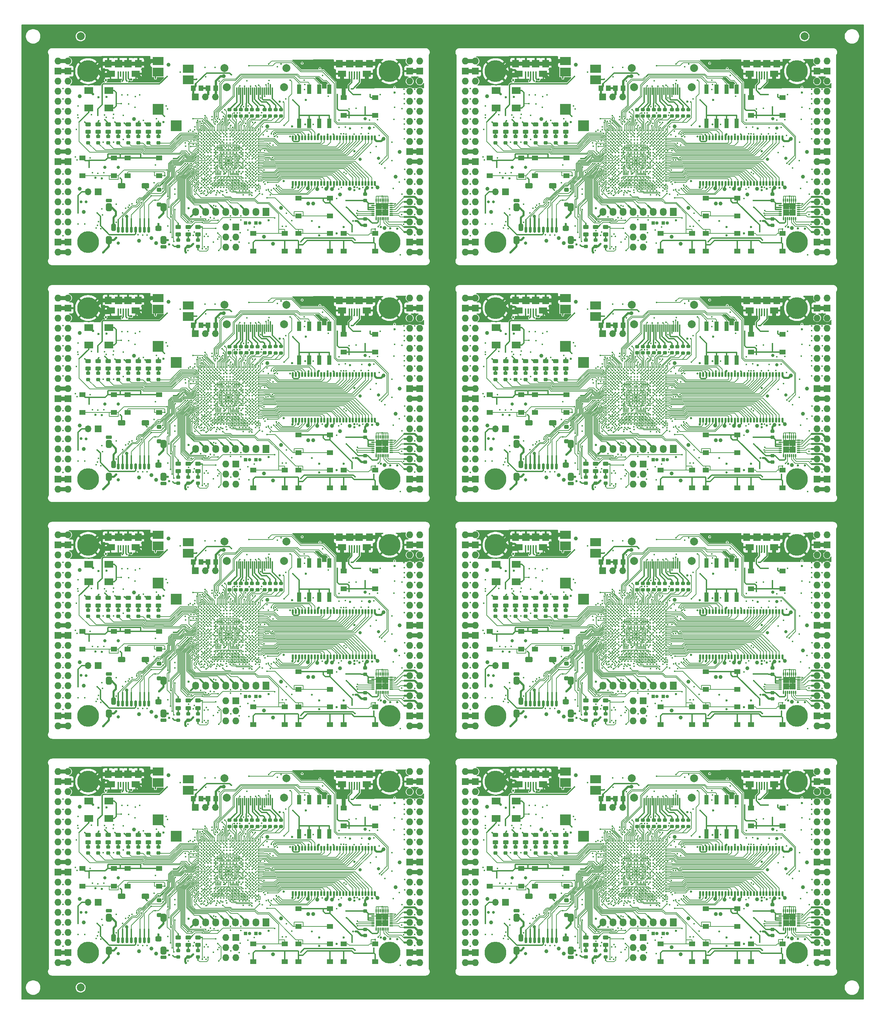
<source format=gtl>
G04 #@! TF.GenerationSoftware,KiCad,Pcbnew,7.0.2*
G04 #@! TF.CreationDate,2023-07-26T12:09:59+02:00*
G04 #@! TF.ProjectId,ulx3s_panel,756c7833-735f-4706-916e-656c2e6b6963,v3.1.8*
G04 #@! TF.SameCoordinates,Original*
G04 #@! TF.FileFunction,Copper,L1,Top*
G04 #@! TF.FilePolarity,Positive*
%FSLAX46Y46*%
G04 Gerber Fmt 4.6, Leading zero omitted, Abs format (unit mm)*
G04 Created by KiCad (PCBNEW 7.0.2) date 2023-07-26 12:09:59*
%MOMM*%
%LPD*%
G01*
G04 APERTURE LIST*
G04 Aperture macros list*
%AMRoundRect*
0 Rectangle with rounded corners*
0 $1 Rounding radius*
0 $2 $3 $4 $5 $6 $7 $8 $9 X,Y pos of 4 corners*
0 Add a 4 corners polygon primitive as box body*
4,1,4,$2,$3,$4,$5,$6,$7,$8,$9,$2,$3,0*
0 Add four circle primitives for the rounded corners*
1,1,$1+$1,$2,$3*
1,1,$1+$1,$4,$5*
1,1,$1+$1,$6,$7*
1,1,$1+$1,$8,$9*
0 Add four rect primitives between the rounded corners*
20,1,$1+$1,$2,$3,$4,$5,0*
20,1,$1+$1,$4,$5,$6,$7,0*
20,1,$1+$1,$6,$7,$8,$9,0*
20,1,$1+$1,$8,$9,$2,$3,0*%
G04 Aperture macros list end*
G04 #@! TA.AperFunction,SMDPad,CuDef*
%ADD10R,1.550000X1.300000*%
G04 #@! TD*
G04 #@! TA.AperFunction,SMDPad,CuDef*
%ADD11R,1.295000X1.400000*%
G04 #@! TD*
G04 #@! TA.AperFunction,SMDPad,CuDef*
%ADD12RoundRect,0.243750X0.456250X-0.243750X0.456250X0.243750X-0.456250X0.243750X-0.456250X-0.243750X0*%
G04 #@! TD*
G04 #@! TA.AperFunction,SMDPad,CuDef*
%ADD13RoundRect,0.218750X0.256250X-0.218750X0.256250X0.218750X-0.256250X0.218750X-0.256250X-0.218750X0*%
G04 #@! TD*
G04 #@! TA.AperFunction,SMDPad,CuDef*
%ADD14R,0.400000X1.350000*%
G04 #@! TD*
G04 #@! TA.AperFunction,SMDPad,CuDef*
%ADD15R,1.800000X1.900000*%
G04 #@! TD*
G04 #@! TA.AperFunction,SMDPad,CuDef*
%ADD16R,2.100000X1.600000*%
G04 #@! TD*
G04 #@! TA.AperFunction,SMDPad,CuDef*
%ADD17R,1.900000X1.900000*%
G04 #@! TD*
G04 #@! TA.AperFunction,ComponentPad*
%ADD18O,1.727200X1.727200*%
G04 #@! TD*
G04 #@! TA.AperFunction,ComponentPad*
%ADD19R,1.727200X1.727200*%
G04 #@! TD*
G04 #@! TA.AperFunction,ComponentPad*
%ADD20C,5.500000*%
G04 #@! TD*
G04 #@! TA.AperFunction,SMDPad,CuDef*
%ADD21RoundRect,0.243750X-0.456250X0.243750X-0.456250X-0.243750X0.456250X-0.243750X0.456250X0.243750X0*%
G04 #@! TD*
G04 #@! TA.AperFunction,ComponentPad*
%ADD22C,2.000000*%
G04 #@! TD*
G04 #@! TA.AperFunction,SMDPad,CuDef*
%ADD23R,0.300000X1.900000*%
G04 #@! TD*
G04 #@! TA.AperFunction,ComponentPad*
%ADD24R,0.850000X0.850000*%
G04 #@! TD*
G04 #@! TA.AperFunction,ComponentPad*
%ADD25O,0.850000X0.850000*%
G04 #@! TD*
G04 #@! TA.AperFunction,SMDPad,CuDef*
%ADD26RoundRect,0.200000X0.275000X-0.200000X0.275000X0.200000X-0.275000X0.200000X-0.275000X-0.200000X0*%
G04 #@! TD*
G04 #@! TA.AperFunction,SMDPad,CuDef*
%ADD27RoundRect,0.218750X-0.256250X0.218750X-0.256250X-0.218750X0.256250X-0.218750X0.256250X0.218750X0*%
G04 #@! TD*
G04 #@! TA.AperFunction,ComponentPad*
%ADD28R,1.700000X1.700000*%
G04 #@! TD*
G04 #@! TA.AperFunction,ComponentPad*
%ADD29O,1.700000X1.700000*%
G04 #@! TD*
G04 #@! TA.AperFunction,SMDPad,CuDef*
%ADD30R,2.200000X1.800000*%
G04 #@! TD*
G04 #@! TA.AperFunction,SMDPad,CuDef*
%ADD31C,2.000000*%
G04 #@! TD*
G04 #@! TA.AperFunction,SMDPad,CuDef*
%ADD32C,0.400000*%
G04 #@! TD*
G04 #@! TA.AperFunction,SMDPad,CuDef*
%ADD33O,0.127000X0.508000*%
G04 #@! TD*
G04 #@! TA.AperFunction,SMDPad,CuDef*
%ADD34O,0.508000X0.127000*%
G04 #@! TD*
G04 #@! TA.AperFunction,SMDPad,CuDef*
%ADD35RoundRect,0.175000X-0.175000X-0.575000X0.175000X-0.575000X0.175000X0.575000X-0.175000X0.575000X0*%
G04 #@! TD*
G04 #@! TA.AperFunction,SMDPad,CuDef*
%ADD36RoundRect,0.250000X0.350000X-0.250000X0.350000X0.250000X-0.350000X0.250000X-0.350000X-0.250000X0*%
G04 #@! TD*
G04 #@! TA.AperFunction,SMDPad,CuDef*
%ADD37RoundRect,0.225000X-0.500000X-0.225000X0.500000X-0.225000X0.500000X0.225000X-0.500000X0.225000X0*%
G04 #@! TD*
G04 #@! TA.AperFunction,SMDPad,CuDef*
%ADD38RoundRect,0.225000X0.500000X-0.225000X0.500000X0.225000X-0.500000X0.225000X-0.500000X-0.225000X0*%
G04 #@! TD*
G04 #@! TA.AperFunction,SMDPad,CuDef*
%ADD39RoundRect,0.337500X-0.437500X0.337500X-0.437500X-0.337500X0.437500X-0.337500X0.437500X0.337500X0*%
G04 #@! TD*
G04 #@! TA.AperFunction,SMDPad,CuDef*
%ADD40RoundRect,0.292500X-0.292500X0.607500X-0.292500X-0.607500X0.292500X-0.607500X0.292500X0.607500X0*%
G04 #@! TD*
G04 #@! TA.AperFunction,SMDPad,CuDef*
%ADD41RoundRect,0.337500X-0.612500X0.337500X-0.612500X-0.337500X0.612500X-0.337500X0.612500X0.337500X0*%
G04 #@! TD*
G04 #@! TA.AperFunction,SMDPad,CuDef*
%ADD42RoundRect,0.362500X-0.362500X-0.637500X0.362500X-0.637500X0.362500X0.637500X-0.362500X0.637500X0*%
G04 #@! TD*
G04 #@! TA.AperFunction,SMDPad,CuDef*
%ADD43RoundRect,0.250000X-0.350000X0.250000X-0.350000X-0.250000X0.350000X-0.250000X0.350000X0.250000X0*%
G04 #@! TD*
G04 #@! TA.AperFunction,SMDPad,CuDef*
%ADD44R,2.800000X2.000000*%
G04 #@! TD*
G04 #@! TA.AperFunction,SMDPad,CuDef*
%ADD45R,2.800000X2.800000*%
G04 #@! TD*
G04 #@! TA.AperFunction,SMDPad,CuDef*
%ADD46R,2.800000X2.200000*%
G04 #@! TD*
G04 #@! TA.AperFunction,SMDPad,CuDef*
%ADD47R,0.950000X0.300000*%
G04 #@! TD*
G04 #@! TA.AperFunction,SMDPad,CuDef*
%ADD48O,0.950000X0.300000*%
G04 #@! TD*
G04 #@! TA.AperFunction,SMDPad,CuDef*
%ADD49O,0.300000X0.950000*%
G04 #@! TD*
G04 #@! TA.AperFunction,SMDPad,CuDef*
%ADD50R,1.625000X1.625000*%
G04 #@! TD*
G04 #@! TA.AperFunction,SMDPad,CuDef*
%ADD51R,1.120000X2.440000*%
G04 #@! TD*
G04 #@! TA.AperFunction,ComponentPad*
%ADD52R,1.727200X2.032000*%
G04 #@! TD*
G04 #@! TA.AperFunction,ComponentPad*
%ADD53O,1.727200X2.032000*%
G04 #@! TD*
G04 #@! TA.AperFunction,SMDPad,CuDef*
%ADD54R,0.560000X1.200000*%
G04 #@! TD*
G04 #@! TA.AperFunction,SMDPad,CuDef*
%ADD55O,0.560000X1.200000*%
G04 #@! TD*
G04 #@! TA.AperFunction,ViaPad*
%ADD56C,0.419000*%
G04 #@! TD*
G04 #@! TA.AperFunction,ViaPad*
%ADD57C,1.000000*%
G04 #@! TD*
G04 #@! TA.AperFunction,ViaPad*
%ADD58C,0.800000*%
G04 #@! TD*
G04 #@! TA.AperFunction,ViaPad*
%ADD59C,0.700000*%
G04 #@! TD*
G04 #@! TA.AperFunction,ViaPad*
%ADD60C,0.600000*%
G04 #@! TD*
G04 #@! TA.AperFunction,ViaPad*
%ADD61C,0.500000*%
G04 #@! TD*
G04 #@! TA.AperFunction,ViaPad*
%ADD62C,0.420000*%
G04 #@! TD*
G04 #@! TA.AperFunction,ViaPad*
%ADD63C,0.454000*%
G04 #@! TD*
G04 #@! TA.AperFunction,Conductor*
%ADD64C,0.127000*%
G04 #@! TD*
G04 #@! TA.AperFunction,Conductor*
%ADD65C,0.300000*%
G04 #@! TD*
G04 #@! TA.AperFunction,Conductor*
%ADD66C,0.500000*%
G04 #@! TD*
G04 #@! TA.AperFunction,Conductor*
%ADD67C,1.000000*%
G04 #@! TD*
G04 #@! TA.AperFunction,Conductor*
%ADD68C,0.600000*%
G04 #@! TD*
G04 #@! TA.AperFunction,Conductor*
%ADD69C,0.190000*%
G04 #@! TD*
G04 #@! TA.AperFunction,Conductor*
%ADD70C,0.200000*%
G04 #@! TD*
G04 #@! TA.AperFunction,Conductor*
%ADD71C,0.700000*%
G04 #@! TD*
G04 #@! TA.AperFunction,Conductor*
%ADD72C,0.400000*%
G04 #@! TD*
G04 #@! TA.AperFunction,Conductor*
%ADD73C,0.140000*%
G04 #@! TD*
G04 APERTURE END LIST*
D10*
X57470000Y-113490000D03*
X65430000Y-113490000D03*
X57470000Y-117990000D03*
X65430000Y-117990000D03*
D11*
X89199500Y-215546000D03*
X91134500Y-215546000D03*
D10*
X68900000Y-53690000D03*
X76860000Y-53690000D03*
X68900000Y-58190000D03*
X76860000Y-58190000D03*
X112080000Y-63850000D03*
X120040000Y-63850000D03*
X112080000Y-68350000D03*
X120040000Y-68350000D03*
D12*
X189700000Y-252417500D03*
X189700000Y-250542500D03*
D13*
X74150000Y-169469500D03*
X74150000Y-167894500D03*
D14*
X172080000Y-211980000D03*
X171430000Y-211980000D03*
X170780000Y-211980000D03*
X170130000Y-211980000D03*
X169480000Y-211980000D03*
D15*
X174580000Y-209305000D03*
D16*
X173880000Y-211855000D03*
D17*
X171980000Y-209305000D03*
X169580000Y-209305000D03*
D16*
X167680000Y-211855000D03*
D15*
X166980000Y-209305000D03*
D18*
X156810000Y-89070000D03*
X154270000Y-89070000D03*
D19*
X156810000Y-91610000D03*
X154270000Y-91610000D03*
D18*
X156810000Y-94150000D03*
X154270000Y-94150000D03*
X156810000Y-96690000D03*
X154270000Y-96690000D03*
X156810000Y-99230000D03*
X154270000Y-99230000D03*
X156810000Y-101770000D03*
X154270000Y-101770000D03*
X156810000Y-104310000D03*
X154270000Y-104310000D03*
X156810000Y-106850000D03*
X154270000Y-106850000D03*
X156810000Y-109390000D03*
X154270000Y-109390000D03*
X156810000Y-111930000D03*
X154270000Y-111930000D03*
D19*
X156810000Y-114470000D03*
X154270000Y-114470000D03*
D18*
X156810000Y-117010000D03*
X154270000Y-117010000D03*
X156810000Y-119550000D03*
X154270000Y-119550000D03*
X156810000Y-122090000D03*
X154270000Y-122090000D03*
X156810000Y-124630000D03*
X154270000Y-124630000D03*
X156810000Y-127170000D03*
X154270000Y-127170000D03*
X156810000Y-129710000D03*
X154270000Y-129710000D03*
X156810000Y-132250000D03*
X154270000Y-132250000D03*
D19*
X156810000Y-134790000D03*
X154270000Y-134790000D03*
D18*
X156810000Y-137330000D03*
X154270000Y-137330000D03*
D19*
X199200000Y-250580000D03*
D18*
X196660000Y-250580000D03*
X199200000Y-253120000D03*
X196660000Y-253120000D03*
X199200000Y-255660000D03*
X196660000Y-255660000D03*
D12*
X86720000Y-73017500D03*
X86720000Y-71142500D03*
D20*
X135110000Y-134790000D03*
D11*
X89199500Y-95946000D03*
X91134500Y-95946000D03*
D13*
X98915000Y-162738500D03*
X98915000Y-161163500D03*
D10*
X57470000Y-53690000D03*
X65430000Y-53690000D03*
X57470000Y-58190000D03*
X65430000Y-58190000D03*
D13*
X101709000Y-162738500D03*
X101709000Y-161163500D03*
D21*
X164445000Y-224641500D03*
X164445000Y-226516500D03*
D10*
X120040000Y-256640000D03*
X112080000Y-256640000D03*
X120040000Y-252140000D03*
X112080000Y-252140000D03*
D12*
X86720000Y-192617500D03*
X86720000Y-190742500D03*
D10*
X131470000Y-196840000D03*
X123510000Y-196840000D03*
X131470000Y-192340000D03*
X123510000Y-192340000D03*
D22*
X212046000Y-210392000D03*
X211446000Y-215292000D03*
X196946000Y-215292000D03*
X196346000Y-210392000D03*
D23*
X199446000Y-216292000D03*
X199946000Y-216292000D03*
X200446000Y-216292000D03*
X200946000Y-216292000D03*
X201446000Y-216292000D03*
X201946000Y-216292000D03*
X202446000Y-216292000D03*
X202946000Y-216292000D03*
X203446000Y-216292000D03*
X203946000Y-216292000D03*
X204446000Y-216292000D03*
X204946000Y-216292000D03*
X205446000Y-216292000D03*
X205946000Y-216292000D03*
X206446000Y-216292000D03*
X206946000Y-216292000D03*
X207446000Y-216292000D03*
X207946000Y-216292000D03*
X208446000Y-216292000D03*
D10*
X112080000Y-243250000D03*
X120040000Y-243250000D03*
X112080000Y-247750000D03*
X120040000Y-247750000D03*
X211590000Y-137040000D03*
X203630000Y-137040000D03*
X211590000Y-132540000D03*
X203630000Y-132540000D03*
D21*
X76690000Y-105041500D03*
X76690000Y-106916500D03*
D24*
X98720000Y-249510000D03*
D25*
X99720000Y-249510000D03*
D11*
X89199500Y-36146000D03*
X91134500Y-36146000D03*
D26*
X210658000Y-162776000D03*
X210658000Y-161126000D03*
D11*
X85516500Y-155746000D03*
X87451500Y-155746000D03*
D13*
X199101000Y-43138500D03*
X199101000Y-41563500D03*
X128887000Y-184074500D03*
X128887000Y-182499500D03*
D27*
X81720000Y-194092500D03*
X81720000Y-195667500D03*
D20*
X135110000Y-151410000D03*
D28*
X188956000Y-217705000D03*
D29*
X191496000Y-217705000D03*
X194036000Y-217705000D03*
D20*
X58910000Y-211210000D03*
D11*
X192179500Y-155746000D03*
X194114500Y-155746000D03*
D10*
X234450000Y-102750000D03*
X226490000Y-102750000D03*
X234450000Y-98250000D03*
X226490000Y-98250000D03*
D13*
X97518000Y-222538500D03*
X97518000Y-220963500D03*
X101709000Y-43138500D03*
X101709000Y-41563500D03*
D20*
X135110000Y-31810000D03*
D24*
X201700000Y-249510000D03*
D25*
X202700000Y-249510000D03*
D27*
X128887000Y-69122500D03*
X128887000Y-70697500D03*
D20*
X161890000Y-74990000D03*
D10*
X131470000Y-162550000D03*
X123510000Y-162550000D03*
X131470000Y-158050000D03*
X123510000Y-158050000D03*
D20*
X238090000Y-91610000D03*
D30*
X64132000Y-96540000D03*
X59052000Y-96540000D03*
X59052000Y-100940000D03*
X64132000Y-100940000D03*
D13*
X69070000Y-49869500D03*
X69070000Y-48294500D03*
D31*
X57020000Y-263200000D03*
D27*
X84220000Y-194092500D03*
X84220000Y-195667500D03*
X128887000Y-188722500D03*
X128887000Y-190297500D03*
D19*
X199200000Y-190780000D03*
D18*
X196660000Y-190780000D03*
X199200000Y-193320000D03*
X196660000Y-193320000D03*
X199200000Y-195860000D03*
X196660000Y-195860000D03*
D10*
X160450000Y-113490000D03*
X168410000Y-113490000D03*
X160450000Y-117990000D03*
X168410000Y-117990000D03*
D19*
X199200000Y-71180000D03*
D18*
X196660000Y-71180000D03*
X199200000Y-73720000D03*
X196660000Y-73720000D03*
X199200000Y-76260000D03*
X196660000Y-76260000D03*
D27*
X128887000Y-248522500D03*
X128887000Y-250097500D03*
D18*
X53830000Y-208670000D03*
X51290000Y-208670000D03*
D19*
X53830000Y-211210000D03*
X51290000Y-211210000D03*
D18*
X53830000Y-213750000D03*
X51290000Y-213750000D03*
X53830000Y-216290000D03*
X51290000Y-216290000D03*
X53830000Y-218830000D03*
X51290000Y-218830000D03*
X53830000Y-221370000D03*
X51290000Y-221370000D03*
X53830000Y-223910000D03*
X51290000Y-223910000D03*
X53830000Y-226450000D03*
X51290000Y-226450000D03*
X53830000Y-228990000D03*
X51290000Y-228990000D03*
X53830000Y-231530000D03*
X51290000Y-231530000D03*
D19*
X53830000Y-234070000D03*
X51290000Y-234070000D03*
D18*
X53830000Y-236610000D03*
X51290000Y-236610000D03*
X53830000Y-239150000D03*
X51290000Y-239150000D03*
X53830000Y-241690000D03*
X51290000Y-241690000D03*
X53830000Y-244230000D03*
X51290000Y-244230000D03*
X53830000Y-246770000D03*
X51290000Y-246770000D03*
X53830000Y-249310000D03*
X51290000Y-249310000D03*
X53830000Y-251850000D03*
X51290000Y-251850000D03*
D19*
X53830000Y-254390000D03*
X51290000Y-254390000D03*
D18*
X53830000Y-256930000D03*
X51290000Y-256930000D03*
D21*
X184700000Y-190742500D03*
X184700000Y-192617500D03*
D14*
X69100000Y-92380000D03*
X68450000Y-92380000D03*
X67800000Y-92380000D03*
X67150000Y-92380000D03*
X66500000Y-92380000D03*
D15*
X71600000Y-89705000D03*
D16*
X70900000Y-92255000D03*
D17*
X69000000Y-89705000D03*
X66600000Y-89705000D03*
D16*
X64700000Y-92255000D03*
D15*
X64000000Y-89705000D03*
D10*
X120040000Y-196840000D03*
X112080000Y-196840000D03*
X120040000Y-192340000D03*
X112080000Y-192340000D03*
D13*
X58910000Y-229269500D03*
X58910000Y-227694500D03*
X128887000Y-124274500D03*
X128887000Y-122699500D03*
D12*
X84220000Y-252417500D03*
X84220000Y-250542500D03*
D32*
X87600000Y-46780000D03*
X88400000Y-46780000D03*
X89200000Y-46780000D03*
X90000000Y-46780000D03*
X90800000Y-46780000D03*
X91600000Y-46780000D03*
X92400000Y-46780000D03*
X93200000Y-46780000D03*
X94000000Y-46780000D03*
X94800000Y-46780000D03*
X95600000Y-46780000D03*
X96400000Y-46780000D03*
X97200000Y-46780000D03*
X98000000Y-46780000D03*
X98800000Y-46780000D03*
X99600000Y-46780000D03*
X100400000Y-46780000D03*
X101200000Y-46780000D03*
X86800000Y-47580000D03*
X87600000Y-47580000D03*
X88400000Y-47580000D03*
X89200000Y-47580000D03*
X90000000Y-47580000D03*
X90800000Y-47580000D03*
X91600000Y-47580000D03*
X92400000Y-47580000D03*
X93200000Y-47580000D03*
X94000000Y-47580000D03*
X94800000Y-47580000D03*
X95600000Y-47580000D03*
X96400000Y-47580000D03*
X97200000Y-47580000D03*
X98000000Y-47580000D03*
X98800000Y-47580000D03*
X99600000Y-47580000D03*
X100400000Y-47580000D03*
X101200000Y-47580000D03*
X102000000Y-47580000D03*
X86800000Y-48380000D03*
X87600000Y-48380000D03*
X88400000Y-48380000D03*
X89200000Y-48380000D03*
X90000000Y-48380000D03*
X90800000Y-48380000D03*
X91600000Y-48380000D03*
X92400000Y-48380000D03*
X93200000Y-48380000D03*
X94000000Y-48380000D03*
X94800000Y-48380000D03*
X95600000Y-48380000D03*
X96400000Y-48380000D03*
X97200000Y-48380000D03*
X98000000Y-48380000D03*
X98800000Y-48380000D03*
X99600000Y-48380000D03*
X100400000Y-48380000D03*
X101200000Y-48380000D03*
X102000000Y-48380000D03*
X86800000Y-49180000D03*
X87600000Y-49180000D03*
X88400000Y-49180000D03*
X89200000Y-49180000D03*
X90000000Y-49180000D03*
X90800000Y-49180000D03*
X91600000Y-49180000D03*
X92400000Y-49180000D03*
X93200000Y-49180000D03*
X94000000Y-49180000D03*
X94800000Y-49180000D03*
X95600000Y-49180000D03*
X96400000Y-49180000D03*
X97200000Y-49180000D03*
X98000000Y-49180000D03*
X98800000Y-49180000D03*
X99600000Y-49180000D03*
X100400000Y-49180000D03*
X101200000Y-49180000D03*
X102000000Y-49180000D03*
X86800000Y-49980000D03*
X87600000Y-49980000D03*
X88400000Y-49980000D03*
X89200000Y-49980000D03*
X90000000Y-49980000D03*
X90800000Y-49980000D03*
X91600000Y-49980000D03*
X92400000Y-49980000D03*
X93200000Y-49980000D03*
X94000000Y-49980000D03*
X94800000Y-49980000D03*
X95600000Y-49980000D03*
X96400000Y-49980000D03*
X97200000Y-49980000D03*
X98000000Y-49980000D03*
X98800000Y-49980000D03*
X99600000Y-49980000D03*
X100400000Y-49980000D03*
X101200000Y-49980000D03*
X102000000Y-49980000D03*
X86800000Y-50780000D03*
X87600000Y-50780000D03*
X88400000Y-50780000D03*
X89200000Y-50780000D03*
X90000000Y-50780000D03*
X90800000Y-50780000D03*
X91600000Y-50780000D03*
X92400000Y-50780000D03*
X93200000Y-50780000D03*
X94000000Y-50780000D03*
X94800000Y-50780000D03*
X95600000Y-50780000D03*
X96400000Y-50780000D03*
X97200000Y-50780000D03*
X98000000Y-50780000D03*
X98800000Y-50780000D03*
X99600000Y-50780000D03*
X100400000Y-50780000D03*
X101200000Y-50780000D03*
X102000000Y-50780000D03*
X86800000Y-51580000D03*
X87600000Y-51580000D03*
X88400000Y-51580000D03*
X89200000Y-51580000D03*
X90000000Y-51580000D03*
X90800000Y-51580000D03*
X91600000Y-51580000D03*
X92400000Y-51580000D03*
X93200000Y-51580000D03*
X94000000Y-51580000D03*
X94800000Y-51580000D03*
X95600000Y-51580000D03*
X96400000Y-51580000D03*
X97200000Y-51580000D03*
X98000000Y-51580000D03*
X98800000Y-51580000D03*
X99600000Y-51580000D03*
X100400000Y-51580000D03*
X101200000Y-51580000D03*
X102000000Y-51580000D03*
X86800000Y-52380000D03*
X87600000Y-52380000D03*
X88400000Y-52380000D03*
X89200000Y-52380000D03*
X90000000Y-52380000D03*
X90800000Y-52380000D03*
X91600000Y-52380000D03*
X92400000Y-52380000D03*
X93200000Y-52380000D03*
X94000000Y-52380000D03*
X94800000Y-52380000D03*
X95600000Y-52380000D03*
X96400000Y-52380000D03*
X97200000Y-52380000D03*
X98000000Y-52380000D03*
X98800000Y-52380000D03*
X99600000Y-52380000D03*
X100400000Y-52380000D03*
X101200000Y-52380000D03*
X102000000Y-52380000D03*
X86800000Y-53180000D03*
X87600000Y-53180000D03*
X88400000Y-53180000D03*
X89200000Y-53180000D03*
X90000000Y-53180000D03*
X90800000Y-53180000D03*
X91600000Y-53180000D03*
X92400000Y-53180000D03*
X93200000Y-53180000D03*
X94000000Y-53180000D03*
X94800000Y-53180000D03*
X95600000Y-53180000D03*
X96400000Y-53180000D03*
X97200000Y-53180000D03*
X98000000Y-53180000D03*
X98800000Y-53180000D03*
X99600000Y-53180000D03*
X100400000Y-53180000D03*
X101200000Y-53180000D03*
X102000000Y-53180000D03*
X86800000Y-53980000D03*
X87600000Y-53980000D03*
X88400000Y-53980000D03*
X89200000Y-53980000D03*
X90000000Y-53980000D03*
X90800000Y-53980000D03*
X91600000Y-53980000D03*
X92400000Y-53980000D03*
X93200000Y-53980000D03*
X94000000Y-53980000D03*
X94800000Y-53980000D03*
X95600000Y-53980000D03*
X96400000Y-53980000D03*
X97200000Y-53980000D03*
X98000000Y-53980000D03*
X98800000Y-53980000D03*
X99600000Y-53980000D03*
X100400000Y-53980000D03*
X101200000Y-53980000D03*
X102000000Y-53980000D03*
X86800000Y-54780000D03*
X87600000Y-54780000D03*
X88400000Y-54780000D03*
X89200000Y-54780000D03*
X90000000Y-54780000D03*
X90800000Y-54780000D03*
X91600000Y-54780000D03*
X92400000Y-54780000D03*
X93200000Y-54780000D03*
X94000000Y-54780000D03*
X94800000Y-54780000D03*
X95600000Y-54780000D03*
X96400000Y-54780000D03*
X97200000Y-54780000D03*
X98000000Y-54780000D03*
X98800000Y-54780000D03*
X99600000Y-54780000D03*
X100400000Y-54780000D03*
X101200000Y-54780000D03*
X102000000Y-54780000D03*
X86800000Y-55580000D03*
X87600000Y-55580000D03*
X88400000Y-55580000D03*
X89200000Y-55580000D03*
X90000000Y-55580000D03*
X90800000Y-55580000D03*
X91600000Y-55580000D03*
X92400000Y-55580000D03*
X93200000Y-55580000D03*
X94000000Y-55580000D03*
X94800000Y-55580000D03*
X95600000Y-55580000D03*
X96400000Y-55580000D03*
X97200000Y-55580000D03*
X98000000Y-55580000D03*
X98800000Y-55580000D03*
X99600000Y-55580000D03*
X100400000Y-55580000D03*
X101200000Y-55580000D03*
X102000000Y-55580000D03*
X86800000Y-56380000D03*
X87600000Y-56380000D03*
X88400000Y-56380000D03*
X89200000Y-56380000D03*
X90000000Y-56380000D03*
X90800000Y-56380000D03*
X91600000Y-56380000D03*
X92400000Y-56380000D03*
X93200000Y-56380000D03*
X94000000Y-56380000D03*
X94800000Y-56380000D03*
X95600000Y-56380000D03*
X96400000Y-56380000D03*
X97200000Y-56380000D03*
X98000000Y-56380000D03*
X98800000Y-56380000D03*
X99600000Y-56380000D03*
X100400000Y-56380000D03*
X101200000Y-56380000D03*
X102000000Y-56380000D03*
X86800000Y-57180000D03*
X87600000Y-57180000D03*
X88400000Y-57180000D03*
X89200000Y-57180000D03*
X90000000Y-57180000D03*
X90800000Y-57180000D03*
X91600000Y-57180000D03*
X92400000Y-57180000D03*
X93200000Y-57180000D03*
X94000000Y-57180000D03*
X94800000Y-57180000D03*
X95600000Y-57180000D03*
X96400000Y-57180000D03*
X97200000Y-57180000D03*
X98000000Y-57180000D03*
X98800000Y-57180000D03*
X99600000Y-57180000D03*
X100400000Y-57180000D03*
X101200000Y-57180000D03*
X102000000Y-57180000D03*
X86800000Y-57980000D03*
X87600000Y-57980000D03*
X88400000Y-57980000D03*
X89200000Y-57980000D03*
X90000000Y-57980000D03*
X98800000Y-57980000D03*
X99600000Y-57980000D03*
X100400000Y-57980000D03*
X101200000Y-57980000D03*
X102000000Y-57980000D03*
X86800000Y-58780000D03*
X87600000Y-58780000D03*
X88400000Y-58780000D03*
X89200000Y-58780000D03*
X90000000Y-58780000D03*
X90800000Y-58780000D03*
X91600000Y-58780000D03*
X92400000Y-58780000D03*
X93200000Y-58780000D03*
X94000000Y-58780000D03*
X94800000Y-58780000D03*
X95600000Y-58780000D03*
X96400000Y-58780000D03*
X97200000Y-58780000D03*
X98000000Y-58780000D03*
X98800000Y-58780000D03*
X99600000Y-58780000D03*
X100400000Y-58780000D03*
X101200000Y-58780000D03*
X102000000Y-58780000D03*
X86800000Y-59580000D03*
X87600000Y-59580000D03*
X88400000Y-59580000D03*
X89200000Y-59580000D03*
X90000000Y-59580000D03*
X90800000Y-59580000D03*
X91600000Y-59580000D03*
X92400000Y-59580000D03*
X93200000Y-59580000D03*
X94000000Y-59580000D03*
X94800000Y-59580000D03*
X95600000Y-59580000D03*
X96400000Y-59580000D03*
X97200000Y-59580000D03*
X98000000Y-59580000D03*
X98800000Y-59580000D03*
X99600000Y-59580000D03*
X100400000Y-59580000D03*
X101200000Y-59580000D03*
X102000000Y-59580000D03*
X86800000Y-60380000D03*
X87600000Y-60380000D03*
X88400000Y-60380000D03*
X89200000Y-60380000D03*
X90000000Y-60380000D03*
X90800000Y-60380000D03*
X91600000Y-60380000D03*
X92400000Y-60380000D03*
X93200000Y-60380000D03*
X94000000Y-60380000D03*
X94800000Y-60380000D03*
X95600000Y-60380000D03*
X96400000Y-60380000D03*
X97200000Y-60380000D03*
X98000000Y-60380000D03*
X98800000Y-60380000D03*
X99600000Y-60380000D03*
X100400000Y-60380000D03*
X101200000Y-60380000D03*
X102000000Y-60380000D03*
X86800000Y-61180000D03*
X87600000Y-61180000D03*
X88400000Y-61180000D03*
X89200000Y-61180000D03*
X90000000Y-61180000D03*
X90800000Y-61180000D03*
X91600000Y-61180000D03*
X92400000Y-61180000D03*
X93200000Y-61180000D03*
X94000000Y-61180000D03*
X94800000Y-61180000D03*
X95600000Y-61180000D03*
X96400000Y-61180000D03*
X97200000Y-61180000D03*
X98000000Y-61180000D03*
X98800000Y-61180000D03*
X99600000Y-61180000D03*
X100400000Y-61180000D03*
X101200000Y-61180000D03*
X102000000Y-61180000D03*
D33*
X85900000Y-45880000D03*
D34*
X85900000Y-45880000D03*
D33*
X85900000Y-62880000D03*
D34*
X85900000Y-62880000D03*
D33*
X102900000Y-45880000D03*
D34*
X102900000Y-45880000D03*
D33*
X102900000Y-62880000D03*
D34*
X102900000Y-62880000D03*
D32*
X87600000Y-61980000D03*
X88400000Y-61980000D03*
X90000000Y-61980000D03*
X90800000Y-61980000D03*
X91600000Y-61980000D03*
X92400000Y-61980000D03*
X94800000Y-61980000D03*
X95600000Y-61980000D03*
X97200000Y-61980000D03*
X98000000Y-61980000D03*
X98800000Y-61980000D03*
X99600000Y-61980000D03*
X101200000Y-61980000D03*
X190580000Y-46780000D03*
X191380000Y-46780000D03*
X192180000Y-46780000D03*
X192980000Y-46780000D03*
X193780000Y-46780000D03*
X194580000Y-46780000D03*
X195380000Y-46780000D03*
X196180000Y-46780000D03*
X196980000Y-46780000D03*
X197780000Y-46780000D03*
X198580000Y-46780000D03*
X199380000Y-46780000D03*
X200180000Y-46780000D03*
X200980000Y-46780000D03*
X201780000Y-46780000D03*
X202580000Y-46780000D03*
X203380000Y-46780000D03*
X204180000Y-46780000D03*
X189780000Y-47580000D03*
X190580000Y-47580000D03*
X191380000Y-47580000D03*
X192180000Y-47580000D03*
X192980000Y-47580000D03*
X193780000Y-47580000D03*
X194580000Y-47580000D03*
X195380000Y-47580000D03*
X196180000Y-47580000D03*
X196980000Y-47580000D03*
X197780000Y-47580000D03*
X198580000Y-47580000D03*
X199380000Y-47580000D03*
X200180000Y-47580000D03*
X200980000Y-47580000D03*
X201780000Y-47580000D03*
X202580000Y-47580000D03*
X203380000Y-47580000D03*
X204180000Y-47580000D03*
X204980000Y-47580000D03*
X189780000Y-48380000D03*
X190580000Y-48380000D03*
X191380000Y-48380000D03*
X192180000Y-48380000D03*
X192980000Y-48380000D03*
X193780000Y-48380000D03*
X194580000Y-48380000D03*
X195380000Y-48380000D03*
X196180000Y-48380000D03*
X196980000Y-48380000D03*
X197780000Y-48380000D03*
X198580000Y-48380000D03*
X199380000Y-48380000D03*
X200180000Y-48380000D03*
X200980000Y-48380000D03*
X201780000Y-48380000D03*
X202580000Y-48380000D03*
X203380000Y-48380000D03*
X204180000Y-48380000D03*
X204980000Y-48380000D03*
X189780000Y-49180000D03*
X190580000Y-49180000D03*
X191380000Y-49180000D03*
X192180000Y-49180000D03*
X192980000Y-49180000D03*
X193780000Y-49180000D03*
X194580000Y-49180000D03*
X195380000Y-49180000D03*
X196180000Y-49180000D03*
X196980000Y-49180000D03*
X197780000Y-49180000D03*
X198580000Y-49180000D03*
X199380000Y-49180000D03*
X200180000Y-49180000D03*
X200980000Y-49180000D03*
X201780000Y-49180000D03*
X202580000Y-49180000D03*
X203380000Y-49180000D03*
X204180000Y-49180000D03*
X204980000Y-49180000D03*
X189780000Y-49980000D03*
X190580000Y-49980000D03*
X191380000Y-49980000D03*
X192180000Y-49980000D03*
X192980000Y-49980000D03*
X193780000Y-49980000D03*
X194580000Y-49980000D03*
X195380000Y-49980000D03*
X196180000Y-49980000D03*
X196980000Y-49980000D03*
X197780000Y-49980000D03*
X198580000Y-49980000D03*
X199380000Y-49980000D03*
X200180000Y-49980000D03*
X200980000Y-49980000D03*
X201780000Y-49980000D03*
X202580000Y-49980000D03*
X203380000Y-49980000D03*
X204180000Y-49980000D03*
X204980000Y-49980000D03*
X189780000Y-50780000D03*
X190580000Y-50780000D03*
X191380000Y-50780000D03*
X192180000Y-50780000D03*
X192980000Y-50780000D03*
X193780000Y-50780000D03*
X194580000Y-50780000D03*
X195380000Y-50780000D03*
X196180000Y-50780000D03*
X196980000Y-50780000D03*
X197780000Y-50780000D03*
X198580000Y-50780000D03*
X199380000Y-50780000D03*
X200180000Y-50780000D03*
X200980000Y-50780000D03*
X201780000Y-50780000D03*
X202580000Y-50780000D03*
X203380000Y-50780000D03*
X204180000Y-50780000D03*
X204980000Y-50780000D03*
X189780000Y-51580000D03*
X190580000Y-51580000D03*
X191380000Y-51580000D03*
X192180000Y-51580000D03*
X192980000Y-51580000D03*
X193780000Y-51580000D03*
X194580000Y-51580000D03*
X195380000Y-51580000D03*
X196180000Y-51580000D03*
X196980000Y-51580000D03*
X197780000Y-51580000D03*
X198580000Y-51580000D03*
X199380000Y-51580000D03*
X200180000Y-51580000D03*
X200980000Y-51580000D03*
X201780000Y-51580000D03*
X202580000Y-51580000D03*
X203380000Y-51580000D03*
X204180000Y-51580000D03*
X204980000Y-51580000D03*
X189780000Y-52380000D03*
X190580000Y-52380000D03*
X191380000Y-52380000D03*
X192180000Y-52380000D03*
X192980000Y-52380000D03*
X193780000Y-52380000D03*
X194580000Y-52380000D03*
X195380000Y-52380000D03*
X196180000Y-52380000D03*
X196980000Y-52380000D03*
X197780000Y-52380000D03*
X198580000Y-52380000D03*
X199380000Y-52380000D03*
X200180000Y-52380000D03*
X200980000Y-52380000D03*
X201780000Y-52380000D03*
X202580000Y-52380000D03*
X203380000Y-52380000D03*
X204180000Y-52380000D03*
X204980000Y-52380000D03*
X189780000Y-53180000D03*
X190580000Y-53180000D03*
X191380000Y-53180000D03*
X192180000Y-53180000D03*
X192980000Y-53180000D03*
X193780000Y-53180000D03*
X194580000Y-53180000D03*
X195380000Y-53180000D03*
X196180000Y-53180000D03*
X196980000Y-53180000D03*
X197780000Y-53180000D03*
X198580000Y-53180000D03*
X199380000Y-53180000D03*
X200180000Y-53180000D03*
X200980000Y-53180000D03*
X201780000Y-53180000D03*
X202580000Y-53180000D03*
X203380000Y-53180000D03*
X204180000Y-53180000D03*
X204980000Y-53180000D03*
X189780000Y-53980000D03*
X190580000Y-53980000D03*
X191380000Y-53980000D03*
X192180000Y-53980000D03*
X192980000Y-53980000D03*
X193780000Y-53980000D03*
X194580000Y-53980000D03*
X195380000Y-53980000D03*
X196180000Y-53980000D03*
X196980000Y-53980000D03*
X197780000Y-53980000D03*
X198580000Y-53980000D03*
X199380000Y-53980000D03*
X200180000Y-53980000D03*
X200980000Y-53980000D03*
X201780000Y-53980000D03*
X202580000Y-53980000D03*
X203380000Y-53980000D03*
X204180000Y-53980000D03*
X204980000Y-53980000D03*
X189780000Y-54780000D03*
X190580000Y-54780000D03*
X191380000Y-54780000D03*
X192180000Y-54780000D03*
X192980000Y-54780000D03*
X193780000Y-54780000D03*
X194580000Y-54780000D03*
X195380000Y-54780000D03*
X196180000Y-54780000D03*
X196980000Y-54780000D03*
X197780000Y-54780000D03*
X198580000Y-54780000D03*
X199380000Y-54780000D03*
X200180000Y-54780000D03*
X200980000Y-54780000D03*
X201780000Y-54780000D03*
X202580000Y-54780000D03*
X203380000Y-54780000D03*
X204180000Y-54780000D03*
X204980000Y-54780000D03*
X189780000Y-55580000D03*
X190580000Y-55580000D03*
X191380000Y-55580000D03*
X192180000Y-55580000D03*
X192980000Y-55580000D03*
X193780000Y-55580000D03*
X194580000Y-55580000D03*
X195380000Y-55580000D03*
X196180000Y-55580000D03*
X196980000Y-55580000D03*
X197780000Y-55580000D03*
X198580000Y-55580000D03*
X199380000Y-55580000D03*
X200180000Y-55580000D03*
X200980000Y-55580000D03*
X201780000Y-55580000D03*
X202580000Y-55580000D03*
X203380000Y-55580000D03*
X204180000Y-55580000D03*
X204980000Y-55580000D03*
X189780000Y-56380000D03*
X190580000Y-56380000D03*
X191380000Y-56380000D03*
X192180000Y-56380000D03*
X192980000Y-56380000D03*
X193780000Y-56380000D03*
X194580000Y-56380000D03*
X195380000Y-56380000D03*
X196180000Y-56380000D03*
X196980000Y-56380000D03*
X197780000Y-56380000D03*
X198580000Y-56380000D03*
X199380000Y-56380000D03*
X200180000Y-56380000D03*
X200980000Y-56380000D03*
X201780000Y-56380000D03*
X202580000Y-56380000D03*
X203380000Y-56380000D03*
X204180000Y-56380000D03*
X204980000Y-56380000D03*
X189780000Y-57180000D03*
X190580000Y-57180000D03*
X191380000Y-57180000D03*
X192180000Y-57180000D03*
X192980000Y-57180000D03*
X193780000Y-57180000D03*
X194580000Y-57180000D03*
X195380000Y-57180000D03*
X196180000Y-57180000D03*
X196980000Y-57180000D03*
X197780000Y-57180000D03*
X198580000Y-57180000D03*
X199380000Y-57180000D03*
X200180000Y-57180000D03*
X200980000Y-57180000D03*
X201780000Y-57180000D03*
X202580000Y-57180000D03*
X203380000Y-57180000D03*
X204180000Y-57180000D03*
X204980000Y-57180000D03*
X189780000Y-57980000D03*
X190580000Y-57980000D03*
X191380000Y-57980000D03*
X192180000Y-57980000D03*
X192980000Y-57980000D03*
X201780000Y-57980000D03*
X202580000Y-57980000D03*
X203380000Y-57980000D03*
X204180000Y-57980000D03*
X204980000Y-57980000D03*
X189780000Y-58780000D03*
X190580000Y-58780000D03*
X191380000Y-58780000D03*
X192180000Y-58780000D03*
X192980000Y-58780000D03*
X193780000Y-58780000D03*
X194580000Y-58780000D03*
X195380000Y-58780000D03*
X196180000Y-58780000D03*
X196980000Y-58780000D03*
X197780000Y-58780000D03*
X198580000Y-58780000D03*
X199380000Y-58780000D03*
X200180000Y-58780000D03*
X200980000Y-58780000D03*
X201780000Y-58780000D03*
X202580000Y-58780000D03*
X203380000Y-58780000D03*
X204180000Y-58780000D03*
X204980000Y-58780000D03*
X189780000Y-59580000D03*
X190580000Y-59580000D03*
X191380000Y-59580000D03*
X192180000Y-59580000D03*
X192980000Y-59580000D03*
X193780000Y-59580000D03*
X194580000Y-59580000D03*
X195380000Y-59580000D03*
X196180000Y-59580000D03*
X196980000Y-59580000D03*
X197780000Y-59580000D03*
X198580000Y-59580000D03*
X199380000Y-59580000D03*
X200180000Y-59580000D03*
X200980000Y-59580000D03*
X201780000Y-59580000D03*
X202580000Y-59580000D03*
X203380000Y-59580000D03*
X204180000Y-59580000D03*
X204980000Y-59580000D03*
X189780000Y-60380000D03*
X190580000Y-60380000D03*
X191380000Y-60380000D03*
X192180000Y-60380000D03*
X192980000Y-60380000D03*
X193780000Y-60380000D03*
X194580000Y-60380000D03*
X195380000Y-60380000D03*
X196180000Y-60380000D03*
X196980000Y-60380000D03*
X197780000Y-60380000D03*
X198580000Y-60380000D03*
X199380000Y-60380000D03*
X200180000Y-60380000D03*
X200980000Y-60380000D03*
X201780000Y-60380000D03*
X202580000Y-60380000D03*
X203380000Y-60380000D03*
X204180000Y-60380000D03*
X204980000Y-60380000D03*
X189780000Y-61180000D03*
X190580000Y-61180000D03*
X191380000Y-61180000D03*
X192180000Y-61180000D03*
X192980000Y-61180000D03*
X193780000Y-61180000D03*
X194580000Y-61180000D03*
X195380000Y-61180000D03*
X196180000Y-61180000D03*
X196980000Y-61180000D03*
X197780000Y-61180000D03*
X198580000Y-61180000D03*
X199380000Y-61180000D03*
X200180000Y-61180000D03*
X200980000Y-61180000D03*
X201780000Y-61180000D03*
X202580000Y-61180000D03*
X203380000Y-61180000D03*
X204180000Y-61180000D03*
X204980000Y-61180000D03*
D33*
X188880000Y-45880000D03*
D34*
X188880000Y-45880000D03*
D33*
X188880000Y-62880000D03*
D34*
X188880000Y-62880000D03*
D33*
X205880000Y-45880000D03*
D34*
X205880000Y-45880000D03*
D33*
X205880000Y-62880000D03*
D34*
X205880000Y-62880000D03*
D32*
X190580000Y-61980000D03*
X191380000Y-61980000D03*
X192980000Y-61980000D03*
X193780000Y-61980000D03*
X194580000Y-61980000D03*
X195380000Y-61980000D03*
X197780000Y-61980000D03*
X198580000Y-61980000D03*
X200180000Y-61980000D03*
X200980000Y-61980000D03*
X201780000Y-61980000D03*
X202580000Y-61980000D03*
X204180000Y-61980000D03*
D24*
X204280000Y-189730000D03*
D25*
X205280000Y-189730000D03*
D10*
X211590000Y-196840000D03*
X203630000Y-196840000D03*
X211590000Y-192340000D03*
X203630000Y-192340000D03*
D21*
X161890000Y-164841500D03*
X161890000Y-166716500D03*
D13*
X174590000Y-49869500D03*
X174590000Y-48294500D03*
X169510000Y-229269500D03*
X169510000Y-227694500D03*
D18*
X243170000Y-77530000D03*
X245710000Y-77530000D03*
D19*
X243170000Y-74990000D03*
X245710000Y-74990000D03*
D18*
X243170000Y-72450000D03*
X245710000Y-72450000D03*
X243170000Y-69910000D03*
X245710000Y-69910000D03*
X243170000Y-67370000D03*
X245710000Y-67370000D03*
X243170000Y-64830000D03*
X245710000Y-64830000D03*
X243170000Y-62290000D03*
X245710000Y-62290000D03*
X243170000Y-59750000D03*
X245710000Y-59750000D03*
X243170000Y-57210000D03*
X245710000Y-57210000D03*
X243170000Y-54670000D03*
X245710000Y-54670000D03*
D19*
X243170000Y-52130000D03*
X245710000Y-52130000D03*
D18*
X243170000Y-49590000D03*
X245710000Y-49590000D03*
X243170000Y-47050000D03*
X245710000Y-47050000D03*
X243170000Y-44510000D03*
X245710000Y-44510000D03*
X243170000Y-41970000D03*
X245710000Y-41970000D03*
X243170000Y-39430000D03*
X245710000Y-39430000D03*
X243170000Y-36890000D03*
X245710000Y-36890000D03*
X243170000Y-34350000D03*
X245710000Y-34350000D03*
D19*
X243170000Y-31810000D03*
X245710000Y-31810000D03*
D18*
X243170000Y-29270000D03*
X245710000Y-29270000D03*
D13*
X86720000Y-76067500D03*
X86720000Y-74492500D03*
D21*
X81720000Y-190742500D03*
X81720000Y-192617500D03*
D35*
X74252000Y-71830000D03*
X73152000Y-71830000D03*
X72052000Y-71830000D03*
X70952000Y-71830000D03*
X69852000Y-71830000D03*
X68752000Y-71830000D03*
X67652000Y-71830000D03*
X66552000Y-71830000D03*
D36*
X76852000Y-61780000D03*
D37*
X77927000Y-76130000D03*
D38*
X64177000Y-64430000D03*
D39*
X76652000Y-71480000D03*
D40*
X65352000Y-71280000D03*
D41*
X67352000Y-60780000D03*
X73352000Y-60780000D03*
D42*
X77927000Y-74430000D03*
X64177000Y-74430000D03*
X64177000Y-66130000D03*
D43*
X76852000Y-65480000D03*
D42*
X77927000Y-66130000D03*
D27*
X231867000Y-128922500D03*
X231867000Y-130497500D03*
D21*
X172050000Y-164841500D03*
X172050000Y-166716500D03*
D12*
X189700000Y-132817500D03*
X189700000Y-130942500D03*
D28*
X188956000Y-98105000D03*
D29*
X191496000Y-98105000D03*
X194036000Y-98105000D03*
D12*
X187200000Y-73017500D03*
X187200000Y-71142500D03*
D21*
X169510000Y-164841500D03*
X169510000Y-166716500D03*
D13*
X61450000Y-229269500D03*
X61450000Y-227694500D03*
X100312000Y-162738500D03*
X100312000Y-161163500D03*
X199101000Y-222538500D03*
X199101000Y-220963500D03*
D28*
X85976000Y-157905000D03*
D29*
X88516000Y-157905000D03*
X91056000Y-157905000D03*
D13*
X201895000Y-162738500D03*
X201895000Y-161163500D03*
D26*
X209261000Y-102976000D03*
X209261000Y-101326000D03*
D27*
X187200000Y-74492500D03*
X187200000Y-76067500D03*
D20*
X135110000Y-211210000D03*
D13*
X66530000Y-49869500D03*
X66530000Y-48294500D03*
D10*
X131470000Y-77240000D03*
X123510000Y-77240000D03*
X131470000Y-72740000D03*
X123510000Y-72740000D03*
D13*
X58910000Y-109669500D03*
X58910000Y-108094500D03*
D27*
X231867000Y-248522500D03*
X231867000Y-250097500D03*
D21*
X58910000Y-164841500D03*
X58910000Y-166716500D03*
D14*
X230500000Y-211980000D03*
X229850000Y-211980000D03*
X229200000Y-211980000D03*
X228550000Y-211980000D03*
X227900000Y-211980000D03*
D15*
X233000000Y-209305000D03*
D16*
X232300000Y-211855000D03*
D17*
X230400000Y-209305000D03*
X228000000Y-209305000D03*
D16*
X226100000Y-211855000D03*
D15*
X225400000Y-209305000D03*
D13*
X189700000Y-76067500D03*
X189700000Y-74492500D03*
D32*
X190580000Y-166380000D03*
X191380000Y-166380000D03*
X192180000Y-166380000D03*
X192980000Y-166380000D03*
X193780000Y-166380000D03*
X194580000Y-166380000D03*
X195380000Y-166380000D03*
X196180000Y-166380000D03*
X196980000Y-166380000D03*
X197780000Y-166380000D03*
X198580000Y-166380000D03*
X199380000Y-166380000D03*
X200180000Y-166380000D03*
X200980000Y-166380000D03*
X201780000Y-166380000D03*
X202580000Y-166380000D03*
X203380000Y-166380000D03*
X204180000Y-166380000D03*
X189780000Y-167180000D03*
X190580000Y-167180000D03*
X191380000Y-167180000D03*
X192180000Y-167180000D03*
X192980000Y-167180000D03*
X193780000Y-167180000D03*
X194580000Y-167180000D03*
X195380000Y-167180000D03*
X196180000Y-167180000D03*
X196980000Y-167180000D03*
X197780000Y-167180000D03*
X198580000Y-167180000D03*
X199380000Y-167180000D03*
X200180000Y-167180000D03*
X200980000Y-167180000D03*
X201780000Y-167180000D03*
X202580000Y-167180000D03*
X203380000Y-167180000D03*
X204180000Y-167180000D03*
X204980000Y-167180000D03*
X189780000Y-167980000D03*
X190580000Y-167980000D03*
X191380000Y-167980000D03*
X192180000Y-167980000D03*
X192980000Y-167980000D03*
X193780000Y-167980000D03*
X194580000Y-167980000D03*
X195380000Y-167980000D03*
X196180000Y-167980000D03*
X196980000Y-167980000D03*
X197780000Y-167980000D03*
X198580000Y-167980000D03*
X199380000Y-167980000D03*
X200180000Y-167980000D03*
X200980000Y-167980000D03*
X201780000Y-167980000D03*
X202580000Y-167980000D03*
X203380000Y-167980000D03*
X204180000Y-167980000D03*
X204980000Y-167980000D03*
X189780000Y-168780000D03*
X190580000Y-168780000D03*
X191380000Y-168780000D03*
X192180000Y-168780000D03*
X192980000Y-168780000D03*
X193780000Y-168780000D03*
X194580000Y-168780000D03*
X195380000Y-168780000D03*
X196180000Y-168780000D03*
X196980000Y-168780000D03*
X197780000Y-168780000D03*
X198580000Y-168780000D03*
X199380000Y-168780000D03*
X200180000Y-168780000D03*
X200980000Y-168780000D03*
X201780000Y-168780000D03*
X202580000Y-168780000D03*
X203380000Y-168780000D03*
X204180000Y-168780000D03*
X204980000Y-168780000D03*
X189780000Y-169580000D03*
X190580000Y-169580000D03*
X191380000Y-169580000D03*
X192180000Y-169580000D03*
X192980000Y-169580000D03*
X193780000Y-169580000D03*
X194580000Y-169580000D03*
X195380000Y-169580000D03*
X196180000Y-169580000D03*
X196980000Y-169580000D03*
X197780000Y-169580000D03*
X198580000Y-169580000D03*
X199380000Y-169580000D03*
X200180000Y-169580000D03*
X200980000Y-169580000D03*
X201780000Y-169580000D03*
X202580000Y-169580000D03*
X203380000Y-169580000D03*
X204180000Y-169580000D03*
X204980000Y-169580000D03*
X189780000Y-170380000D03*
X190580000Y-170380000D03*
X191380000Y-170380000D03*
X192180000Y-170380000D03*
X192980000Y-170380000D03*
X193780000Y-170380000D03*
X194580000Y-170380000D03*
X195380000Y-170380000D03*
X196180000Y-170380000D03*
X196980000Y-170380000D03*
X197780000Y-170380000D03*
X198580000Y-170380000D03*
X199380000Y-170380000D03*
X200180000Y-170380000D03*
X200980000Y-170380000D03*
X201780000Y-170380000D03*
X202580000Y-170380000D03*
X203380000Y-170380000D03*
X204180000Y-170380000D03*
X204980000Y-170380000D03*
X189780000Y-171180000D03*
X190580000Y-171180000D03*
X191380000Y-171180000D03*
X192180000Y-171180000D03*
X192980000Y-171180000D03*
X193780000Y-171180000D03*
X194580000Y-171180000D03*
X195380000Y-171180000D03*
X196180000Y-171180000D03*
X196980000Y-171180000D03*
X197780000Y-171180000D03*
X198580000Y-171180000D03*
X199380000Y-171180000D03*
X200180000Y-171180000D03*
X200980000Y-171180000D03*
X201780000Y-171180000D03*
X202580000Y-171180000D03*
X203380000Y-171180000D03*
X204180000Y-171180000D03*
X204980000Y-171180000D03*
X189780000Y-171980000D03*
X190580000Y-171980000D03*
X191380000Y-171980000D03*
X192180000Y-171980000D03*
X192980000Y-171980000D03*
X193780000Y-171980000D03*
X194580000Y-171980000D03*
X195380000Y-171980000D03*
X196180000Y-171980000D03*
X196980000Y-171980000D03*
X197780000Y-171980000D03*
X198580000Y-171980000D03*
X199380000Y-171980000D03*
X200180000Y-171980000D03*
X200980000Y-171980000D03*
X201780000Y-171980000D03*
X202580000Y-171980000D03*
X203380000Y-171980000D03*
X204180000Y-171980000D03*
X204980000Y-171980000D03*
X189780000Y-172780000D03*
X190580000Y-172780000D03*
X191380000Y-172780000D03*
X192180000Y-172780000D03*
X192980000Y-172780000D03*
X193780000Y-172780000D03*
X194580000Y-172780000D03*
X195380000Y-172780000D03*
X196180000Y-172780000D03*
X196980000Y-172780000D03*
X197780000Y-172780000D03*
X198580000Y-172780000D03*
X199380000Y-172780000D03*
X200180000Y-172780000D03*
X200980000Y-172780000D03*
X201780000Y-172780000D03*
X202580000Y-172780000D03*
X203380000Y-172780000D03*
X204180000Y-172780000D03*
X204980000Y-172780000D03*
X189780000Y-173580000D03*
X190580000Y-173580000D03*
X191380000Y-173580000D03*
X192180000Y-173580000D03*
X192980000Y-173580000D03*
X193780000Y-173580000D03*
X194580000Y-173580000D03*
X195380000Y-173580000D03*
X196180000Y-173580000D03*
X196980000Y-173580000D03*
X197780000Y-173580000D03*
X198580000Y-173580000D03*
X199380000Y-173580000D03*
X200180000Y-173580000D03*
X200980000Y-173580000D03*
X201780000Y-173580000D03*
X202580000Y-173580000D03*
X203380000Y-173580000D03*
X204180000Y-173580000D03*
X204980000Y-173580000D03*
X189780000Y-174380000D03*
X190580000Y-174380000D03*
X191380000Y-174380000D03*
X192180000Y-174380000D03*
X192980000Y-174380000D03*
X193780000Y-174380000D03*
X194580000Y-174380000D03*
X195380000Y-174380000D03*
X196180000Y-174380000D03*
X196980000Y-174380000D03*
X197780000Y-174380000D03*
X198580000Y-174380000D03*
X199380000Y-174380000D03*
X200180000Y-174380000D03*
X200980000Y-174380000D03*
X201780000Y-174380000D03*
X202580000Y-174380000D03*
X203380000Y-174380000D03*
X204180000Y-174380000D03*
X204980000Y-174380000D03*
X189780000Y-175180000D03*
X190580000Y-175180000D03*
X191380000Y-175180000D03*
X192180000Y-175180000D03*
X192980000Y-175180000D03*
X193780000Y-175180000D03*
X194580000Y-175180000D03*
X195380000Y-175180000D03*
X196180000Y-175180000D03*
X196980000Y-175180000D03*
X197780000Y-175180000D03*
X198580000Y-175180000D03*
X199380000Y-175180000D03*
X200180000Y-175180000D03*
X200980000Y-175180000D03*
X201780000Y-175180000D03*
X202580000Y-175180000D03*
X203380000Y-175180000D03*
X204180000Y-175180000D03*
X204980000Y-175180000D03*
X189780000Y-175980000D03*
X190580000Y-175980000D03*
X191380000Y-175980000D03*
X192180000Y-175980000D03*
X192980000Y-175980000D03*
X193780000Y-175980000D03*
X194580000Y-175980000D03*
X195380000Y-175980000D03*
X196180000Y-175980000D03*
X196980000Y-175980000D03*
X197780000Y-175980000D03*
X198580000Y-175980000D03*
X199380000Y-175980000D03*
X200180000Y-175980000D03*
X200980000Y-175980000D03*
X201780000Y-175980000D03*
X202580000Y-175980000D03*
X203380000Y-175980000D03*
X204180000Y-175980000D03*
X204980000Y-175980000D03*
X189780000Y-176780000D03*
X190580000Y-176780000D03*
X191380000Y-176780000D03*
X192180000Y-176780000D03*
X192980000Y-176780000D03*
X193780000Y-176780000D03*
X194580000Y-176780000D03*
X195380000Y-176780000D03*
X196180000Y-176780000D03*
X196980000Y-176780000D03*
X197780000Y-176780000D03*
X198580000Y-176780000D03*
X199380000Y-176780000D03*
X200180000Y-176780000D03*
X200980000Y-176780000D03*
X201780000Y-176780000D03*
X202580000Y-176780000D03*
X203380000Y-176780000D03*
X204180000Y-176780000D03*
X204980000Y-176780000D03*
X189780000Y-177580000D03*
X190580000Y-177580000D03*
X191380000Y-177580000D03*
X192180000Y-177580000D03*
X192980000Y-177580000D03*
X201780000Y-177580000D03*
X202580000Y-177580000D03*
X203380000Y-177580000D03*
X204180000Y-177580000D03*
X204980000Y-177580000D03*
X189780000Y-178380000D03*
X190580000Y-178380000D03*
X191380000Y-178380000D03*
X192180000Y-178380000D03*
X192980000Y-178380000D03*
X193780000Y-178380000D03*
X194580000Y-178380000D03*
X195380000Y-178380000D03*
X196180000Y-178380000D03*
X196980000Y-178380000D03*
X197780000Y-178380000D03*
X198580000Y-178380000D03*
X199380000Y-178380000D03*
X200180000Y-178380000D03*
X200980000Y-178380000D03*
X201780000Y-178380000D03*
X202580000Y-178380000D03*
X203380000Y-178380000D03*
X204180000Y-178380000D03*
X204980000Y-178380000D03*
X189780000Y-179180000D03*
X190580000Y-179180000D03*
X191380000Y-179180000D03*
X192180000Y-179180000D03*
X192980000Y-179180000D03*
X193780000Y-179180000D03*
X194580000Y-179180000D03*
X195380000Y-179180000D03*
X196180000Y-179180000D03*
X196980000Y-179180000D03*
X197780000Y-179180000D03*
X198580000Y-179180000D03*
X199380000Y-179180000D03*
X200180000Y-179180000D03*
X200980000Y-179180000D03*
X201780000Y-179180000D03*
X202580000Y-179180000D03*
X203380000Y-179180000D03*
X204180000Y-179180000D03*
X204980000Y-179180000D03*
X189780000Y-179980000D03*
X190580000Y-179980000D03*
X191380000Y-179980000D03*
X192180000Y-179980000D03*
X192980000Y-179980000D03*
X193780000Y-179980000D03*
X194580000Y-179980000D03*
X195380000Y-179980000D03*
X196180000Y-179980000D03*
X196980000Y-179980000D03*
X197780000Y-179980000D03*
X198580000Y-179980000D03*
X199380000Y-179980000D03*
X200180000Y-179980000D03*
X200980000Y-179980000D03*
X201780000Y-179980000D03*
X202580000Y-179980000D03*
X203380000Y-179980000D03*
X204180000Y-179980000D03*
X204980000Y-179980000D03*
X189780000Y-180780000D03*
X190580000Y-180780000D03*
X191380000Y-180780000D03*
X192180000Y-180780000D03*
X192980000Y-180780000D03*
X193780000Y-180780000D03*
X194580000Y-180780000D03*
X195380000Y-180780000D03*
X196180000Y-180780000D03*
X196980000Y-180780000D03*
X197780000Y-180780000D03*
X198580000Y-180780000D03*
X199380000Y-180780000D03*
X200180000Y-180780000D03*
X200980000Y-180780000D03*
X201780000Y-180780000D03*
X202580000Y-180780000D03*
X203380000Y-180780000D03*
X204180000Y-180780000D03*
X204980000Y-180780000D03*
D33*
X188880000Y-165480000D03*
D34*
X188880000Y-165480000D03*
D33*
X188880000Y-182480000D03*
D34*
X188880000Y-182480000D03*
D33*
X205880000Y-165480000D03*
D34*
X205880000Y-165480000D03*
D33*
X205880000Y-182480000D03*
D34*
X205880000Y-182480000D03*
D32*
X190580000Y-181580000D03*
X191380000Y-181580000D03*
X192980000Y-181580000D03*
X193780000Y-181580000D03*
X194580000Y-181580000D03*
X195380000Y-181580000D03*
X197780000Y-181580000D03*
X198580000Y-181580000D03*
X200180000Y-181580000D03*
X200980000Y-181580000D03*
X201780000Y-181580000D03*
X202580000Y-181580000D03*
X204180000Y-181580000D03*
D12*
X189700000Y-73017500D03*
X189700000Y-71142500D03*
D13*
X98915000Y-222538500D03*
X98915000Y-220963500D03*
D11*
X188496500Y-215546000D03*
X190431500Y-215546000D03*
D12*
X187200000Y-192617500D03*
X187200000Y-190742500D03*
D13*
X204689000Y-162738500D03*
X204689000Y-161163500D03*
D31*
X239980000Y-23000000D03*
D20*
X135110000Y-74990000D03*
D21*
X74150000Y-164841500D03*
X74150000Y-166716500D03*
D13*
X61450000Y-109669500D03*
X61450000Y-108094500D03*
D10*
X131470000Y-42950000D03*
X123510000Y-42950000D03*
X131470000Y-38450000D03*
X123510000Y-38450000D03*
D44*
X76588000Y-208680000D03*
D45*
X76588000Y-220880000D03*
D46*
X84188000Y-213380000D03*
X76588000Y-211480000D03*
D45*
X81138000Y-224980000D03*
D44*
X84188000Y-210580000D03*
D47*
X238525000Y-187835000D03*
D48*
X238525000Y-187335000D03*
X238525000Y-186835000D03*
X238525000Y-186335000D03*
X238525000Y-185835000D03*
X238525000Y-185335000D03*
X238525000Y-184835000D03*
D49*
X237685000Y-183995000D03*
X237185000Y-183995000D03*
X236685000Y-183995000D03*
X236185000Y-183995000D03*
X235685000Y-183995000D03*
X235185000Y-183995000D03*
X234685000Y-183995000D03*
D48*
X233845000Y-184835000D03*
X233845000Y-185335000D03*
X233845000Y-185835000D03*
X233845000Y-186335000D03*
X233845000Y-186835000D03*
X233845000Y-187335000D03*
X233845000Y-187835000D03*
D49*
X234685000Y-188675000D03*
X235185000Y-188675000D03*
X235685000Y-188675000D03*
X236185000Y-188675000D03*
X236685000Y-188675000D03*
X237185000Y-188675000D03*
X237685000Y-188675000D03*
D50*
X236997500Y-187147500D03*
X236997500Y-185522500D03*
X235372500Y-187147500D03*
X235372500Y-185522500D03*
D44*
X76588000Y-29280000D03*
D45*
X76588000Y-41480000D03*
D46*
X84188000Y-33980000D03*
X76588000Y-32080000D03*
D45*
X81138000Y-45580000D03*
D44*
X84188000Y-31180000D03*
D28*
X164430000Y-181890000D03*
D29*
X161890000Y-181890000D03*
D26*
X106281000Y-162776000D03*
X106281000Y-161126000D03*
D28*
X188956000Y-38305000D03*
D29*
X191496000Y-38305000D03*
X194036000Y-38305000D03*
D26*
X210658000Y-222576000D03*
X210658000Y-220926000D03*
D20*
X58910000Y-74990000D03*
D13*
X189700000Y-255467500D03*
X189700000Y-253892500D03*
X200498000Y-43138500D03*
X200498000Y-41563500D03*
D21*
X74150000Y-224641500D03*
X74150000Y-226516500D03*
D27*
X184700000Y-194092500D03*
X184700000Y-195667500D03*
D21*
X69070000Y-224641500D03*
X69070000Y-226516500D03*
D13*
X66530000Y-169469500D03*
X66530000Y-167894500D03*
D20*
X58910000Y-194590000D03*
D13*
X231867000Y-184074500D03*
X231867000Y-182499500D03*
X169510000Y-49869500D03*
X169510000Y-48294500D03*
D27*
X184700000Y-134292500D03*
X184700000Y-135867500D03*
D35*
X177232000Y-131630000D03*
X176132000Y-131630000D03*
X175032000Y-131630000D03*
X173932000Y-131630000D03*
X172832000Y-131630000D03*
X171732000Y-131630000D03*
X170632000Y-131630000D03*
X169532000Y-131630000D03*
D36*
X179832000Y-121580000D03*
D37*
X180907000Y-135930000D03*
D38*
X167157000Y-124230000D03*
D39*
X179632000Y-131280000D03*
D40*
X168332000Y-131080000D03*
D41*
X170332000Y-120580000D03*
X176332000Y-120580000D03*
D42*
X180907000Y-134230000D03*
X167157000Y-134230000D03*
X167157000Y-125930000D03*
D43*
X179832000Y-125280000D03*
D42*
X180907000Y-125930000D03*
D13*
X101709000Y-102938500D03*
X101709000Y-101363500D03*
D10*
X131470000Y-222350000D03*
X123510000Y-222350000D03*
X131470000Y-217850000D03*
X123510000Y-217850000D03*
D13*
X231867000Y-124274500D03*
X231867000Y-122699500D03*
D21*
X61465000Y-45241500D03*
X61465000Y-47116500D03*
D10*
X234450000Y-222350000D03*
X226490000Y-222350000D03*
X234450000Y-217850000D03*
X226490000Y-217850000D03*
D21*
X76690000Y-45241500D03*
X76690000Y-47116500D03*
D30*
X64132000Y-156340000D03*
X59052000Y-156340000D03*
X59052000Y-160740000D03*
X64132000Y-160740000D03*
D13*
X177130000Y-49869500D03*
X177130000Y-48294500D03*
D21*
X177130000Y-105041500D03*
X177130000Y-106916500D03*
D51*
X112250000Y-224405000D03*
X114790000Y-224405000D03*
X117330000Y-224405000D03*
X119870000Y-224405000D03*
X119870000Y-215795000D03*
X117330000Y-215795000D03*
X114790000Y-215795000D03*
X112250000Y-215795000D03*
D13*
X128887000Y-243874500D03*
X128887000Y-242299500D03*
X74150000Y-229269500D03*
X74150000Y-227694500D03*
X201895000Y-102938500D03*
X201895000Y-101363500D03*
X74150000Y-109669500D03*
X74150000Y-108094500D03*
D21*
X63990000Y-164841500D03*
X63990000Y-166716500D03*
D32*
X87600000Y-106580000D03*
X88400000Y-106580000D03*
X89200000Y-106580000D03*
X90000000Y-106580000D03*
X90800000Y-106580000D03*
X91600000Y-106580000D03*
X92400000Y-106580000D03*
X93200000Y-106580000D03*
X94000000Y-106580000D03*
X94800000Y-106580000D03*
X95600000Y-106580000D03*
X96400000Y-106580000D03*
X97200000Y-106580000D03*
X98000000Y-106580000D03*
X98800000Y-106580000D03*
X99600000Y-106580000D03*
X100400000Y-106580000D03*
X101200000Y-106580000D03*
X86800000Y-107380000D03*
X87600000Y-107380000D03*
X88400000Y-107380000D03*
X89200000Y-107380000D03*
X90000000Y-107380000D03*
X90800000Y-107380000D03*
X91600000Y-107380000D03*
X92400000Y-107380000D03*
X93200000Y-107380000D03*
X94000000Y-107380000D03*
X94800000Y-107380000D03*
X95600000Y-107380000D03*
X96400000Y-107380000D03*
X97200000Y-107380000D03*
X98000000Y-107380000D03*
X98800000Y-107380000D03*
X99600000Y-107380000D03*
X100400000Y-107380000D03*
X101200000Y-107380000D03*
X102000000Y-107380000D03*
X86800000Y-108180000D03*
X87600000Y-108180000D03*
X88400000Y-108180000D03*
X89200000Y-108180000D03*
X90000000Y-108180000D03*
X90800000Y-108180000D03*
X91600000Y-108180000D03*
X92400000Y-108180000D03*
X93200000Y-108180000D03*
X94000000Y-108180000D03*
X94800000Y-108180000D03*
X95600000Y-108180000D03*
X96400000Y-108180000D03*
X97200000Y-108180000D03*
X98000000Y-108180000D03*
X98800000Y-108180000D03*
X99600000Y-108180000D03*
X100400000Y-108180000D03*
X101200000Y-108180000D03*
X102000000Y-108180000D03*
X86800000Y-108980000D03*
X87600000Y-108980000D03*
X88400000Y-108980000D03*
X89200000Y-108980000D03*
X90000000Y-108980000D03*
X90800000Y-108980000D03*
X91600000Y-108980000D03*
X92400000Y-108980000D03*
X93200000Y-108980000D03*
X94000000Y-108980000D03*
X94800000Y-108980000D03*
X95600000Y-108980000D03*
X96400000Y-108980000D03*
X97200000Y-108980000D03*
X98000000Y-108980000D03*
X98800000Y-108980000D03*
X99600000Y-108980000D03*
X100400000Y-108980000D03*
X101200000Y-108980000D03*
X102000000Y-108980000D03*
X86800000Y-109780000D03*
X87600000Y-109780000D03*
X88400000Y-109780000D03*
X89200000Y-109780000D03*
X90000000Y-109780000D03*
X90800000Y-109780000D03*
X91600000Y-109780000D03*
X92400000Y-109780000D03*
X93200000Y-109780000D03*
X94000000Y-109780000D03*
X94800000Y-109780000D03*
X95600000Y-109780000D03*
X96400000Y-109780000D03*
X97200000Y-109780000D03*
X98000000Y-109780000D03*
X98800000Y-109780000D03*
X99600000Y-109780000D03*
X100400000Y-109780000D03*
X101200000Y-109780000D03*
X102000000Y-109780000D03*
X86800000Y-110580000D03*
X87600000Y-110580000D03*
X88400000Y-110580000D03*
X89200000Y-110580000D03*
X90000000Y-110580000D03*
X90800000Y-110580000D03*
X91600000Y-110580000D03*
X92400000Y-110580000D03*
X93200000Y-110580000D03*
X94000000Y-110580000D03*
X94800000Y-110580000D03*
X95600000Y-110580000D03*
X96400000Y-110580000D03*
X97200000Y-110580000D03*
X98000000Y-110580000D03*
X98800000Y-110580000D03*
X99600000Y-110580000D03*
X100400000Y-110580000D03*
X101200000Y-110580000D03*
X102000000Y-110580000D03*
X86800000Y-111380000D03*
X87600000Y-111380000D03*
X88400000Y-111380000D03*
X89200000Y-111380000D03*
X90000000Y-111380000D03*
X90800000Y-111380000D03*
X91600000Y-111380000D03*
X92400000Y-111380000D03*
X93200000Y-111380000D03*
X94000000Y-111380000D03*
X94800000Y-111380000D03*
X95600000Y-111380000D03*
X96400000Y-111380000D03*
X97200000Y-111380000D03*
X98000000Y-111380000D03*
X98800000Y-111380000D03*
X99600000Y-111380000D03*
X100400000Y-111380000D03*
X101200000Y-111380000D03*
X102000000Y-111380000D03*
X86800000Y-112180000D03*
X87600000Y-112180000D03*
X88400000Y-112180000D03*
X89200000Y-112180000D03*
X90000000Y-112180000D03*
X90800000Y-112180000D03*
X91600000Y-112180000D03*
X92400000Y-112180000D03*
X93200000Y-112180000D03*
X94000000Y-112180000D03*
X94800000Y-112180000D03*
X95600000Y-112180000D03*
X96400000Y-112180000D03*
X97200000Y-112180000D03*
X98000000Y-112180000D03*
X98800000Y-112180000D03*
X99600000Y-112180000D03*
X100400000Y-112180000D03*
X101200000Y-112180000D03*
X102000000Y-112180000D03*
X86800000Y-112980000D03*
X87600000Y-112980000D03*
X88400000Y-112980000D03*
X89200000Y-112980000D03*
X90000000Y-112980000D03*
X90800000Y-112980000D03*
X91600000Y-112980000D03*
X92400000Y-112980000D03*
X93200000Y-112980000D03*
X94000000Y-112980000D03*
X94800000Y-112980000D03*
X95600000Y-112980000D03*
X96400000Y-112980000D03*
X97200000Y-112980000D03*
X98000000Y-112980000D03*
X98800000Y-112980000D03*
X99600000Y-112980000D03*
X100400000Y-112980000D03*
X101200000Y-112980000D03*
X102000000Y-112980000D03*
X86800000Y-113780000D03*
X87600000Y-113780000D03*
X88400000Y-113780000D03*
X89200000Y-113780000D03*
X90000000Y-113780000D03*
X90800000Y-113780000D03*
X91600000Y-113780000D03*
X92400000Y-113780000D03*
X93200000Y-113780000D03*
X94000000Y-113780000D03*
X94800000Y-113780000D03*
X95600000Y-113780000D03*
X96400000Y-113780000D03*
X97200000Y-113780000D03*
X98000000Y-113780000D03*
X98800000Y-113780000D03*
X99600000Y-113780000D03*
X100400000Y-113780000D03*
X101200000Y-113780000D03*
X102000000Y-113780000D03*
X86800000Y-114580000D03*
X87600000Y-114580000D03*
X88400000Y-114580000D03*
X89200000Y-114580000D03*
X90000000Y-114580000D03*
X90800000Y-114580000D03*
X91600000Y-114580000D03*
X92400000Y-114580000D03*
X93200000Y-114580000D03*
X94000000Y-114580000D03*
X94800000Y-114580000D03*
X95600000Y-114580000D03*
X96400000Y-114580000D03*
X97200000Y-114580000D03*
X98000000Y-114580000D03*
X98800000Y-114580000D03*
X99600000Y-114580000D03*
X100400000Y-114580000D03*
X101200000Y-114580000D03*
X102000000Y-114580000D03*
X86800000Y-115380000D03*
X87600000Y-115380000D03*
X88400000Y-115380000D03*
X89200000Y-115380000D03*
X90000000Y-115380000D03*
X90800000Y-115380000D03*
X91600000Y-115380000D03*
X92400000Y-115380000D03*
X93200000Y-115380000D03*
X94000000Y-115380000D03*
X94800000Y-115380000D03*
X95600000Y-115380000D03*
X96400000Y-115380000D03*
X97200000Y-115380000D03*
X98000000Y-115380000D03*
X98800000Y-115380000D03*
X99600000Y-115380000D03*
X100400000Y-115380000D03*
X101200000Y-115380000D03*
X102000000Y-115380000D03*
X86800000Y-116180000D03*
X87600000Y-116180000D03*
X88400000Y-116180000D03*
X89200000Y-116180000D03*
X90000000Y-116180000D03*
X90800000Y-116180000D03*
X91600000Y-116180000D03*
X92400000Y-116180000D03*
X93200000Y-116180000D03*
X94000000Y-116180000D03*
X94800000Y-116180000D03*
X95600000Y-116180000D03*
X96400000Y-116180000D03*
X97200000Y-116180000D03*
X98000000Y-116180000D03*
X98800000Y-116180000D03*
X99600000Y-116180000D03*
X100400000Y-116180000D03*
X101200000Y-116180000D03*
X102000000Y-116180000D03*
X86800000Y-116980000D03*
X87600000Y-116980000D03*
X88400000Y-116980000D03*
X89200000Y-116980000D03*
X90000000Y-116980000D03*
X90800000Y-116980000D03*
X91600000Y-116980000D03*
X92400000Y-116980000D03*
X93200000Y-116980000D03*
X94000000Y-116980000D03*
X94800000Y-116980000D03*
X95600000Y-116980000D03*
X96400000Y-116980000D03*
X97200000Y-116980000D03*
X98000000Y-116980000D03*
X98800000Y-116980000D03*
X99600000Y-116980000D03*
X100400000Y-116980000D03*
X101200000Y-116980000D03*
X102000000Y-116980000D03*
X86800000Y-117780000D03*
X87600000Y-117780000D03*
X88400000Y-117780000D03*
X89200000Y-117780000D03*
X90000000Y-117780000D03*
X98800000Y-117780000D03*
X99600000Y-117780000D03*
X100400000Y-117780000D03*
X101200000Y-117780000D03*
X102000000Y-117780000D03*
X86800000Y-118580000D03*
X87600000Y-118580000D03*
X88400000Y-118580000D03*
X89200000Y-118580000D03*
X90000000Y-118580000D03*
X90800000Y-118580000D03*
X91600000Y-118580000D03*
X92400000Y-118580000D03*
X93200000Y-118580000D03*
X94000000Y-118580000D03*
X94800000Y-118580000D03*
X95600000Y-118580000D03*
X96400000Y-118580000D03*
X97200000Y-118580000D03*
X98000000Y-118580000D03*
X98800000Y-118580000D03*
X99600000Y-118580000D03*
X100400000Y-118580000D03*
X101200000Y-118580000D03*
X102000000Y-118580000D03*
X86800000Y-119380000D03*
X87600000Y-119380000D03*
X88400000Y-119380000D03*
X89200000Y-119380000D03*
X90000000Y-119380000D03*
X90800000Y-119380000D03*
X91600000Y-119380000D03*
X92400000Y-119380000D03*
X93200000Y-119380000D03*
X94000000Y-119380000D03*
X94800000Y-119380000D03*
X95600000Y-119380000D03*
X96400000Y-119380000D03*
X97200000Y-119380000D03*
X98000000Y-119380000D03*
X98800000Y-119380000D03*
X99600000Y-119380000D03*
X100400000Y-119380000D03*
X101200000Y-119380000D03*
X102000000Y-119380000D03*
X86800000Y-120180000D03*
X87600000Y-120180000D03*
X88400000Y-120180000D03*
X89200000Y-120180000D03*
X90000000Y-120180000D03*
X90800000Y-120180000D03*
X91600000Y-120180000D03*
X92400000Y-120180000D03*
X93200000Y-120180000D03*
X94000000Y-120180000D03*
X94800000Y-120180000D03*
X95600000Y-120180000D03*
X96400000Y-120180000D03*
X97200000Y-120180000D03*
X98000000Y-120180000D03*
X98800000Y-120180000D03*
X99600000Y-120180000D03*
X100400000Y-120180000D03*
X101200000Y-120180000D03*
X102000000Y-120180000D03*
X86800000Y-120980000D03*
X87600000Y-120980000D03*
X88400000Y-120980000D03*
X89200000Y-120980000D03*
X90000000Y-120980000D03*
X90800000Y-120980000D03*
X91600000Y-120980000D03*
X92400000Y-120980000D03*
X93200000Y-120980000D03*
X94000000Y-120980000D03*
X94800000Y-120980000D03*
X95600000Y-120980000D03*
X96400000Y-120980000D03*
X97200000Y-120980000D03*
X98000000Y-120980000D03*
X98800000Y-120980000D03*
X99600000Y-120980000D03*
X100400000Y-120980000D03*
X101200000Y-120980000D03*
X102000000Y-120980000D03*
D33*
X85900000Y-105680000D03*
D34*
X85900000Y-105680000D03*
D33*
X85900000Y-122680000D03*
D34*
X85900000Y-122680000D03*
D33*
X102900000Y-105680000D03*
D34*
X102900000Y-105680000D03*
D33*
X102900000Y-122680000D03*
D34*
X102900000Y-122680000D03*
D32*
X87600000Y-121780000D03*
X88400000Y-121780000D03*
X90000000Y-121780000D03*
X90800000Y-121780000D03*
X91600000Y-121780000D03*
X92400000Y-121780000D03*
X94800000Y-121780000D03*
X95600000Y-121780000D03*
X97200000Y-121780000D03*
X98000000Y-121780000D03*
X98800000Y-121780000D03*
X99600000Y-121780000D03*
X101200000Y-121780000D03*
D22*
X212046000Y-150592000D03*
X211446000Y-155492000D03*
X196946000Y-155492000D03*
X196346000Y-150592000D03*
D23*
X199446000Y-156492000D03*
X199946000Y-156492000D03*
X200446000Y-156492000D03*
X200946000Y-156492000D03*
X201446000Y-156492000D03*
X201946000Y-156492000D03*
X202446000Y-156492000D03*
X202946000Y-156492000D03*
X203446000Y-156492000D03*
X203946000Y-156492000D03*
X204446000Y-156492000D03*
X204946000Y-156492000D03*
X205446000Y-156492000D03*
X205946000Y-156492000D03*
X206446000Y-156492000D03*
X206946000Y-156492000D03*
X207446000Y-156492000D03*
X207946000Y-156492000D03*
X208446000Y-156492000D03*
D13*
X94662800Y-222531100D03*
X94662800Y-220956100D03*
D10*
X112080000Y-123650000D03*
X120040000Y-123650000D03*
X112080000Y-128150000D03*
X120040000Y-128150000D03*
D13*
X94662800Y-162731100D03*
X94662800Y-161156100D03*
D21*
X76690000Y-224641500D03*
X76690000Y-226516500D03*
D13*
X179670000Y-169469500D03*
X179670000Y-167894500D03*
D27*
X184700000Y-74492500D03*
X184700000Y-76067500D03*
D22*
X109066000Y-30992000D03*
X108466000Y-35892000D03*
X93966000Y-35892000D03*
X93366000Y-30992000D03*
D23*
X96466000Y-36892000D03*
X96966000Y-36892000D03*
X97466000Y-36892000D03*
X97966000Y-36892000D03*
X98466000Y-36892000D03*
X98966000Y-36892000D03*
X99466000Y-36892000D03*
X99966000Y-36892000D03*
X100466000Y-36892000D03*
X100966000Y-36892000D03*
X101466000Y-36892000D03*
X101966000Y-36892000D03*
X102466000Y-36892000D03*
X102966000Y-36892000D03*
X103466000Y-36892000D03*
X103966000Y-36892000D03*
X104466000Y-36892000D03*
X104966000Y-36892000D03*
X105466000Y-36892000D03*
D13*
X104884000Y-162738500D03*
X104884000Y-161163500D03*
D10*
X234450000Y-196840000D03*
X226490000Y-196840000D03*
X234450000Y-192340000D03*
X226490000Y-192340000D03*
D28*
X164430000Y-241690000D03*
D29*
X161890000Y-241690000D03*
D24*
X204280000Y-70130000D03*
D25*
X205280000Y-70130000D03*
D21*
X74150000Y-105041500D03*
X74150000Y-106916500D03*
X74150000Y-45241500D03*
X74150000Y-47116500D03*
D13*
X86720000Y-255467500D03*
X86720000Y-253892500D03*
D35*
X74252000Y-251230000D03*
X73152000Y-251230000D03*
X72052000Y-251230000D03*
X70952000Y-251230000D03*
X69852000Y-251230000D03*
X68752000Y-251230000D03*
X67652000Y-251230000D03*
X66552000Y-251230000D03*
D36*
X76852000Y-241180000D03*
D37*
X77927000Y-255530000D03*
D38*
X64177000Y-243830000D03*
D39*
X76652000Y-250880000D03*
D40*
X65352000Y-250680000D03*
D41*
X67352000Y-240180000D03*
X73352000Y-240180000D03*
D42*
X77927000Y-253830000D03*
X64177000Y-253830000D03*
X64177000Y-245530000D03*
D43*
X76852000Y-244880000D03*
D42*
X77927000Y-245530000D03*
D14*
X69100000Y-211980000D03*
X68450000Y-211980000D03*
X67800000Y-211980000D03*
X67150000Y-211980000D03*
X66500000Y-211980000D03*
D15*
X71600000Y-209305000D03*
D16*
X70900000Y-211855000D03*
D17*
X69000000Y-209305000D03*
X66600000Y-209305000D03*
D16*
X64700000Y-211855000D03*
D15*
X64000000Y-209305000D03*
D12*
X86720000Y-252417500D03*
X86720000Y-250542500D03*
D28*
X188956000Y-157905000D03*
D29*
X191496000Y-157905000D03*
X194036000Y-157905000D03*
D10*
X171880000Y-233090000D03*
X179840000Y-233090000D03*
X171880000Y-237590000D03*
X179840000Y-237590000D03*
D21*
X174590000Y-164841500D03*
X174590000Y-166716500D03*
D24*
X201700000Y-189710000D03*
D25*
X202700000Y-189710000D03*
D30*
X167112000Y-216140000D03*
X162032000Y-216140000D03*
X162032000Y-220540000D03*
X167112000Y-220540000D03*
D28*
X61450000Y-62290000D03*
D29*
X58910000Y-62290000D03*
D10*
X131470000Y-102750000D03*
X123510000Y-102750000D03*
X131470000Y-98250000D03*
X123510000Y-98250000D03*
D47*
X135545000Y-68235000D03*
D48*
X135545000Y-67735000D03*
X135545000Y-67235000D03*
X135545000Y-66735000D03*
X135545000Y-66235000D03*
X135545000Y-65735000D03*
X135545000Y-65235000D03*
D49*
X134705000Y-64395000D03*
X134205000Y-64395000D03*
X133705000Y-64395000D03*
X133205000Y-64395000D03*
X132705000Y-64395000D03*
X132205000Y-64395000D03*
X131705000Y-64395000D03*
D48*
X130865000Y-65235000D03*
X130865000Y-65735000D03*
X130865000Y-66235000D03*
X130865000Y-66735000D03*
X130865000Y-67235000D03*
X130865000Y-67735000D03*
X130865000Y-68235000D03*
D49*
X131705000Y-69075000D03*
X132205000Y-69075000D03*
X132705000Y-69075000D03*
X133205000Y-69075000D03*
X133705000Y-69075000D03*
X134205000Y-69075000D03*
X134705000Y-69075000D03*
D50*
X134017500Y-67547500D03*
X134017500Y-65922500D03*
X132392500Y-67547500D03*
X132392500Y-65922500D03*
D13*
X94662800Y-43131100D03*
X94662800Y-41556100D03*
X161890000Y-229269500D03*
X161890000Y-227694500D03*
X97518000Y-102938500D03*
X97518000Y-101363500D03*
D10*
X223020000Y-137040000D03*
X215060000Y-137040000D03*
X223020000Y-132540000D03*
X215060000Y-132540000D03*
D13*
X96121000Y-222538500D03*
X96121000Y-220963500D03*
D21*
X81720000Y-250542500D03*
X81720000Y-252417500D03*
D10*
X108610000Y-137040000D03*
X100650000Y-137040000D03*
X108610000Y-132540000D03*
X100650000Y-132540000D03*
D13*
X164430000Y-169469500D03*
X164430000Y-167894500D03*
X98915000Y-43138500D03*
X98915000Y-41563500D03*
D27*
X184700000Y-253892500D03*
X184700000Y-255467500D03*
D22*
X109066000Y-210392000D03*
X108466000Y-215292000D03*
X93966000Y-215292000D03*
X93366000Y-210392000D03*
D23*
X96466000Y-216292000D03*
X96966000Y-216292000D03*
X97466000Y-216292000D03*
X97966000Y-216292000D03*
X98466000Y-216292000D03*
X98966000Y-216292000D03*
X99466000Y-216292000D03*
X99966000Y-216292000D03*
X100466000Y-216292000D03*
X100966000Y-216292000D03*
X101466000Y-216292000D03*
X101966000Y-216292000D03*
X102466000Y-216292000D03*
X102966000Y-216292000D03*
X103466000Y-216292000D03*
X103966000Y-216292000D03*
X104466000Y-216292000D03*
X104966000Y-216292000D03*
X105466000Y-216292000D03*
D35*
X177232000Y-71830000D03*
X176132000Y-71830000D03*
X175032000Y-71830000D03*
X173932000Y-71830000D03*
X172832000Y-71830000D03*
X171732000Y-71830000D03*
X170632000Y-71830000D03*
X169532000Y-71830000D03*
D36*
X179832000Y-61780000D03*
D37*
X180907000Y-76130000D03*
D38*
X167157000Y-64430000D03*
D39*
X179632000Y-71480000D03*
D40*
X168332000Y-71280000D03*
D41*
X170332000Y-60780000D03*
X176332000Y-60780000D03*
D42*
X180907000Y-74430000D03*
X167157000Y-74430000D03*
X167157000Y-66130000D03*
D43*
X179832000Y-65480000D03*
D42*
X180907000Y-66130000D03*
D13*
X206467000Y-222526500D03*
X206467000Y-220951500D03*
D21*
X166970000Y-164841500D03*
X166970000Y-166716500D03*
D13*
X97518000Y-162738500D03*
X97518000Y-161163500D03*
D28*
X61450000Y-241690000D03*
D29*
X58910000Y-241690000D03*
D21*
X161890000Y-45241500D03*
X161890000Y-47116500D03*
D13*
X96121000Y-43138500D03*
X96121000Y-41563500D03*
D20*
X58910000Y-151410000D03*
D14*
X172080000Y-32580000D03*
X171430000Y-32580000D03*
X170780000Y-32580000D03*
X170130000Y-32580000D03*
X169480000Y-32580000D03*
D15*
X174580000Y-29905000D03*
D16*
X173880000Y-32455000D03*
D17*
X171980000Y-29905000D03*
X169580000Y-29905000D03*
D16*
X167680000Y-32455000D03*
D15*
X166980000Y-29905000D03*
D47*
X135545000Y-187835000D03*
D48*
X135545000Y-187335000D03*
X135545000Y-186835000D03*
X135545000Y-186335000D03*
X135545000Y-185835000D03*
X135545000Y-185335000D03*
X135545000Y-184835000D03*
D49*
X134705000Y-183995000D03*
X134205000Y-183995000D03*
X133705000Y-183995000D03*
X133205000Y-183995000D03*
X132705000Y-183995000D03*
X132205000Y-183995000D03*
X131705000Y-183995000D03*
D48*
X130865000Y-184835000D03*
X130865000Y-185335000D03*
X130865000Y-185835000D03*
X130865000Y-186335000D03*
X130865000Y-186835000D03*
X130865000Y-187335000D03*
X130865000Y-187835000D03*
D49*
X131705000Y-188675000D03*
X132205000Y-188675000D03*
X132705000Y-188675000D03*
X133205000Y-188675000D03*
X133705000Y-188675000D03*
X134205000Y-188675000D03*
X134705000Y-188675000D03*
D50*
X134017500Y-187147500D03*
X134017500Y-185522500D03*
X132392500Y-187147500D03*
X132392500Y-185522500D03*
D13*
X86720000Y-135867500D03*
X86720000Y-134292500D03*
X179670000Y-229269500D03*
X179670000Y-227694500D03*
X103487000Y-43126500D03*
X103487000Y-41551500D03*
X69070000Y-229269500D03*
X69070000Y-227694500D03*
D24*
X201700000Y-70110000D03*
D25*
X202700000Y-70110000D03*
D24*
X101300000Y-129930000D03*
D25*
X102300000Y-129930000D03*
D13*
X207864000Y-43138500D03*
X207864000Y-41563500D03*
X166970000Y-229269500D03*
X166970000Y-227694500D03*
D20*
X238090000Y-194590000D03*
D10*
X120040000Y-137040000D03*
X112080000Y-137040000D03*
X120040000Y-132540000D03*
X112080000Y-132540000D03*
D44*
X179568000Y-89080000D03*
D45*
X179568000Y-101280000D03*
D46*
X187168000Y-93780000D03*
X179568000Y-91880000D03*
D45*
X184118000Y-105380000D03*
D44*
X187168000Y-90980000D03*
D20*
X238090000Y-151410000D03*
D13*
X96121000Y-102938500D03*
X96121000Y-101363500D03*
D28*
X164430000Y-62290000D03*
D29*
X161890000Y-62290000D03*
D21*
X58910000Y-45241500D03*
X58910000Y-47116500D03*
D18*
X140190000Y-77530000D03*
X142730000Y-77530000D03*
D19*
X140190000Y-74990000D03*
X142730000Y-74990000D03*
D18*
X140190000Y-72450000D03*
X142730000Y-72450000D03*
X140190000Y-69910000D03*
X142730000Y-69910000D03*
X140190000Y-67370000D03*
X142730000Y-67370000D03*
X140190000Y-64830000D03*
X142730000Y-64830000D03*
X140190000Y-62290000D03*
X142730000Y-62290000D03*
X140190000Y-59750000D03*
X142730000Y-59750000D03*
X140190000Y-57210000D03*
X142730000Y-57210000D03*
X140190000Y-54670000D03*
X142730000Y-54670000D03*
D19*
X140190000Y-52130000D03*
X142730000Y-52130000D03*
D18*
X140190000Y-49590000D03*
X142730000Y-49590000D03*
X140190000Y-47050000D03*
X142730000Y-47050000D03*
X140190000Y-44510000D03*
X142730000Y-44510000D03*
X140190000Y-41970000D03*
X142730000Y-41970000D03*
X140190000Y-39430000D03*
X142730000Y-39430000D03*
X140190000Y-36890000D03*
X142730000Y-36890000D03*
X140190000Y-34350000D03*
X142730000Y-34350000D03*
D19*
X140190000Y-31810000D03*
X142730000Y-31810000D03*
D18*
X140190000Y-29270000D03*
X142730000Y-29270000D03*
D12*
X84220000Y-73017500D03*
X84220000Y-71142500D03*
D26*
X209261000Y-43176000D03*
X209261000Y-41526000D03*
X106281000Y-222576000D03*
X106281000Y-220926000D03*
D18*
X243170000Y-197130000D03*
X245710000Y-197130000D03*
D19*
X243170000Y-194590000D03*
X245710000Y-194590000D03*
D18*
X243170000Y-192050000D03*
X245710000Y-192050000D03*
X243170000Y-189510000D03*
X245710000Y-189510000D03*
X243170000Y-186970000D03*
X245710000Y-186970000D03*
X243170000Y-184430000D03*
X245710000Y-184430000D03*
X243170000Y-181890000D03*
X245710000Y-181890000D03*
X243170000Y-179350000D03*
X245710000Y-179350000D03*
X243170000Y-176810000D03*
X245710000Y-176810000D03*
X243170000Y-174270000D03*
X245710000Y-174270000D03*
D19*
X243170000Y-171730000D03*
X245710000Y-171730000D03*
D18*
X243170000Y-169190000D03*
X245710000Y-169190000D03*
X243170000Y-166650000D03*
X245710000Y-166650000D03*
X243170000Y-164110000D03*
X245710000Y-164110000D03*
X243170000Y-161570000D03*
X245710000Y-161570000D03*
X243170000Y-159030000D03*
X245710000Y-159030000D03*
X243170000Y-156490000D03*
X245710000Y-156490000D03*
X243170000Y-153950000D03*
X245710000Y-153950000D03*
D19*
X243170000Y-151410000D03*
X245710000Y-151410000D03*
D18*
X243170000Y-148870000D03*
X245710000Y-148870000D03*
D13*
X76690000Y-169469500D03*
X76690000Y-167894500D03*
D21*
X169510000Y-45241500D03*
X169510000Y-47116500D03*
D13*
X204689000Y-222538500D03*
X204689000Y-220963500D03*
X71610000Y-169469500D03*
X71610000Y-167894500D03*
X206467000Y-102926500D03*
X206467000Y-101351500D03*
D21*
X61465000Y-105041500D03*
X61465000Y-106916500D03*
D32*
X190580000Y-106580000D03*
X191380000Y-106580000D03*
X192180000Y-106580000D03*
X192980000Y-106580000D03*
X193780000Y-106580000D03*
X194580000Y-106580000D03*
X195380000Y-106580000D03*
X196180000Y-106580000D03*
X196980000Y-106580000D03*
X197780000Y-106580000D03*
X198580000Y-106580000D03*
X199380000Y-106580000D03*
X200180000Y-106580000D03*
X200980000Y-106580000D03*
X201780000Y-106580000D03*
X202580000Y-106580000D03*
X203380000Y-106580000D03*
X204180000Y-106580000D03*
X189780000Y-107380000D03*
X190580000Y-107380000D03*
X191380000Y-107380000D03*
X192180000Y-107380000D03*
X192980000Y-107380000D03*
X193780000Y-107380000D03*
X194580000Y-107380000D03*
X195380000Y-107380000D03*
X196180000Y-107380000D03*
X196980000Y-107380000D03*
X197780000Y-107380000D03*
X198580000Y-107380000D03*
X199380000Y-107380000D03*
X200180000Y-107380000D03*
X200980000Y-107380000D03*
X201780000Y-107380000D03*
X202580000Y-107380000D03*
X203380000Y-107380000D03*
X204180000Y-107380000D03*
X204980000Y-107380000D03*
X189780000Y-108180000D03*
X190580000Y-108180000D03*
X191380000Y-108180000D03*
X192180000Y-108180000D03*
X192980000Y-108180000D03*
X193780000Y-108180000D03*
X194580000Y-108180000D03*
X195380000Y-108180000D03*
X196180000Y-108180000D03*
X196980000Y-108180000D03*
X197780000Y-108180000D03*
X198580000Y-108180000D03*
X199380000Y-108180000D03*
X200180000Y-108180000D03*
X200980000Y-108180000D03*
X201780000Y-108180000D03*
X202580000Y-108180000D03*
X203380000Y-108180000D03*
X204180000Y-108180000D03*
X204980000Y-108180000D03*
X189780000Y-108980000D03*
X190580000Y-108980000D03*
X191380000Y-108980000D03*
X192180000Y-108980000D03*
X192980000Y-108980000D03*
X193780000Y-108980000D03*
X194580000Y-108980000D03*
X195380000Y-108980000D03*
X196180000Y-108980000D03*
X196980000Y-108980000D03*
X197780000Y-108980000D03*
X198580000Y-108980000D03*
X199380000Y-108980000D03*
X200180000Y-108980000D03*
X200980000Y-108980000D03*
X201780000Y-108980000D03*
X202580000Y-108980000D03*
X203380000Y-108980000D03*
X204180000Y-108980000D03*
X204980000Y-108980000D03*
X189780000Y-109780000D03*
X190580000Y-109780000D03*
X191380000Y-109780000D03*
X192180000Y-109780000D03*
X192980000Y-109780000D03*
X193780000Y-109780000D03*
X194580000Y-109780000D03*
X195380000Y-109780000D03*
X196180000Y-109780000D03*
X196980000Y-109780000D03*
X197780000Y-109780000D03*
X198580000Y-109780000D03*
X199380000Y-109780000D03*
X200180000Y-109780000D03*
X200980000Y-109780000D03*
X201780000Y-109780000D03*
X202580000Y-109780000D03*
X203380000Y-109780000D03*
X204180000Y-109780000D03*
X204980000Y-109780000D03*
X189780000Y-110580000D03*
X190580000Y-110580000D03*
X191380000Y-110580000D03*
X192180000Y-110580000D03*
X192980000Y-110580000D03*
X193780000Y-110580000D03*
X194580000Y-110580000D03*
X195380000Y-110580000D03*
X196180000Y-110580000D03*
X196980000Y-110580000D03*
X197780000Y-110580000D03*
X198580000Y-110580000D03*
X199380000Y-110580000D03*
X200180000Y-110580000D03*
X200980000Y-110580000D03*
X201780000Y-110580000D03*
X202580000Y-110580000D03*
X203380000Y-110580000D03*
X204180000Y-110580000D03*
X204980000Y-110580000D03*
X189780000Y-111380000D03*
X190580000Y-111380000D03*
X191380000Y-111380000D03*
X192180000Y-111380000D03*
X192980000Y-111380000D03*
X193780000Y-111380000D03*
X194580000Y-111380000D03*
X195380000Y-111380000D03*
X196180000Y-111380000D03*
X196980000Y-111380000D03*
X197780000Y-111380000D03*
X198580000Y-111380000D03*
X199380000Y-111380000D03*
X200180000Y-111380000D03*
X200980000Y-111380000D03*
X201780000Y-111380000D03*
X202580000Y-111380000D03*
X203380000Y-111380000D03*
X204180000Y-111380000D03*
X204980000Y-111380000D03*
X189780000Y-112180000D03*
X190580000Y-112180000D03*
X191380000Y-112180000D03*
X192180000Y-112180000D03*
X192980000Y-112180000D03*
X193780000Y-112180000D03*
X194580000Y-112180000D03*
X195380000Y-112180000D03*
X196180000Y-112180000D03*
X196980000Y-112180000D03*
X197780000Y-112180000D03*
X198580000Y-112180000D03*
X199380000Y-112180000D03*
X200180000Y-112180000D03*
X200980000Y-112180000D03*
X201780000Y-112180000D03*
X202580000Y-112180000D03*
X203380000Y-112180000D03*
X204180000Y-112180000D03*
X204980000Y-112180000D03*
X189780000Y-112980000D03*
X190580000Y-112980000D03*
X191380000Y-112980000D03*
X192180000Y-112980000D03*
X192980000Y-112980000D03*
X193780000Y-112980000D03*
X194580000Y-112980000D03*
X195380000Y-112980000D03*
X196180000Y-112980000D03*
X196980000Y-112980000D03*
X197780000Y-112980000D03*
X198580000Y-112980000D03*
X199380000Y-112980000D03*
X200180000Y-112980000D03*
X200980000Y-112980000D03*
X201780000Y-112980000D03*
X202580000Y-112980000D03*
X203380000Y-112980000D03*
X204180000Y-112980000D03*
X204980000Y-112980000D03*
X189780000Y-113780000D03*
X190580000Y-113780000D03*
X191380000Y-113780000D03*
X192180000Y-113780000D03*
X192980000Y-113780000D03*
X193780000Y-113780000D03*
X194580000Y-113780000D03*
X195380000Y-113780000D03*
X196180000Y-113780000D03*
X196980000Y-113780000D03*
X197780000Y-113780000D03*
X198580000Y-113780000D03*
X199380000Y-113780000D03*
X200180000Y-113780000D03*
X200980000Y-113780000D03*
X201780000Y-113780000D03*
X202580000Y-113780000D03*
X203380000Y-113780000D03*
X204180000Y-113780000D03*
X204980000Y-113780000D03*
X189780000Y-114580000D03*
X190580000Y-114580000D03*
X191380000Y-114580000D03*
X192180000Y-114580000D03*
X192980000Y-114580000D03*
X193780000Y-114580000D03*
X194580000Y-114580000D03*
X195380000Y-114580000D03*
X196180000Y-114580000D03*
X196980000Y-114580000D03*
X197780000Y-114580000D03*
X198580000Y-114580000D03*
X199380000Y-114580000D03*
X200180000Y-114580000D03*
X200980000Y-114580000D03*
X201780000Y-114580000D03*
X202580000Y-114580000D03*
X203380000Y-114580000D03*
X204180000Y-114580000D03*
X204980000Y-114580000D03*
X189780000Y-115380000D03*
X190580000Y-115380000D03*
X191380000Y-115380000D03*
X192180000Y-115380000D03*
X192980000Y-115380000D03*
X193780000Y-115380000D03*
X194580000Y-115380000D03*
X195380000Y-115380000D03*
X196180000Y-115380000D03*
X196980000Y-115380000D03*
X197780000Y-115380000D03*
X198580000Y-115380000D03*
X199380000Y-115380000D03*
X200180000Y-115380000D03*
X200980000Y-115380000D03*
X201780000Y-115380000D03*
X202580000Y-115380000D03*
X203380000Y-115380000D03*
X204180000Y-115380000D03*
X204980000Y-115380000D03*
X189780000Y-116180000D03*
X190580000Y-116180000D03*
X191380000Y-116180000D03*
X192180000Y-116180000D03*
X192980000Y-116180000D03*
X193780000Y-116180000D03*
X194580000Y-116180000D03*
X195380000Y-116180000D03*
X196180000Y-116180000D03*
X196980000Y-116180000D03*
X197780000Y-116180000D03*
X198580000Y-116180000D03*
X199380000Y-116180000D03*
X200180000Y-116180000D03*
X200980000Y-116180000D03*
X201780000Y-116180000D03*
X202580000Y-116180000D03*
X203380000Y-116180000D03*
X204180000Y-116180000D03*
X204980000Y-116180000D03*
X189780000Y-116980000D03*
X190580000Y-116980000D03*
X191380000Y-116980000D03*
X192180000Y-116980000D03*
X192980000Y-116980000D03*
X193780000Y-116980000D03*
X194580000Y-116980000D03*
X195380000Y-116980000D03*
X196180000Y-116980000D03*
X196980000Y-116980000D03*
X197780000Y-116980000D03*
X198580000Y-116980000D03*
X199380000Y-116980000D03*
X200180000Y-116980000D03*
X200980000Y-116980000D03*
X201780000Y-116980000D03*
X202580000Y-116980000D03*
X203380000Y-116980000D03*
X204180000Y-116980000D03*
X204980000Y-116980000D03*
X189780000Y-117780000D03*
X190580000Y-117780000D03*
X191380000Y-117780000D03*
X192180000Y-117780000D03*
X192980000Y-117780000D03*
X201780000Y-117780000D03*
X202580000Y-117780000D03*
X203380000Y-117780000D03*
X204180000Y-117780000D03*
X204980000Y-117780000D03*
X189780000Y-118580000D03*
X190580000Y-118580000D03*
X191380000Y-118580000D03*
X192180000Y-118580000D03*
X192980000Y-118580000D03*
X193780000Y-118580000D03*
X194580000Y-118580000D03*
X195380000Y-118580000D03*
X196180000Y-118580000D03*
X196980000Y-118580000D03*
X197780000Y-118580000D03*
X198580000Y-118580000D03*
X199380000Y-118580000D03*
X200180000Y-118580000D03*
X200980000Y-118580000D03*
X201780000Y-118580000D03*
X202580000Y-118580000D03*
X203380000Y-118580000D03*
X204180000Y-118580000D03*
X204980000Y-118580000D03*
X189780000Y-119380000D03*
X190580000Y-119380000D03*
X191380000Y-119380000D03*
X192180000Y-119380000D03*
X192980000Y-119380000D03*
X193780000Y-119380000D03*
X194580000Y-119380000D03*
X195380000Y-119380000D03*
X196180000Y-119380000D03*
X196980000Y-119380000D03*
X197780000Y-119380000D03*
X198580000Y-119380000D03*
X199380000Y-119380000D03*
X200180000Y-119380000D03*
X200980000Y-119380000D03*
X201780000Y-119380000D03*
X202580000Y-119380000D03*
X203380000Y-119380000D03*
X204180000Y-119380000D03*
X204980000Y-119380000D03*
X189780000Y-120180000D03*
X190580000Y-120180000D03*
X191380000Y-120180000D03*
X192180000Y-120180000D03*
X192980000Y-120180000D03*
X193780000Y-120180000D03*
X194580000Y-120180000D03*
X195380000Y-120180000D03*
X196180000Y-120180000D03*
X196980000Y-120180000D03*
X197780000Y-120180000D03*
X198580000Y-120180000D03*
X199380000Y-120180000D03*
X200180000Y-120180000D03*
X200980000Y-120180000D03*
X201780000Y-120180000D03*
X202580000Y-120180000D03*
X203380000Y-120180000D03*
X204180000Y-120180000D03*
X204980000Y-120180000D03*
X189780000Y-120980000D03*
X190580000Y-120980000D03*
X191380000Y-120980000D03*
X192180000Y-120980000D03*
X192980000Y-120980000D03*
X193780000Y-120980000D03*
X194580000Y-120980000D03*
X195380000Y-120980000D03*
X196180000Y-120980000D03*
X196980000Y-120980000D03*
X197780000Y-120980000D03*
X198580000Y-120980000D03*
X199380000Y-120980000D03*
X200180000Y-120980000D03*
X200980000Y-120980000D03*
X201780000Y-120980000D03*
X202580000Y-120980000D03*
X203380000Y-120980000D03*
X204180000Y-120980000D03*
X204980000Y-120980000D03*
D33*
X188880000Y-105680000D03*
D34*
X188880000Y-105680000D03*
D33*
X188880000Y-122680000D03*
D34*
X188880000Y-122680000D03*
D33*
X205880000Y-105680000D03*
D34*
X205880000Y-105680000D03*
D33*
X205880000Y-122680000D03*
D34*
X205880000Y-122680000D03*
D32*
X190580000Y-121780000D03*
X191380000Y-121780000D03*
X192980000Y-121780000D03*
X193780000Y-121780000D03*
X194580000Y-121780000D03*
X195380000Y-121780000D03*
X197780000Y-121780000D03*
X198580000Y-121780000D03*
X200180000Y-121780000D03*
X200980000Y-121780000D03*
X201780000Y-121780000D03*
X202580000Y-121780000D03*
X204180000Y-121780000D03*
D30*
X64132000Y-36740000D03*
X59052000Y-36740000D03*
X59052000Y-41140000D03*
X64132000Y-41140000D03*
D35*
X177232000Y-191430000D03*
X176132000Y-191430000D03*
X175032000Y-191430000D03*
X173932000Y-191430000D03*
X172832000Y-191430000D03*
X171732000Y-191430000D03*
X170632000Y-191430000D03*
X169532000Y-191430000D03*
D36*
X179832000Y-181380000D03*
D37*
X180907000Y-195730000D03*
D38*
X167157000Y-184030000D03*
D39*
X179632000Y-191080000D03*
D40*
X168332000Y-190880000D03*
D41*
X170332000Y-180380000D03*
X176332000Y-180380000D03*
D42*
X180907000Y-194030000D03*
X167157000Y-194030000D03*
X167157000Y-185730000D03*
D43*
X179832000Y-185080000D03*
D42*
X180907000Y-185730000D03*
D27*
X84220000Y-134292500D03*
X84220000Y-135867500D03*
D13*
X128887000Y-64474500D03*
X128887000Y-62899500D03*
D21*
X66530000Y-164841500D03*
X66530000Y-166716500D03*
D52*
X103840000Y-186970000D03*
D53*
X101300000Y-186970000D03*
X98760000Y-186970000D03*
X96185000Y-186970000D03*
X93680000Y-186970000D03*
X91140000Y-186970000D03*
X88600000Y-186970000D03*
X86060000Y-186970000D03*
D10*
X211590000Y-256640000D03*
X203630000Y-256640000D03*
X211590000Y-252140000D03*
X203630000Y-252140000D03*
D14*
X127520000Y-211980000D03*
X126870000Y-211980000D03*
X126220000Y-211980000D03*
X125570000Y-211980000D03*
X124920000Y-211980000D03*
D15*
X130020000Y-209305000D03*
D16*
X129320000Y-211855000D03*
D17*
X127420000Y-209305000D03*
X125020000Y-209305000D03*
D16*
X123120000Y-211855000D03*
D15*
X122420000Y-209305000D03*
D21*
X58910000Y-224641500D03*
X58910000Y-226516500D03*
D20*
X238090000Y-74990000D03*
D21*
X71610000Y-45241500D03*
X71610000Y-47116500D03*
D13*
X200498000Y-162738500D03*
X200498000Y-161163500D03*
D24*
X101300000Y-189730000D03*
D25*
X102300000Y-189730000D03*
D24*
X204280000Y-129930000D03*
D25*
X205280000Y-129930000D03*
D18*
X243170000Y-256930000D03*
X245710000Y-256930000D03*
D19*
X243170000Y-254390000D03*
X245710000Y-254390000D03*
D18*
X243170000Y-251850000D03*
X245710000Y-251850000D03*
X243170000Y-249310000D03*
X245710000Y-249310000D03*
X243170000Y-246770000D03*
X245710000Y-246770000D03*
X243170000Y-244230000D03*
X245710000Y-244230000D03*
X243170000Y-241690000D03*
X245710000Y-241690000D03*
X243170000Y-239150000D03*
X245710000Y-239150000D03*
X243170000Y-236610000D03*
X245710000Y-236610000D03*
X243170000Y-234070000D03*
X245710000Y-234070000D03*
D19*
X243170000Y-231530000D03*
X245710000Y-231530000D03*
D18*
X243170000Y-228990000D03*
X245710000Y-228990000D03*
X243170000Y-226450000D03*
X245710000Y-226450000D03*
X243170000Y-223910000D03*
X245710000Y-223910000D03*
X243170000Y-221370000D03*
X245710000Y-221370000D03*
X243170000Y-218830000D03*
X245710000Y-218830000D03*
X243170000Y-216290000D03*
X245710000Y-216290000D03*
X243170000Y-213750000D03*
X245710000Y-213750000D03*
D19*
X243170000Y-211210000D03*
X245710000Y-211210000D03*
D18*
X243170000Y-208670000D03*
X245710000Y-208670000D03*
D10*
X171880000Y-53690000D03*
X179840000Y-53690000D03*
X171880000Y-58190000D03*
X179840000Y-58190000D03*
D44*
X179568000Y-208680000D03*
D45*
X179568000Y-220880000D03*
D46*
X187168000Y-213380000D03*
X179568000Y-211480000D03*
D45*
X184118000Y-224980000D03*
D44*
X187168000Y-210580000D03*
D10*
X108610000Y-77240000D03*
X100650000Y-77240000D03*
X108610000Y-72740000D03*
X100650000Y-72740000D03*
D31*
X57020000Y-23000000D03*
D27*
X231867000Y-188722500D03*
X231867000Y-190297500D03*
D52*
X103840000Y-127170000D03*
D53*
X101300000Y-127170000D03*
X98760000Y-127170000D03*
X96185000Y-127170000D03*
X93680000Y-127170000D03*
X91140000Y-127170000D03*
X88600000Y-127170000D03*
X86060000Y-127170000D03*
D32*
X87600000Y-166380000D03*
X88400000Y-166380000D03*
X89200000Y-166380000D03*
X90000000Y-166380000D03*
X90800000Y-166380000D03*
X91600000Y-166380000D03*
X92400000Y-166380000D03*
X93200000Y-166380000D03*
X94000000Y-166380000D03*
X94800000Y-166380000D03*
X95600000Y-166380000D03*
X96400000Y-166380000D03*
X97200000Y-166380000D03*
X98000000Y-166380000D03*
X98800000Y-166380000D03*
X99600000Y-166380000D03*
X100400000Y-166380000D03*
X101200000Y-166380000D03*
X86800000Y-167180000D03*
X87600000Y-167180000D03*
X88400000Y-167180000D03*
X89200000Y-167180000D03*
X90000000Y-167180000D03*
X90800000Y-167180000D03*
X91600000Y-167180000D03*
X92400000Y-167180000D03*
X93200000Y-167180000D03*
X94000000Y-167180000D03*
X94800000Y-167180000D03*
X95600000Y-167180000D03*
X96400000Y-167180000D03*
X97200000Y-167180000D03*
X98000000Y-167180000D03*
X98800000Y-167180000D03*
X99600000Y-167180000D03*
X100400000Y-167180000D03*
X101200000Y-167180000D03*
X102000000Y-167180000D03*
X86800000Y-167980000D03*
X87600000Y-167980000D03*
X88400000Y-167980000D03*
X89200000Y-167980000D03*
X90000000Y-167980000D03*
X90800000Y-167980000D03*
X91600000Y-167980000D03*
X92400000Y-167980000D03*
X93200000Y-167980000D03*
X94000000Y-167980000D03*
X94800000Y-167980000D03*
X95600000Y-167980000D03*
X96400000Y-167980000D03*
X97200000Y-167980000D03*
X98000000Y-167980000D03*
X98800000Y-167980000D03*
X99600000Y-167980000D03*
X100400000Y-167980000D03*
X101200000Y-167980000D03*
X102000000Y-167980000D03*
X86800000Y-168780000D03*
X87600000Y-168780000D03*
X88400000Y-168780000D03*
X89200000Y-168780000D03*
X90000000Y-168780000D03*
X90800000Y-168780000D03*
X91600000Y-168780000D03*
X92400000Y-168780000D03*
X93200000Y-168780000D03*
X94000000Y-168780000D03*
X94800000Y-168780000D03*
X95600000Y-168780000D03*
X96400000Y-168780000D03*
X97200000Y-168780000D03*
X98000000Y-168780000D03*
X98800000Y-168780000D03*
X99600000Y-168780000D03*
X100400000Y-168780000D03*
X101200000Y-168780000D03*
X102000000Y-168780000D03*
X86800000Y-169580000D03*
X87600000Y-169580000D03*
X88400000Y-169580000D03*
X89200000Y-169580000D03*
X90000000Y-169580000D03*
X90800000Y-169580000D03*
X91600000Y-169580000D03*
X92400000Y-169580000D03*
X93200000Y-169580000D03*
X94000000Y-169580000D03*
X94800000Y-169580000D03*
X95600000Y-169580000D03*
X96400000Y-169580000D03*
X97200000Y-169580000D03*
X98000000Y-169580000D03*
X98800000Y-169580000D03*
X99600000Y-169580000D03*
X100400000Y-169580000D03*
X101200000Y-169580000D03*
X102000000Y-169580000D03*
X86800000Y-170380000D03*
X87600000Y-170380000D03*
X88400000Y-170380000D03*
X89200000Y-170380000D03*
X90000000Y-170380000D03*
X90800000Y-170380000D03*
X91600000Y-170380000D03*
X92400000Y-170380000D03*
X93200000Y-170380000D03*
X94000000Y-170380000D03*
X94800000Y-170380000D03*
X95600000Y-170380000D03*
X96400000Y-170380000D03*
X97200000Y-170380000D03*
X98000000Y-170380000D03*
X98800000Y-170380000D03*
X99600000Y-170380000D03*
X100400000Y-170380000D03*
X101200000Y-170380000D03*
X102000000Y-170380000D03*
X86800000Y-171180000D03*
X87600000Y-171180000D03*
X88400000Y-171180000D03*
X89200000Y-171180000D03*
X90000000Y-171180000D03*
X90800000Y-171180000D03*
X91600000Y-171180000D03*
X92400000Y-171180000D03*
X93200000Y-171180000D03*
X94000000Y-171180000D03*
X94800000Y-171180000D03*
X95600000Y-171180000D03*
X96400000Y-171180000D03*
X97200000Y-171180000D03*
X98000000Y-171180000D03*
X98800000Y-171180000D03*
X99600000Y-171180000D03*
X100400000Y-171180000D03*
X101200000Y-171180000D03*
X102000000Y-171180000D03*
X86800000Y-171980000D03*
X87600000Y-171980000D03*
X88400000Y-171980000D03*
X89200000Y-171980000D03*
X90000000Y-171980000D03*
X90800000Y-171980000D03*
X91600000Y-171980000D03*
X92400000Y-171980000D03*
X93200000Y-171980000D03*
X94000000Y-171980000D03*
X94800000Y-171980000D03*
X95600000Y-171980000D03*
X96400000Y-171980000D03*
X97200000Y-171980000D03*
X98000000Y-171980000D03*
X98800000Y-171980000D03*
X99600000Y-171980000D03*
X100400000Y-171980000D03*
X101200000Y-171980000D03*
X102000000Y-171980000D03*
X86800000Y-172780000D03*
X87600000Y-172780000D03*
X88400000Y-172780000D03*
X89200000Y-172780000D03*
X90000000Y-172780000D03*
X90800000Y-172780000D03*
X91600000Y-172780000D03*
X92400000Y-172780000D03*
X93200000Y-172780000D03*
X94000000Y-172780000D03*
X94800000Y-172780000D03*
X95600000Y-172780000D03*
X96400000Y-172780000D03*
X97200000Y-172780000D03*
X98000000Y-172780000D03*
X98800000Y-172780000D03*
X99600000Y-172780000D03*
X100400000Y-172780000D03*
X101200000Y-172780000D03*
X102000000Y-172780000D03*
X86800000Y-173580000D03*
X87600000Y-173580000D03*
X88400000Y-173580000D03*
X89200000Y-173580000D03*
X90000000Y-173580000D03*
X90800000Y-173580000D03*
X91600000Y-173580000D03*
X92400000Y-173580000D03*
X93200000Y-173580000D03*
X94000000Y-173580000D03*
X94800000Y-173580000D03*
X95600000Y-173580000D03*
X96400000Y-173580000D03*
X97200000Y-173580000D03*
X98000000Y-173580000D03*
X98800000Y-173580000D03*
X99600000Y-173580000D03*
X100400000Y-173580000D03*
X101200000Y-173580000D03*
X102000000Y-173580000D03*
X86800000Y-174380000D03*
X87600000Y-174380000D03*
X88400000Y-174380000D03*
X89200000Y-174380000D03*
X90000000Y-174380000D03*
X90800000Y-174380000D03*
X91600000Y-174380000D03*
X92400000Y-174380000D03*
X93200000Y-174380000D03*
X94000000Y-174380000D03*
X94800000Y-174380000D03*
X95600000Y-174380000D03*
X96400000Y-174380000D03*
X97200000Y-174380000D03*
X98000000Y-174380000D03*
X98800000Y-174380000D03*
X99600000Y-174380000D03*
X100400000Y-174380000D03*
X101200000Y-174380000D03*
X102000000Y-174380000D03*
X86800000Y-175180000D03*
X87600000Y-175180000D03*
X88400000Y-175180000D03*
X89200000Y-175180000D03*
X90000000Y-175180000D03*
X90800000Y-175180000D03*
X91600000Y-175180000D03*
X92400000Y-175180000D03*
X93200000Y-175180000D03*
X94000000Y-175180000D03*
X94800000Y-175180000D03*
X95600000Y-175180000D03*
X96400000Y-175180000D03*
X97200000Y-175180000D03*
X98000000Y-175180000D03*
X98800000Y-175180000D03*
X99600000Y-175180000D03*
X100400000Y-175180000D03*
X101200000Y-175180000D03*
X102000000Y-175180000D03*
X86800000Y-175980000D03*
X87600000Y-175980000D03*
X88400000Y-175980000D03*
X89200000Y-175980000D03*
X90000000Y-175980000D03*
X90800000Y-175980000D03*
X91600000Y-175980000D03*
X92400000Y-175980000D03*
X93200000Y-175980000D03*
X94000000Y-175980000D03*
X94800000Y-175980000D03*
X95600000Y-175980000D03*
X96400000Y-175980000D03*
X97200000Y-175980000D03*
X98000000Y-175980000D03*
X98800000Y-175980000D03*
X99600000Y-175980000D03*
X100400000Y-175980000D03*
X101200000Y-175980000D03*
X102000000Y-175980000D03*
X86800000Y-176780000D03*
X87600000Y-176780000D03*
X88400000Y-176780000D03*
X89200000Y-176780000D03*
X90000000Y-176780000D03*
X90800000Y-176780000D03*
X91600000Y-176780000D03*
X92400000Y-176780000D03*
X93200000Y-176780000D03*
X94000000Y-176780000D03*
X94800000Y-176780000D03*
X95600000Y-176780000D03*
X96400000Y-176780000D03*
X97200000Y-176780000D03*
X98000000Y-176780000D03*
X98800000Y-176780000D03*
X99600000Y-176780000D03*
X100400000Y-176780000D03*
X101200000Y-176780000D03*
X102000000Y-176780000D03*
X86800000Y-177580000D03*
X87600000Y-177580000D03*
X88400000Y-177580000D03*
X89200000Y-177580000D03*
X90000000Y-177580000D03*
X98800000Y-177580000D03*
X99600000Y-177580000D03*
X100400000Y-177580000D03*
X101200000Y-177580000D03*
X102000000Y-177580000D03*
X86800000Y-178380000D03*
X87600000Y-178380000D03*
X88400000Y-178380000D03*
X89200000Y-178380000D03*
X90000000Y-178380000D03*
X90800000Y-178380000D03*
X91600000Y-178380000D03*
X92400000Y-178380000D03*
X93200000Y-178380000D03*
X94000000Y-178380000D03*
X94800000Y-178380000D03*
X95600000Y-178380000D03*
X96400000Y-178380000D03*
X97200000Y-178380000D03*
X98000000Y-178380000D03*
X98800000Y-178380000D03*
X99600000Y-178380000D03*
X100400000Y-178380000D03*
X101200000Y-178380000D03*
X102000000Y-178380000D03*
X86800000Y-179180000D03*
X87600000Y-179180000D03*
X88400000Y-179180000D03*
X89200000Y-179180000D03*
X90000000Y-179180000D03*
X90800000Y-179180000D03*
X91600000Y-179180000D03*
X92400000Y-179180000D03*
X93200000Y-179180000D03*
X94000000Y-179180000D03*
X94800000Y-179180000D03*
X95600000Y-179180000D03*
X96400000Y-179180000D03*
X97200000Y-179180000D03*
X98000000Y-179180000D03*
X98800000Y-179180000D03*
X99600000Y-179180000D03*
X100400000Y-179180000D03*
X101200000Y-179180000D03*
X102000000Y-179180000D03*
X86800000Y-179980000D03*
X87600000Y-179980000D03*
X88400000Y-179980000D03*
X89200000Y-179980000D03*
X90000000Y-179980000D03*
X90800000Y-179980000D03*
X91600000Y-179980000D03*
X92400000Y-179980000D03*
X93200000Y-179980000D03*
X94000000Y-179980000D03*
X94800000Y-179980000D03*
X95600000Y-179980000D03*
X96400000Y-179980000D03*
X97200000Y-179980000D03*
X98000000Y-179980000D03*
X98800000Y-179980000D03*
X99600000Y-179980000D03*
X100400000Y-179980000D03*
X101200000Y-179980000D03*
X102000000Y-179980000D03*
X86800000Y-180780000D03*
X87600000Y-180780000D03*
X88400000Y-180780000D03*
X89200000Y-180780000D03*
X90000000Y-180780000D03*
X90800000Y-180780000D03*
X91600000Y-180780000D03*
X92400000Y-180780000D03*
X93200000Y-180780000D03*
X94000000Y-180780000D03*
X94800000Y-180780000D03*
X95600000Y-180780000D03*
X96400000Y-180780000D03*
X97200000Y-180780000D03*
X98000000Y-180780000D03*
X98800000Y-180780000D03*
X99600000Y-180780000D03*
X100400000Y-180780000D03*
X101200000Y-180780000D03*
X102000000Y-180780000D03*
D33*
X85900000Y-165480000D03*
D34*
X85900000Y-165480000D03*
D33*
X85900000Y-182480000D03*
D34*
X85900000Y-182480000D03*
D33*
X102900000Y-165480000D03*
D34*
X102900000Y-165480000D03*
D33*
X102900000Y-182480000D03*
D34*
X102900000Y-182480000D03*
D32*
X87600000Y-181580000D03*
X88400000Y-181580000D03*
X90000000Y-181580000D03*
X90800000Y-181580000D03*
X91600000Y-181580000D03*
X92400000Y-181580000D03*
X94800000Y-181580000D03*
X95600000Y-181580000D03*
X97200000Y-181580000D03*
X98000000Y-181580000D03*
X98800000Y-181580000D03*
X99600000Y-181580000D03*
X101200000Y-181580000D03*
D11*
X188496500Y-155746000D03*
X190431500Y-155746000D03*
D22*
X109066000Y-150592000D03*
X108466000Y-155492000D03*
X93966000Y-155492000D03*
X93366000Y-150592000D03*
D23*
X96466000Y-156492000D03*
X96966000Y-156492000D03*
X97466000Y-156492000D03*
X97966000Y-156492000D03*
X98466000Y-156492000D03*
X98966000Y-156492000D03*
X99466000Y-156492000D03*
X99966000Y-156492000D03*
X100466000Y-156492000D03*
X100966000Y-156492000D03*
X101466000Y-156492000D03*
X101966000Y-156492000D03*
X102466000Y-156492000D03*
X102966000Y-156492000D03*
X103466000Y-156492000D03*
X103966000Y-156492000D03*
X104466000Y-156492000D03*
X104966000Y-156492000D03*
X105466000Y-156492000D03*
D19*
X96220000Y-71180000D03*
D18*
X93680000Y-71180000D03*
X96220000Y-73720000D03*
X93680000Y-73720000D03*
X96220000Y-76260000D03*
X93680000Y-76260000D03*
D14*
X172080000Y-92380000D03*
X171430000Y-92380000D03*
X170780000Y-92380000D03*
X170130000Y-92380000D03*
X169480000Y-92380000D03*
D15*
X174580000Y-89705000D03*
D16*
X173880000Y-92255000D03*
D17*
X171980000Y-89705000D03*
X169580000Y-89705000D03*
D16*
X167680000Y-92255000D03*
D15*
X166980000Y-89705000D03*
D13*
X201895000Y-43138500D03*
X201895000Y-41563500D03*
D21*
X58910000Y-105041500D03*
X58910000Y-106916500D03*
D10*
X215060000Y-63850000D03*
X223020000Y-63850000D03*
X215060000Y-68350000D03*
X223020000Y-68350000D03*
X68900000Y-173290000D03*
X76860000Y-173290000D03*
X68900000Y-177790000D03*
X76860000Y-177790000D03*
D21*
X174590000Y-105041500D03*
X174590000Y-106916500D03*
D10*
X234450000Y-256640000D03*
X226490000Y-256640000D03*
X234450000Y-252140000D03*
X226490000Y-252140000D03*
D13*
X174590000Y-109669500D03*
X174590000Y-108094500D03*
D21*
X174590000Y-224641500D03*
X174590000Y-226516500D03*
D52*
X206820000Y-186970000D03*
D53*
X204280000Y-186970000D03*
X201740000Y-186970000D03*
X199165000Y-186970000D03*
X196660000Y-186970000D03*
X194120000Y-186970000D03*
X191580000Y-186970000D03*
X189040000Y-186970000D03*
D13*
X201895000Y-222538500D03*
X201895000Y-220963500D03*
D24*
X98720000Y-70110000D03*
D25*
X99720000Y-70110000D03*
D13*
X164430000Y-109669500D03*
X164430000Y-108094500D03*
D54*
X110613000Y-179710000D03*
D55*
X111413000Y-179710000D03*
X112213000Y-179710000D03*
X113013000Y-179710000D03*
X113813000Y-179710000D03*
X114613000Y-179710000D03*
X115413000Y-179710000D03*
X116213000Y-179710000D03*
X117013000Y-179710000D03*
X117813000Y-179710000D03*
X118613000Y-179710000D03*
X119413000Y-179710000D03*
X120213000Y-179710000D03*
X121013000Y-179710000D03*
X121813000Y-179710000D03*
X122613000Y-179710000D03*
X123413000Y-179710000D03*
X124213000Y-179710000D03*
X125013000Y-179710000D03*
X125813000Y-179710000D03*
X126613000Y-179710000D03*
X127413000Y-179710000D03*
X128213000Y-179710000D03*
X129013000Y-179710000D03*
X129813000Y-179710000D03*
X130613000Y-179710000D03*
X131413000Y-179710000D03*
X131413000Y-168250000D03*
X130613000Y-168250000D03*
X129813000Y-168250000D03*
X129013000Y-168250000D03*
X128213000Y-168250000D03*
X127413000Y-168250000D03*
X126613000Y-168250000D03*
X125813000Y-168250000D03*
X125013000Y-168250000D03*
X124213000Y-168250000D03*
X123413000Y-168250000D03*
X122613000Y-168250000D03*
X121813000Y-168250000D03*
X121013000Y-168250000D03*
X120213000Y-168250000D03*
X119413000Y-168250000D03*
X118613000Y-168250000D03*
X117813000Y-168250000D03*
X117013000Y-168250000D03*
X116213000Y-168250000D03*
X115413000Y-168250000D03*
X114613000Y-168250000D03*
X113813000Y-168250000D03*
X113013000Y-168250000D03*
X112213000Y-168250000D03*
X111413000Y-168250000D03*
X110613000Y-168250000D03*
D13*
X101709000Y-222538500D03*
X101709000Y-220963500D03*
D21*
X63990000Y-105041500D03*
X63990000Y-106916500D03*
D10*
X215060000Y-183450000D03*
X223020000Y-183450000D03*
X215060000Y-187950000D03*
X223020000Y-187950000D03*
D13*
X71610000Y-229269500D03*
X71610000Y-227694500D03*
D21*
X66530000Y-45241500D03*
X66530000Y-47116500D03*
D13*
X172050000Y-229269500D03*
X172050000Y-227694500D03*
X177130000Y-169469500D03*
X177130000Y-167894500D03*
X197642800Y-162731100D03*
X197642800Y-161156100D03*
X97518000Y-43138500D03*
X97518000Y-41563500D03*
D14*
X230500000Y-32580000D03*
X229850000Y-32580000D03*
X229200000Y-32580000D03*
X228550000Y-32580000D03*
X227900000Y-32580000D03*
D15*
X233000000Y-29905000D03*
D16*
X232300000Y-32455000D03*
D17*
X230400000Y-29905000D03*
X228000000Y-29905000D03*
D16*
X226100000Y-32455000D03*
D15*
X225400000Y-29905000D03*
D52*
X103840000Y-246770000D03*
D53*
X101300000Y-246770000D03*
X98760000Y-246770000D03*
X96185000Y-246770000D03*
X93680000Y-246770000D03*
X91140000Y-246770000D03*
X88600000Y-246770000D03*
X86060000Y-246770000D03*
D13*
X172050000Y-49869500D03*
X172050000Y-48294500D03*
D12*
X84220000Y-132817500D03*
X84220000Y-130942500D03*
D18*
X140190000Y-256930000D03*
X142730000Y-256930000D03*
D19*
X140190000Y-254390000D03*
X142730000Y-254390000D03*
D18*
X140190000Y-251850000D03*
X142730000Y-251850000D03*
X140190000Y-249310000D03*
X142730000Y-249310000D03*
X140190000Y-246770000D03*
X142730000Y-246770000D03*
X140190000Y-244230000D03*
X142730000Y-244230000D03*
X140190000Y-241690000D03*
X142730000Y-241690000D03*
X140190000Y-239150000D03*
X142730000Y-239150000D03*
X140190000Y-236610000D03*
X142730000Y-236610000D03*
X140190000Y-234070000D03*
X142730000Y-234070000D03*
D19*
X140190000Y-231530000D03*
X142730000Y-231530000D03*
D18*
X140190000Y-228990000D03*
X142730000Y-228990000D03*
X140190000Y-226450000D03*
X142730000Y-226450000D03*
X140190000Y-223910000D03*
X142730000Y-223910000D03*
X140190000Y-221370000D03*
X142730000Y-221370000D03*
X140190000Y-218830000D03*
X142730000Y-218830000D03*
X140190000Y-216290000D03*
X142730000Y-216290000D03*
X140190000Y-213750000D03*
X142730000Y-213750000D03*
D19*
X140190000Y-211210000D03*
X142730000Y-211210000D03*
D18*
X140190000Y-208670000D03*
X142730000Y-208670000D03*
D13*
X71610000Y-49869500D03*
X71610000Y-48294500D03*
D21*
X177130000Y-164841500D03*
X177130000Y-166716500D03*
D12*
X189700000Y-192617500D03*
X189700000Y-190742500D03*
D13*
X179670000Y-49869500D03*
X179670000Y-48294500D03*
D11*
X85516500Y-215546000D03*
X87451500Y-215546000D03*
D13*
X164430000Y-49869500D03*
X164430000Y-48294500D03*
D14*
X127520000Y-92380000D03*
X126870000Y-92380000D03*
X126220000Y-92380000D03*
X125570000Y-92380000D03*
X124920000Y-92380000D03*
D15*
X130020000Y-89705000D03*
D16*
X129320000Y-92255000D03*
D17*
X127420000Y-89705000D03*
X125020000Y-89705000D03*
D16*
X123120000Y-92255000D03*
D15*
X122420000Y-89705000D03*
D21*
X71610000Y-224641500D03*
X71610000Y-226516500D03*
D27*
X81720000Y-74492500D03*
X81720000Y-76067500D03*
D54*
X110613000Y-239510000D03*
D55*
X111413000Y-239510000D03*
X112213000Y-239510000D03*
X113013000Y-239510000D03*
X113813000Y-239510000D03*
X114613000Y-239510000D03*
X115413000Y-239510000D03*
X116213000Y-239510000D03*
X117013000Y-239510000D03*
X117813000Y-239510000D03*
X118613000Y-239510000D03*
X119413000Y-239510000D03*
X120213000Y-239510000D03*
X121013000Y-239510000D03*
X121813000Y-239510000D03*
X122613000Y-239510000D03*
X123413000Y-239510000D03*
X124213000Y-239510000D03*
X125013000Y-239510000D03*
X125813000Y-239510000D03*
X126613000Y-239510000D03*
X127413000Y-239510000D03*
X128213000Y-239510000D03*
X129013000Y-239510000D03*
X129813000Y-239510000D03*
X130613000Y-239510000D03*
X131413000Y-239510000D03*
X131413000Y-228050000D03*
X130613000Y-228050000D03*
X129813000Y-228050000D03*
X129013000Y-228050000D03*
X128213000Y-228050000D03*
X127413000Y-228050000D03*
X126613000Y-228050000D03*
X125813000Y-228050000D03*
X125013000Y-228050000D03*
X124213000Y-228050000D03*
X123413000Y-228050000D03*
X122613000Y-228050000D03*
X121813000Y-228050000D03*
X121013000Y-228050000D03*
X120213000Y-228050000D03*
X119413000Y-228050000D03*
X118613000Y-228050000D03*
X117813000Y-228050000D03*
X117013000Y-228050000D03*
X116213000Y-228050000D03*
X115413000Y-228050000D03*
X114613000Y-228050000D03*
X113813000Y-228050000D03*
X113013000Y-228050000D03*
X112213000Y-228050000D03*
X111413000Y-228050000D03*
X110613000Y-228050000D03*
D13*
X100312000Y-102938500D03*
X100312000Y-101363500D03*
X100312000Y-222538500D03*
X100312000Y-220963500D03*
D21*
X172050000Y-105041500D03*
X172050000Y-106916500D03*
D20*
X58910000Y-31810000D03*
D13*
X204689000Y-102938500D03*
X204689000Y-101363500D03*
X203292000Y-43138500D03*
X203292000Y-41563500D03*
D35*
X74252000Y-131630000D03*
X73152000Y-131630000D03*
X72052000Y-131630000D03*
X70952000Y-131630000D03*
X69852000Y-131630000D03*
X68752000Y-131630000D03*
X67652000Y-131630000D03*
X66552000Y-131630000D03*
D36*
X76852000Y-121580000D03*
D37*
X77927000Y-135930000D03*
D38*
X64177000Y-124230000D03*
D39*
X76652000Y-131280000D03*
D40*
X65352000Y-131080000D03*
D41*
X67352000Y-120580000D03*
X73352000Y-120580000D03*
D42*
X77927000Y-134230000D03*
X64177000Y-134230000D03*
X64177000Y-125930000D03*
D43*
X76852000Y-125280000D03*
D42*
X77927000Y-125930000D03*
D13*
X207864000Y-162738500D03*
X207864000Y-161163500D03*
X189700000Y-135867500D03*
X189700000Y-134292500D03*
D26*
X210658000Y-43176000D03*
X210658000Y-41526000D03*
D24*
X98720000Y-189710000D03*
D25*
X99720000Y-189710000D03*
D13*
X63990000Y-169469500D03*
X63990000Y-167894500D03*
D24*
X101300000Y-249530000D03*
D25*
X102300000Y-249530000D03*
D11*
X188496500Y-95946000D03*
X190431500Y-95946000D03*
D26*
X209261000Y-222576000D03*
X209261000Y-220926000D03*
D21*
X69070000Y-164841500D03*
X69070000Y-166716500D03*
D32*
X87600000Y-226180000D03*
X88400000Y-226180000D03*
X89200000Y-226180000D03*
X90000000Y-226180000D03*
X90800000Y-226180000D03*
X91600000Y-226180000D03*
X92400000Y-226180000D03*
X93200000Y-226180000D03*
X94000000Y-226180000D03*
X94800000Y-226180000D03*
X95600000Y-226180000D03*
X96400000Y-226180000D03*
X97200000Y-226180000D03*
X98000000Y-226180000D03*
X98800000Y-226180000D03*
X99600000Y-226180000D03*
X100400000Y-226180000D03*
X101200000Y-226180000D03*
X86800000Y-226980000D03*
X87600000Y-226980000D03*
X88400000Y-226980000D03*
X89200000Y-226980000D03*
X90000000Y-226980000D03*
X90800000Y-226980000D03*
X91600000Y-226980000D03*
X92400000Y-226980000D03*
X93200000Y-226980000D03*
X94000000Y-226980000D03*
X94800000Y-226980000D03*
X95600000Y-226980000D03*
X96400000Y-226980000D03*
X97200000Y-226980000D03*
X98000000Y-226980000D03*
X98800000Y-226980000D03*
X99600000Y-226980000D03*
X100400000Y-226980000D03*
X101200000Y-226980000D03*
X102000000Y-226980000D03*
X86800000Y-227780000D03*
X87600000Y-227780000D03*
X88400000Y-227780000D03*
X89200000Y-227780000D03*
X90000000Y-227780000D03*
X90800000Y-227780000D03*
X91600000Y-227780000D03*
X92400000Y-227780000D03*
X93200000Y-227780000D03*
X94000000Y-227780000D03*
X94800000Y-227780000D03*
X95600000Y-227780000D03*
X96400000Y-227780000D03*
X97200000Y-227780000D03*
X98000000Y-227780000D03*
X98800000Y-227780000D03*
X99600000Y-227780000D03*
X100400000Y-227780000D03*
X101200000Y-227780000D03*
X102000000Y-227780000D03*
X86800000Y-228580000D03*
X87600000Y-228580000D03*
X88400000Y-228580000D03*
X89200000Y-228580000D03*
X90000000Y-228580000D03*
X90800000Y-228580000D03*
X91600000Y-228580000D03*
X92400000Y-228580000D03*
X93200000Y-228580000D03*
X94000000Y-228580000D03*
X94800000Y-228580000D03*
X95600000Y-228580000D03*
X96400000Y-228580000D03*
X97200000Y-228580000D03*
X98000000Y-228580000D03*
X98800000Y-228580000D03*
X99600000Y-228580000D03*
X100400000Y-228580000D03*
X101200000Y-228580000D03*
X102000000Y-228580000D03*
X86800000Y-229380000D03*
X87600000Y-229380000D03*
X88400000Y-229380000D03*
X89200000Y-229380000D03*
X90000000Y-229380000D03*
X90800000Y-229380000D03*
X91600000Y-229380000D03*
X92400000Y-229380000D03*
X93200000Y-229380000D03*
X94000000Y-229380000D03*
X94800000Y-229380000D03*
X95600000Y-229380000D03*
X96400000Y-229380000D03*
X97200000Y-229380000D03*
X98000000Y-229380000D03*
X98800000Y-229380000D03*
X99600000Y-229380000D03*
X100400000Y-229380000D03*
X101200000Y-229380000D03*
X102000000Y-229380000D03*
X86800000Y-230180000D03*
X87600000Y-230180000D03*
X88400000Y-230180000D03*
X89200000Y-230180000D03*
X90000000Y-230180000D03*
X90800000Y-230180000D03*
X91600000Y-230180000D03*
X92400000Y-230180000D03*
X93200000Y-230180000D03*
X94000000Y-230180000D03*
X94800000Y-230180000D03*
X95600000Y-230180000D03*
X96400000Y-230180000D03*
X97200000Y-230180000D03*
X98000000Y-230180000D03*
X98800000Y-230180000D03*
X99600000Y-230180000D03*
X100400000Y-230180000D03*
X101200000Y-230180000D03*
X102000000Y-230180000D03*
X86800000Y-230980000D03*
X87600000Y-230980000D03*
X88400000Y-230980000D03*
X89200000Y-230980000D03*
X90000000Y-230980000D03*
X90800000Y-230980000D03*
X91600000Y-230980000D03*
X92400000Y-230980000D03*
X93200000Y-230980000D03*
X94000000Y-230980000D03*
X94800000Y-230980000D03*
X95600000Y-230980000D03*
X96400000Y-230980000D03*
X97200000Y-230980000D03*
X98000000Y-230980000D03*
X98800000Y-230980000D03*
X99600000Y-230980000D03*
X100400000Y-230980000D03*
X101200000Y-230980000D03*
X102000000Y-230980000D03*
X86800000Y-231780000D03*
X87600000Y-231780000D03*
X88400000Y-231780000D03*
X89200000Y-231780000D03*
X90000000Y-231780000D03*
X90800000Y-231780000D03*
X91600000Y-231780000D03*
X92400000Y-231780000D03*
X93200000Y-231780000D03*
X94000000Y-231780000D03*
X94800000Y-231780000D03*
X95600000Y-231780000D03*
X96400000Y-231780000D03*
X97200000Y-231780000D03*
X98000000Y-231780000D03*
X98800000Y-231780000D03*
X99600000Y-231780000D03*
X100400000Y-231780000D03*
X101200000Y-231780000D03*
X102000000Y-231780000D03*
X86800000Y-232580000D03*
X87600000Y-232580000D03*
X88400000Y-232580000D03*
X89200000Y-232580000D03*
X90000000Y-232580000D03*
X90800000Y-232580000D03*
X91600000Y-232580000D03*
X92400000Y-232580000D03*
X93200000Y-232580000D03*
X94000000Y-232580000D03*
X94800000Y-232580000D03*
X95600000Y-232580000D03*
X96400000Y-232580000D03*
X97200000Y-232580000D03*
X98000000Y-232580000D03*
X98800000Y-232580000D03*
X99600000Y-232580000D03*
X100400000Y-232580000D03*
X101200000Y-232580000D03*
X102000000Y-232580000D03*
X86800000Y-233380000D03*
X87600000Y-233380000D03*
X88400000Y-233380000D03*
X89200000Y-233380000D03*
X90000000Y-233380000D03*
X90800000Y-233380000D03*
X91600000Y-233380000D03*
X92400000Y-233380000D03*
X93200000Y-233380000D03*
X94000000Y-233380000D03*
X94800000Y-233380000D03*
X95600000Y-233380000D03*
X96400000Y-233380000D03*
X97200000Y-233380000D03*
X98000000Y-233380000D03*
X98800000Y-233380000D03*
X99600000Y-233380000D03*
X100400000Y-233380000D03*
X101200000Y-233380000D03*
X102000000Y-233380000D03*
X86800000Y-234180000D03*
X87600000Y-234180000D03*
X88400000Y-234180000D03*
X89200000Y-234180000D03*
X90000000Y-234180000D03*
X90800000Y-234180000D03*
X91600000Y-234180000D03*
X92400000Y-234180000D03*
X93200000Y-234180000D03*
X94000000Y-234180000D03*
X94800000Y-234180000D03*
X95600000Y-234180000D03*
X96400000Y-234180000D03*
X97200000Y-234180000D03*
X98000000Y-234180000D03*
X98800000Y-234180000D03*
X99600000Y-234180000D03*
X100400000Y-234180000D03*
X101200000Y-234180000D03*
X102000000Y-234180000D03*
X86800000Y-234980000D03*
X87600000Y-234980000D03*
X88400000Y-234980000D03*
X89200000Y-234980000D03*
X90000000Y-234980000D03*
X90800000Y-234980000D03*
X91600000Y-234980000D03*
X92400000Y-234980000D03*
X93200000Y-234980000D03*
X94000000Y-234980000D03*
X94800000Y-234980000D03*
X95600000Y-234980000D03*
X96400000Y-234980000D03*
X97200000Y-234980000D03*
X98000000Y-234980000D03*
X98800000Y-234980000D03*
X99600000Y-234980000D03*
X100400000Y-234980000D03*
X101200000Y-234980000D03*
X102000000Y-234980000D03*
X86800000Y-235780000D03*
X87600000Y-235780000D03*
X88400000Y-235780000D03*
X89200000Y-235780000D03*
X90000000Y-235780000D03*
X90800000Y-235780000D03*
X91600000Y-235780000D03*
X92400000Y-235780000D03*
X93200000Y-235780000D03*
X94000000Y-235780000D03*
X94800000Y-235780000D03*
X95600000Y-235780000D03*
X96400000Y-235780000D03*
X97200000Y-235780000D03*
X98000000Y-235780000D03*
X98800000Y-235780000D03*
X99600000Y-235780000D03*
X100400000Y-235780000D03*
X101200000Y-235780000D03*
X102000000Y-235780000D03*
X86800000Y-236580000D03*
X87600000Y-236580000D03*
X88400000Y-236580000D03*
X89200000Y-236580000D03*
X90000000Y-236580000D03*
X90800000Y-236580000D03*
X91600000Y-236580000D03*
X92400000Y-236580000D03*
X93200000Y-236580000D03*
X94000000Y-236580000D03*
X94800000Y-236580000D03*
X95600000Y-236580000D03*
X96400000Y-236580000D03*
X97200000Y-236580000D03*
X98000000Y-236580000D03*
X98800000Y-236580000D03*
X99600000Y-236580000D03*
X100400000Y-236580000D03*
X101200000Y-236580000D03*
X102000000Y-236580000D03*
X86800000Y-237380000D03*
X87600000Y-237380000D03*
X88400000Y-237380000D03*
X89200000Y-237380000D03*
X90000000Y-237380000D03*
X98800000Y-237380000D03*
X99600000Y-237380000D03*
X100400000Y-237380000D03*
X101200000Y-237380000D03*
X102000000Y-237380000D03*
X86800000Y-238180000D03*
X87600000Y-238180000D03*
X88400000Y-238180000D03*
X89200000Y-238180000D03*
X90000000Y-238180000D03*
X90800000Y-238180000D03*
X91600000Y-238180000D03*
X92400000Y-238180000D03*
X93200000Y-238180000D03*
X94000000Y-238180000D03*
X94800000Y-238180000D03*
X95600000Y-238180000D03*
X96400000Y-238180000D03*
X97200000Y-238180000D03*
X98000000Y-238180000D03*
X98800000Y-238180000D03*
X99600000Y-238180000D03*
X100400000Y-238180000D03*
X101200000Y-238180000D03*
X102000000Y-238180000D03*
X86800000Y-238980000D03*
X87600000Y-238980000D03*
X88400000Y-238980000D03*
X89200000Y-238980000D03*
X90000000Y-238980000D03*
X90800000Y-238980000D03*
X91600000Y-238980000D03*
X92400000Y-238980000D03*
X93200000Y-238980000D03*
X94000000Y-238980000D03*
X94800000Y-238980000D03*
X95600000Y-238980000D03*
X96400000Y-238980000D03*
X97200000Y-238980000D03*
X98000000Y-238980000D03*
X98800000Y-238980000D03*
X99600000Y-238980000D03*
X100400000Y-238980000D03*
X101200000Y-238980000D03*
X102000000Y-238980000D03*
X86800000Y-239780000D03*
X87600000Y-239780000D03*
X88400000Y-239780000D03*
X89200000Y-239780000D03*
X90000000Y-239780000D03*
X90800000Y-239780000D03*
X91600000Y-239780000D03*
X92400000Y-239780000D03*
X93200000Y-239780000D03*
X94000000Y-239780000D03*
X94800000Y-239780000D03*
X95600000Y-239780000D03*
X96400000Y-239780000D03*
X97200000Y-239780000D03*
X98000000Y-239780000D03*
X98800000Y-239780000D03*
X99600000Y-239780000D03*
X100400000Y-239780000D03*
X101200000Y-239780000D03*
X102000000Y-239780000D03*
X86800000Y-240580000D03*
X87600000Y-240580000D03*
X88400000Y-240580000D03*
X89200000Y-240580000D03*
X90000000Y-240580000D03*
X90800000Y-240580000D03*
X91600000Y-240580000D03*
X92400000Y-240580000D03*
X93200000Y-240580000D03*
X94000000Y-240580000D03*
X94800000Y-240580000D03*
X95600000Y-240580000D03*
X96400000Y-240580000D03*
X97200000Y-240580000D03*
X98000000Y-240580000D03*
X98800000Y-240580000D03*
X99600000Y-240580000D03*
X100400000Y-240580000D03*
X101200000Y-240580000D03*
X102000000Y-240580000D03*
D33*
X85900000Y-225280000D03*
D34*
X85900000Y-225280000D03*
D33*
X85900000Y-242280000D03*
D34*
X85900000Y-242280000D03*
D33*
X102900000Y-225280000D03*
D34*
X102900000Y-225280000D03*
D33*
X102900000Y-242280000D03*
D34*
X102900000Y-242280000D03*
D32*
X87600000Y-241380000D03*
X88400000Y-241380000D03*
X90000000Y-241380000D03*
X90800000Y-241380000D03*
X91600000Y-241380000D03*
X92400000Y-241380000D03*
X94800000Y-241380000D03*
X95600000Y-241380000D03*
X97200000Y-241380000D03*
X98000000Y-241380000D03*
X98800000Y-241380000D03*
X99600000Y-241380000D03*
X101200000Y-241380000D03*
D20*
X135110000Y-254390000D03*
D11*
X192179500Y-36146000D03*
X194114500Y-36146000D03*
D51*
X215230000Y-45005000D03*
X217770000Y-45005000D03*
X220310000Y-45005000D03*
X222850000Y-45005000D03*
X222850000Y-36395000D03*
X220310000Y-36395000D03*
X217770000Y-36395000D03*
X215230000Y-36395000D03*
D10*
X215060000Y-123650000D03*
X223020000Y-123650000D03*
X215060000Y-128150000D03*
X223020000Y-128150000D03*
D47*
X135545000Y-128035000D03*
D48*
X135545000Y-127535000D03*
X135545000Y-127035000D03*
X135545000Y-126535000D03*
X135545000Y-126035000D03*
X135545000Y-125535000D03*
X135545000Y-125035000D03*
D49*
X134705000Y-124195000D03*
X134205000Y-124195000D03*
X133705000Y-124195000D03*
X133205000Y-124195000D03*
X132705000Y-124195000D03*
X132205000Y-124195000D03*
X131705000Y-124195000D03*
D48*
X130865000Y-125035000D03*
X130865000Y-125535000D03*
X130865000Y-126035000D03*
X130865000Y-126535000D03*
X130865000Y-127035000D03*
X130865000Y-127535000D03*
X130865000Y-128035000D03*
D49*
X131705000Y-128875000D03*
X132205000Y-128875000D03*
X132705000Y-128875000D03*
X133205000Y-128875000D03*
X133705000Y-128875000D03*
X134205000Y-128875000D03*
X134705000Y-128875000D03*
D50*
X134017500Y-127347500D03*
X134017500Y-125722500D03*
X132392500Y-127347500D03*
X132392500Y-125722500D03*
D13*
X63990000Y-229269500D03*
X63990000Y-227694500D03*
D10*
X120040000Y-77240000D03*
X112080000Y-77240000D03*
X120040000Y-72740000D03*
X112080000Y-72740000D03*
D44*
X76588000Y-148880000D03*
D45*
X76588000Y-161080000D03*
D46*
X84188000Y-153580000D03*
X76588000Y-151680000D03*
D45*
X81138000Y-165180000D03*
D44*
X84188000Y-150780000D03*
D19*
X199200000Y-130980000D03*
D18*
X196660000Y-130980000D03*
X199200000Y-133520000D03*
X196660000Y-133520000D03*
X199200000Y-136060000D03*
X196660000Y-136060000D03*
D13*
X231867000Y-243874500D03*
X231867000Y-242299500D03*
D24*
X204280000Y-249530000D03*
D25*
X205280000Y-249530000D03*
D27*
X231867000Y-69122500D03*
X231867000Y-70697500D03*
D13*
X169510000Y-169469500D03*
X169510000Y-167894500D03*
D19*
X96220000Y-190780000D03*
D18*
X93680000Y-190780000D03*
X96220000Y-193320000D03*
X93680000Y-193320000D03*
X96220000Y-195860000D03*
X93680000Y-195860000D03*
D21*
X63990000Y-45241500D03*
X63990000Y-47116500D03*
D47*
X135545000Y-247635000D03*
D48*
X135545000Y-247135000D03*
X135545000Y-246635000D03*
X135545000Y-246135000D03*
X135545000Y-245635000D03*
X135545000Y-245135000D03*
X135545000Y-244635000D03*
D49*
X134705000Y-243795000D03*
X134205000Y-243795000D03*
X133705000Y-243795000D03*
X133205000Y-243795000D03*
X132705000Y-243795000D03*
X132205000Y-243795000D03*
X131705000Y-243795000D03*
D48*
X130865000Y-244635000D03*
X130865000Y-245135000D03*
X130865000Y-245635000D03*
X130865000Y-246135000D03*
X130865000Y-246635000D03*
X130865000Y-247135000D03*
X130865000Y-247635000D03*
D49*
X131705000Y-248475000D03*
X132205000Y-248475000D03*
X132705000Y-248475000D03*
X133205000Y-248475000D03*
X133705000Y-248475000D03*
X134205000Y-248475000D03*
X134705000Y-248475000D03*
D50*
X134017500Y-246947500D03*
X134017500Y-245322500D03*
X132392500Y-246947500D03*
X132392500Y-245322500D03*
D22*
X109066000Y-90792000D03*
X108466000Y-95692000D03*
X93966000Y-95692000D03*
X93366000Y-90792000D03*
D23*
X96466000Y-96692000D03*
X96966000Y-96692000D03*
X97466000Y-96692000D03*
X97966000Y-96692000D03*
X98466000Y-96692000D03*
X98966000Y-96692000D03*
X99466000Y-96692000D03*
X99966000Y-96692000D03*
X100466000Y-96692000D03*
X100966000Y-96692000D03*
X101466000Y-96692000D03*
X101966000Y-96692000D03*
X102466000Y-96692000D03*
X102966000Y-96692000D03*
X103466000Y-96692000D03*
X103966000Y-96692000D03*
X104466000Y-96692000D03*
X104966000Y-96692000D03*
X105466000Y-96692000D03*
D10*
X215060000Y-243250000D03*
X223020000Y-243250000D03*
X215060000Y-247750000D03*
X223020000Y-247750000D03*
D18*
X140190000Y-137330000D03*
X142730000Y-137330000D03*
D19*
X140190000Y-134790000D03*
X142730000Y-134790000D03*
D18*
X140190000Y-132250000D03*
X142730000Y-132250000D03*
X140190000Y-129710000D03*
X142730000Y-129710000D03*
X140190000Y-127170000D03*
X142730000Y-127170000D03*
X140190000Y-124630000D03*
X142730000Y-124630000D03*
X140190000Y-122090000D03*
X142730000Y-122090000D03*
X140190000Y-119550000D03*
X142730000Y-119550000D03*
X140190000Y-117010000D03*
X142730000Y-117010000D03*
X140190000Y-114470000D03*
X142730000Y-114470000D03*
D19*
X140190000Y-111930000D03*
X142730000Y-111930000D03*
D18*
X140190000Y-109390000D03*
X142730000Y-109390000D03*
X140190000Y-106850000D03*
X142730000Y-106850000D03*
X140190000Y-104310000D03*
X142730000Y-104310000D03*
X140190000Y-101770000D03*
X142730000Y-101770000D03*
X140190000Y-99230000D03*
X142730000Y-99230000D03*
X140190000Y-96690000D03*
X142730000Y-96690000D03*
X140190000Y-94150000D03*
X142730000Y-94150000D03*
D19*
X140190000Y-91610000D03*
X142730000Y-91610000D03*
D18*
X140190000Y-89070000D03*
X142730000Y-89070000D03*
D26*
X106281000Y-102976000D03*
X106281000Y-101326000D03*
D13*
X76690000Y-109669500D03*
X76690000Y-108094500D03*
D18*
X156810000Y-208670000D03*
X154270000Y-208670000D03*
D19*
X156810000Y-211210000D03*
X154270000Y-211210000D03*
D18*
X156810000Y-213750000D03*
X154270000Y-213750000D03*
X156810000Y-216290000D03*
X154270000Y-216290000D03*
X156810000Y-218830000D03*
X154270000Y-218830000D03*
X156810000Y-221370000D03*
X154270000Y-221370000D03*
X156810000Y-223910000D03*
X154270000Y-223910000D03*
X156810000Y-226450000D03*
X154270000Y-226450000D03*
X156810000Y-228990000D03*
X154270000Y-228990000D03*
X156810000Y-231530000D03*
X154270000Y-231530000D03*
D19*
X156810000Y-234070000D03*
X154270000Y-234070000D03*
D18*
X156810000Y-236610000D03*
X154270000Y-236610000D03*
X156810000Y-239150000D03*
X154270000Y-239150000D03*
X156810000Y-241690000D03*
X154270000Y-241690000D03*
X156810000Y-244230000D03*
X154270000Y-244230000D03*
X156810000Y-246770000D03*
X154270000Y-246770000D03*
X156810000Y-249310000D03*
X154270000Y-249310000D03*
X156810000Y-251850000D03*
X154270000Y-251850000D03*
D19*
X156810000Y-254390000D03*
X154270000Y-254390000D03*
D18*
X156810000Y-256930000D03*
X154270000Y-256930000D03*
D13*
X66530000Y-109669500D03*
X66530000Y-108094500D03*
D10*
X223020000Y-256640000D03*
X215060000Y-256640000D03*
X223020000Y-252140000D03*
X215060000Y-252140000D03*
D21*
X71610000Y-105041500D03*
X71610000Y-106916500D03*
D24*
X98720000Y-129910000D03*
D25*
X99720000Y-129910000D03*
D54*
X110613000Y-60110000D03*
D55*
X111413000Y-60110000D03*
X112213000Y-60110000D03*
X113013000Y-60110000D03*
X113813000Y-60110000D03*
X114613000Y-60110000D03*
X115413000Y-60110000D03*
X116213000Y-60110000D03*
X117013000Y-60110000D03*
X117813000Y-60110000D03*
X118613000Y-60110000D03*
X119413000Y-60110000D03*
X120213000Y-60110000D03*
X121013000Y-60110000D03*
X121813000Y-60110000D03*
X122613000Y-60110000D03*
X123413000Y-60110000D03*
X124213000Y-60110000D03*
X125013000Y-60110000D03*
X125813000Y-60110000D03*
X126613000Y-60110000D03*
X127413000Y-60110000D03*
X128213000Y-60110000D03*
X129013000Y-60110000D03*
X129813000Y-60110000D03*
X130613000Y-60110000D03*
X131413000Y-60110000D03*
X131413000Y-48650000D03*
X130613000Y-48650000D03*
X129813000Y-48650000D03*
X129013000Y-48650000D03*
X128213000Y-48650000D03*
X127413000Y-48650000D03*
X126613000Y-48650000D03*
X125813000Y-48650000D03*
X125013000Y-48650000D03*
X124213000Y-48650000D03*
X123413000Y-48650000D03*
X122613000Y-48650000D03*
X121813000Y-48650000D03*
X121013000Y-48650000D03*
X120213000Y-48650000D03*
X119413000Y-48650000D03*
X118613000Y-48650000D03*
X117813000Y-48650000D03*
X117013000Y-48650000D03*
X116213000Y-48650000D03*
X115413000Y-48650000D03*
X114613000Y-48650000D03*
X113813000Y-48650000D03*
X113013000Y-48650000D03*
X112213000Y-48650000D03*
X111413000Y-48650000D03*
X110613000Y-48650000D03*
D54*
X213593000Y-60110000D03*
D55*
X214393000Y-60110000D03*
X215193000Y-60110000D03*
X215993000Y-60110000D03*
X216793000Y-60110000D03*
X217593000Y-60110000D03*
X218393000Y-60110000D03*
X219193000Y-60110000D03*
X219993000Y-60110000D03*
X220793000Y-60110000D03*
X221593000Y-60110000D03*
X222393000Y-60110000D03*
X223193000Y-60110000D03*
X223993000Y-60110000D03*
X224793000Y-60110000D03*
X225593000Y-60110000D03*
X226393000Y-60110000D03*
X227193000Y-60110000D03*
X227993000Y-60110000D03*
X228793000Y-60110000D03*
X229593000Y-60110000D03*
X230393000Y-60110000D03*
X231193000Y-60110000D03*
X231993000Y-60110000D03*
X232793000Y-60110000D03*
X233593000Y-60110000D03*
X234393000Y-60110000D03*
X234393000Y-48650000D03*
X233593000Y-48650000D03*
X232793000Y-48650000D03*
X231993000Y-48650000D03*
X231193000Y-48650000D03*
X230393000Y-48650000D03*
X229593000Y-48650000D03*
X228793000Y-48650000D03*
X227993000Y-48650000D03*
X227193000Y-48650000D03*
X226393000Y-48650000D03*
X225593000Y-48650000D03*
X224793000Y-48650000D03*
X223993000Y-48650000D03*
X223193000Y-48650000D03*
X222393000Y-48650000D03*
X221593000Y-48650000D03*
X220793000Y-48650000D03*
X219993000Y-48650000D03*
X219193000Y-48650000D03*
X218393000Y-48650000D03*
X217593000Y-48650000D03*
X216793000Y-48650000D03*
X215993000Y-48650000D03*
X215193000Y-48650000D03*
X214393000Y-48650000D03*
X213593000Y-48650000D03*
D21*
X174590000Y-45241500D03*
X174590000Y-47116500D03*
D18*
X156810000Y-148870000D03*
X154270000Y-148870000D03*
D19*
X156810000Y-151410000D03*
X154270000Y-151410000D03*
D18*
X156810000Y-153950000D03*
X154270000Y-153950000D03*
X156810000Y-156490000D03*
X154270000Y-156490000D03*
X156810000Y-159030000D03*
X154270000Y-159030000D03*
X156810000Y-161570000D03*
X154270000Y-161570000D03*
X156810000Y-164110000D03*
X154270000Y-164110000D03*
X156810000Y-166650000D03*
X154270000Y-166650000D03*
X156810000Y-169190000D03*
X154270000Y-169190000D03*
X156810000Y-171730000D03*
X154270000Y-171730000D03*
D19*
X156810000Y-174270000D03*
X154270000Y-174270000D03*
D18*
X156810000Y-176810000D03*
X154270000Y-176810000D03*
X156810000Y-179350000D03*
X154270000Y-179350000D03*
X156810000Y-181890000D03*
X154270000Y-181890000D03*
X156810000Y-184430000D03*
X154270000Y-184430000D03*
X156810000Y-186970000D03*
X154270000Y-186970000D03*
X156810000Y-189510000D03*
X154270000Y-189510000D03*
X156810000Y-192050000D03*
X154270000Y-192050000D03*
D19*
X156810000Y-194590000D03*
X154270000Y-194590000D03*
D18*
X156810000Y-197130000D03*
X154270000Y-197130000D03*
D13*
X161890000Y-169469500D03*
X161890000Y-167894500D03*
D21*
X161890000Y-224641500D03*
X161890000Y-226516500D03*
D18*
X156810000Y-29270000D03*
X154270000Y-29270000D03*
D19*
X156810000Y-31810000D03*
X154270000Y-31810000D03*
D18*
X156810000Y-34350000D03*
X154270000Y-34350000D03*
X156810000Y-36890000D03*
X154270000Y-36890000D03*
X156810000Y-39430000D03*
X154270000Y-39430000D03*
X156810000Y-41970000D03*
X154270000Y-41970000D03*
X156810000Y-44510000D03*
X154270000Y-44510000D03*
X156810000Y-47050000D03*
X154270000Y-47050000D03*
X156810000Y-49590000D03*
X154270000Y-49590000D03*
X156810000Y-52130000D03*
X154270000Y-52130000D03*
D19*
X156810000Y-54670000D03*
X154270000Y-54670000D03*
D18*
X156810000Y-57210000D03*
X154270000Y-57210000D03*
X156810000Y-59750000D03*
X154270000Y-59750000D03*
X156810000Y-62290000D03*
X154270000Y-62290000D03*
X156810000Y-64830000D03*
X154270000Y-64830000D03*
X156810000Y-67370000D03*
X154270000Y-67370000D03*
X156810000Y-69910000D03*
X154270000Y-69910000D03*
X156810000Y-72450000D03*
X154270000Y-72450000D03*
D19*
X156810000Y-74990000D03*
X154270000Y-74990000D03*
D18*
X156810000Y-77530000D03*
X154270000Y-77530000D03*
D10*
X160450000Y-173290000D03*
X168410000Y-173290000D03*
X160450000Y-177790000D03*
X168410000Y-177790000D03*
D13*
X207864000Y-102938500D03*
X207864000Y-101363500D03*
D35*
X74252000Y-191430000D03*
X73152000Y-191430000D03*
X72052000Y-191430000D03*
X70952000Y-191430000D03*
X69852000Y-191430000D03*
X68752000Y-191430000D03*
X67652000Y-191430000D03*
X66552000Y-191430000D03*
D36*
X76852000Y-181380000D03*
D37*
X77927000Y-195730000D03*
D38*
X64177000Y-184030000D03*
D39*
X76652000Y-191080000D03*
D40*
X65352000Y-190880000D03*
D41*
X67352000Y-180380000D03*
X73352000Y-180380000D03*
D42*
X77927000Y-194030000D03*
X64177000Y-194030000D03*
X64177000Y-185730000D03*
D43*
X76852000Y-185080000D03*
D42*
X77927000Y-185730000D03*
D13*
X58910000Y-169469500D03*
X58910000Y-167894500D03*
D10*
X108610000Y-196840000D03*
X100650000Y-196840000D03*
X108610000Y-192340000D03*
X100650000Y-192340000D03*
D18*
X53830000Y-148870000D03*
X51290000Y-148870000D03*
D19*
X53830000Y-151410000D03*
X51290000Y-151410000D03*
D18*
X53830000Y-153950000D03*
X51290000Y-153950000D03*
X53830000Y-156490000D03*
X51290000Y-156490000D03*
X53830000Y-159030000D03*
X51290000Y-159030000D03*
X53830000Y-161570000D03*
X51290000Y-161570000D03*
X53830000Y-164110000D03*
X51290000Y-164110000D03*
X53830000Y-166650000D03*
X51290000Y-166650000D03*
X53830000Y-169190000D03*
X51290000Y-169190000D03*
X53830000Y-171730000D03*
X51290000Y-171730000D03*
D19*
X53830000Y-174270000D03*
X51290000Y-174270000D03*
D18*
X53830000Y-176810000D03*
X51290000Y-176810000D03*
X53830000Y-179350000D03*
X51290000Y-179350000D03*
X53830000Y-181890000D03*
X51290000Y-181890000D03*
X53830000Y-184430000D03*
X51290000Y-184430000D03*
X53830000Y-186970000D03*
X51290000Y-186970000D03*
X53830000Y-189510000D03*
X51290000Y-189510000D03*
X53830000Y-192050000D03*
X51290000Y-192050000D03*
D19*
X53830000Y-194590000D03*
X51290000Y-194590000D03*
D18*
X53830000Y-197130000D03*
X51290000Y-197130000D03*
D20*
X238090000Y-31810000D03*
D13*
X161890000Y-109669500D03*
X161890000Y-108094500D03*
D11*
X192179500Y-215546000D03*
X194114500Y-215546000D03*
D20*
X238090000Y-134790000D03*
D28*
X85976000Y-38305000D03*
D29*
X88516000Y-38305000D03*
X91056000Y-38305000D03*
D22*
X212046000Y-30992000D03*
X211446000Y-35892000D03*
X196946000Y-35892000D03*
X196346000Y-30992000D03*
D23*
X199446000Y-36892000D03*
X199946000Y-36892000D03*
X200446000Y-36892000D03*
X200946000Y-36892000D03*
X201446000Y-36892000D03*
X201946000Y-36892000D03*
X202446000Y-36892000D03*
X202946000Y-36892000D03*
X203446000Y-36892000D03*
X203946000Y-36892000D03*
X204446000Y-36892000D03*
X204946000Y-36892000D03*
X205446000Y-36892000D03*
X205946000Y-36892000D03*
X206446000Y-36892000D03*
X206946000Y-36892000D03*
X207446000Y-36892000D03*
X207946000Y-36892000D03*
X208446000Y-36892000D03*
D10*
X171880000Y-113490000D03*
X179840000Y-113490000D03*
X171880000Y-117990000D03*
X179840000Y-117990000D03*
D27*
X81720000Y-134292500D03*
X81720000Y-135867500D03*
D14*
X127520000Y-152180000D03*
X126870000Y-152180000D03*
X126220000Y-152180000D03*
X125570000Y-152180000D03*
X124920000Y-152180000D03*
D15*
X130020000Y-149505000D03*
D16*
X129320000Y-152055000D03*
D17*
X127420000Y-149505000D03*
X125020000Y-149505000D03*
D16*
X123120000Y-152055000D03*
D15*
X122420000Y-149505000D03*
D47*
X238525000Y-128035000D03*
D48*
X238525000Y-127535000D03*
X238525000Y-127035000D03*
X238525000Y-126535000D03*
X238525000Y-126035000D03*
X238525000Y-125535000D03*
X238525000Y-125035000D03*
D49*
X237685000Y-124195000D03*
X237185000Y-124195000D03*
X236685000Y-124195000D03*
X236185000Y-124195000D03*
X235685000Y-124195000D03*
X235185000Y-124195000D03*
X234685000Y-124195000D03*
D48*
X233845000Y-125035000D03*
X233845000Y-125535000D03*
X233845000Y-126035000D03*
X233845000Y-126535000D03*
X233845000Y-127035000D03*
X233845000Y-127535000D03*
X233845000Y-128035000D03*
D49*
X234685000Y-128875000D03*
X235185000Y-128875000D03*
X235685000Y-128875000D03*
X236185000Y-128875000D03*
X236685000Y-128875000D03*
X237185000Y-128875000D03*
X237685000Y-128875000D03*
D50*
X236997500Y-127347500D03*
X236997500Y-125722500D03*
X235372500Y-127347500D03*
X235372500Y-125722500D03*
D10*
X234450000Y-162550000D03*
X226490000Y-162550000D03*
X234450000Y-158050000D03*
X226490000Y-158050000D03*
D30*
X167112000Y-36740000D03*
X162032000Y-36740000D03*
X162032000Y-41140000D03*
X167112000Y-41140000D03*
D21*
X81720000Y-130942500D03*
X81720000Y-132817500D03*
D11*
X188496500Y-36146000D03*
X190431500Y-36146000D03*
D13*
X61450000Y-169469500D03*
X61450000Y-167894500D03*
D20*
X238090000Y-254390000D03*
D26*
X209261000Y-162776000D03*
X209261000Y-161126000D03*
D13*
X204689000Y-43138500D03*
X204689000Y-41563500D03*
D21*
X166970000Y-105041500D03*
X166970000Y-106916500D03*
D13*
X200498000Y-102938500D03*
X200498000Y-101363500D03*
X177130000Y-109669500D03*
X177130000Y-108094500D03*
X100312000Y-43138500D03*
X100312000Y-41563500D03*
D21*
X177130000Y-224641500D03*
X177130000Y-226516500D03*
D13*
X197642800Y-102931100D03*
X197642800Y-101356100D03*
D14*
X69100000Y-152180000D03*
X68450000Y-152180000D03*
X67800000Y-152180000D03*
X67150000Y-152180000D03*
X66500000Y-152180000D03*
D15*
X71600000Y-149505000D03*
D16*
X70900000Y-152055000D03*
D17*
X69000000Y-149505000D03*
X66600000Y-149505000D03*
D16*
X64700000Y-152055000D03*
D15*
X64000000Y-149505000D03*
D18*
X53830000Y-29270000D03*
X51290000Y-29270000D03*
D19*
X53830000Y-31810000D03*
X51290000Y-31810000D03*
D18*
X53830000Y-34350000D03*
X51290000Y-34350000D03*
X53830000Y-36890000D03*
X51290000Y-36890000D03*
X53830000Y-39430000D03*
X51290000Y-39430000D03*
X53830000Y-41970000D03*
X51290000Y-41970000D03*
X53830000Y-44510000D03*
X51290000Y-44510000D03*
X53830000Y-47050000D03*
X51290000Y-47050000D03*
X53830000Y-49590000D03*
X51290000Y-49590000D03*
X53830000Y-52130000D03*
X51290000Y-52130000D03*
D19*
X53830000Y-54670000D03*
X51290000Y-54670000D03*
D18*
X53830000Y-57210000D03*
X51290000Y-57210000D03*
X53830000Y-59750000D03*
X51290000Y-59750000D03*
X53830000Y-62290000D03*
X51290000Y-62290000D03*
X53830000Y-64830000D03*
X51290000Y-64830000D03*
X53830000Y-67370000D03*
X51290000Y-67370000D03*
X53830000Y-69910000D03*
X51290000Y-69910000D03*
X53830000Y-72450000D03*
X51290000Y-72450000D03*
D19*
X53830000Y-74990000D03*
X51290000Y-74990000D03*
D18*
X53830000Y-77530000D03*
X51290000Y-77530000D03*
D21*
X76690000Y-164841500D03*
X76690000Y-166716500D03*
D13*
X199101000Y-162738500D03*
X199101000Y-161163500D03*
D18*
X140190000Y-197130000D03*
X142730000Y-197130000D03*
D19*
X140190000Y-194590000D03*
X142730000Y-194590000D03*
D18*
X140190000Y-192050000D03*
X142730000Y-192050000D03*
X140190000Y-189510000D03*
X142730000Y-189510000D03*
X140190000Y-186970000D03*
X142730000Y-186970000D03*
X140190000Y-184430000D03*
X142730000Y-184430000D03*
X140190000Y-181890000D03*
X142730000Y-181890000D03*
X140190000Y-179350000D03*
X142730000Y-179350000D03*
X140190000Y-176810000D03*
X142730000Y-176810000D03*
X140190000Y-174270000D03*
X142730000Y-174270000D03*
D19*
X140190000Y-171730000D03*
X142730000Y-171730000D03*
D18*
X140190000Y-169190000D03*
X142730000Y-169190000D03*
X140190000Y-166650000D03*
X142730000Y-166650000D03*
X140190000Y-164110000D03*
X142730000Y-164110000D03*
X140190000Y-161570000D03*
X142730000Y-161570000D03*
X140190000Y-159030000D03*
X142730000Y-159030000D03*
X140190000Y-156490000D03*
X142730000Y-156490000D03*
X140190000Y-153950000D03*
X142730000Y-153950000D03*
D19*
X140190000Y-151410000D03*
X142730000Y-151410000D03*
D18*
X140190000Y-148870000D03*
X142730000Y-148870000D03*
D13*
X164430000Y-229269500D03*
X164430000Y-227694500D03*
X104884000Y-102938500D03*
X104884000Y-101363500D03*
X76690000Y-229269500D03*
X76690000Y-227694500D03*
D14*
X230500000Y-92380000D03*
X229850000Y-92380000D03*
X229200000Y-92380000D03*
X228550000Y-92380000D03*
X227900000Y-92380000D03*
D15*
X233000000Y-89705000D03*
D16*
X232300000Y-92255000D03*
D17*
X230400000Y-89705000D03*
X228000000Y-89705000D03*
D16*
X226100000Y-92255000D03*
D15*
X225400000Y-89705000D03*
D27*
X84220000Y-253892500D03*
X84220000Y-255467500D03*
D21*
X81720000Y-71142500D03*
X81720000Y-73017500D03*
X166970000Y-224641500D03*
X166970000Y-226516500D03*
X172050000Y-224641500D03*
X172050000Y-226516500D03*
D35*
X177232000Y-251230000D03*
X176132000Y-251230000D03*
X175032000Y-251230000D03*
X173932000Y-251230000D03*
X172832000Y-251230000D03*
X171732000Y-251230000D03*
X170632000Y-251230000D03*
X169532000Y-251230000D03*
D36*
X179832000Y-241180000D03*
D37*
X180907000Y-255530000D03*
D38*
X167157000Y-243830000D03*
D39*
X179632000Y-250880000D03*
D40*
X168332000Y-250680000D03*
D41*
X170332000Y-240180000D03*
X176332000Y-240180000D03*
D42*
X180907000Y-253830000D03*
X167157000Y-253830000D03*
X167157000Y-245530000D03*
D43*
X179832000Y-244880000D03*
D42*
X180907000Y-245530000D03*
D28*
X85976000Y-217705000D03*
D29*
X88516000Y-217705000D03*
X91056000Y-217705000D03*
D21*
X179670000Y-224641500D03*
X179670000Y-226516500D03*
X169510000Y-224641500D03*
X169510000Y-226516500D03*
X172050000Y-45241500D03*
X172050000Y-47116500D03*
D10*
X112080000Y-183450000D03*
X120040000Y-183450000D03*
X112080000Y-187950000D03*
X120040000Y-187950000D03*
D13*
X98915000Y-102938500D03*
X98915000Y-101363500D03*
X169510000Y-109669500D03*
X169510000Y-108094500D03*
D21*
X169510000Y-105041500D03*
X169510000Y-106916500D03*
D13*
X177130000Y-229269500D03*
X177130000Y-227694500D03*
D21*
X179670000Y-105041500D03*
X179670000Y-106916500D03*
D10*
X223020000Y-77240000D03*
X215060000Y-77240000D03*
X223020000Y-72740000D03*
X215060000Y-72740000D03*
D13*
X69070000Y-169469500D03*
X69070000Y-167894500D03*
D11*
X85516500Y-36146000D03*
X87451500Y-36146000D03*
D54*
X213593000Y-239510000D03*
D55*
X214393000Y-239510000D03*
X215193000Y-239510000D03*
X215993000Y-239510000D03*
X216793000Y-239510000D03*
X217593000Y-239510000D03*
X218393000Y-239510000D03*
X219193000Y-239510000D03*
X219993000Y-239510000D03*
X220793000Y-239510000D03*
X221593000Y-239510000D03*
X222393000Y-239510000D03*
X223193000Y-239510000D03*
X223993000Y-239510000D03*
X224793000Y-239510000D03*
X225593000Y-239510000D03*
X226393000Y-239510000D03*
X227193000Y-239510000D03*
X227993000Y-239510000D03*
X228793000Y-239510000D03*
X229593000Y-239510000D03*
X230393000Y-239510000D03*
X231193000Y-239510000D03*
X231993000Y-239510000D03*
X232793000Y-239510000D03*
X233593000Y-239510000D03*
X234393000Y-239510000D03*
X234393000Y-228050000D03*
X233593000Y-228050000D03*
X232793000Y-228050000D03*
X231993000Y-228050000D03*
X231193000Y-228050000D03*
X230393000Y-228050000D03*
X229593000Y-228050000D03*
X228793000Y-228050000D03*
X227993000Y-228050000D03*
X227193000Y-228050000D03*
X226393000Y-228050000D03*
X225593000Y-228050000D03*
X224793000Y-228050000D03*
X223993000Y-228050000D03*
X223193000Y-228050000D03*
X222393000Y-228050000D03*
X221593000Y-228050000D03*
X220793000Y-228050000D03*
X219993000Y-228050000D03*
X219193000Y-228050000D03*
X218393000Y-228050000D03*
X217593000Y-228050000D03*
X216793000Y-228050000D03*
X215993000Y-228050000D03*
X215193000Y-228050000D03*
X214393000Y-228050000D03*
X213593000Y-228050000D03*
D13*
X203292000Y-222538500D03*
X203292000Y-220963500D03*
X231867000Y-64474500D03*
X231867000Y-62899500D03*
D10*
X211590000Y-77240000D03*
X203630000Y-77240000D03*
X211590000Y-72740000D03*
X203630000Y-72740000D03*
X131470000Y-137040000D03*
X123510000Y-137040000D03*
X131470000Y-132540000D03*
X123510000Y-132540000D03*
D13*
X172050000Y-109669500D03*
X172050000Y-108094500D03*
D27*
X187200000Y-194092500D03*
X187200000Y-195667500D03*
D20*
X58910000Y-91610000D03*
D13*
X74150000Y-49869500D03*
X74150000Y-48294500D03*
X61450000Y-49869500D03*
X61450000Y-48294500D03*
D20*
X161890000Y-211210000D03*
D47*
X238525000Y-68235000D03*
D48*
X238525000Y-67735000D03*
X238525000Y-67235000D03*
X238525000Y-66735000D03*
X238525000Y-66235000D03*
X238525000Y-65735000D03*
X238525000Y-65235000D03*
D49*
X237685000Y-64395000D03*
X237185000Y-64395000D03*
X236685000Y-64395000D03*
X236185000Y-64395000D03*
X235685000Y-64395000D03*
X235185000Y-64395000D03*
X234685000Y-64395000D03*
D48*
X233845000Y-65235000D03*
X233845000Y-65735000D03*
X233845000Y-66235000D03*
X233845000Y-66735000D03*
X233845000Y-67235000D03*
X233845000Y-67735000D03*
X233845000Y-68235000D03*
D49*
X234685000Y-69075000D03*
X235185000Y-69075000D03*
X235685000Y-69075000D03*
X236185000Y-69075000D03*
X236685000Y-69075000D03*
X237185000Y-69075000D03*
X237685000Y-69075000D03*
D50*
X236997500Y-67547500D03*
X236997500Y-65922500D03*
X235372500Y-67547500D03*
X235372500Y-65922500D03*
D21*
X164445000Y-105041500D03*
X164445000Y-106916500D03*
D11*
X85516500Y-95946000D03*
X87451500Y-95946000D03*
D13*
X207864000Y-222538500D03*
X207864000Y-220963500D03*
X66530000Y-229269500D03*
X66530000Y-227694500D03*
D20*
X238090000Y-211210000D03*
D10*
X160450000Y-53690000D03*
X168410000Y-53690000D03*
X160450000Y-58190000D03*
X168410000Y-58190000D03*
D21*
X179670000Y-164841500D03*
X179670000Y-166716500D03*
X69070000Y-105041500D03*
X69070000Y-106916500D03*
D10*
X223020000Y-196840000D03*
X215060000Y-196840000D03*
X223020000Y-192340000D03*
X215060000Y-192340000D03*
D30*
X167112000Y-96540000D03*
X162032000Y-96540000D03*
X162032000Y-100940000D03*
X167112000Y-100940000D03*
D20*
X161890000Y-254390000D03*
X135110000Y-91610000D03*
D21*
X161890000Y-105041500D03*
X161890000Y-106916500D03*
X177130000Y-45241500D03*
X177130000Y-47116500D03*
X69070000Y-45241500D03*
X69070000Y-47116500D03*
D13*
X103487000Y-162726500D03*
X103487000Y-161151500D03*
D21*
X61465000Y-224641500D03*
X61465000Y-226516500D03*
D19*
X96220000Y-130980000D03*
D18*
X93680000Y-130980000D03*
X96220000Y-133520000D03*
X93680000Y-133520000D03*
X96220000Y-136060000D03*
X93680000Y-136060000D03*
D21*
X164445000Y-45241500D03*
X164445000Y-47116500D03*
D28*
X61450000Y-122090000D03*
D29*
X58910000Y-122090000D03*
D26*
X107678000Y-43176000D03*
X107678000Y-41526000D03*
D13*
X103487000Y-102926500D03*
X103487000Y-101351500D03*
D21*
X66530000Y-105041500D03*
X66530000Y-106916500D03*
D24*
X101300000Y-70130000D03*
D25*
X102300000Y-70130000D03*
D21*
X66530000Y-224641500D03*
X66530000Y-226516500D03*
D52*
X206820000Y-246770000D03*
D53*
X204280000Y-246770000D03*
X201740000Y-246770000D03*
X199165000Y-246770000D03*
X196660000Y-246770000D03*
X194120000Y-246770000D03*
X191580000Y-246770000D03*
X189040000Y-246770000D03*
D13*
X179670000Y-109669500D03*
X179670000Y-108094500D03*
D26*
X107678000Y-102976000D03*
X107678000Y-101326000D03*
D27*
X128887000Y-128922500D03*
X128887000Y-130497500D03*
D51*
X215230000Y-164605000D03*
X217770000Y-164605000D03*
X220310000Y-164605000D03*
X222850000Y-164605000D03*
X222850000Y-155995000D03*
X220310000Y-155995000D03*
X217770000Y-155995000D03*
X215230000Y-155995000D03*
D11*
X89199500Y-155746000D03*
X91134500Y-155746000D03*
D14*
X127520000Y-32580000D03*
X126870000Y-32580000D03*
X126220000Y-32580000D03*
X125570000Y-32580000D03*
X124920000Y-32580000D03*
D15*
X130020000Y-29905000D03*
D16*
X129320000Y-32455000D03*
D17*
X127420000Y-29905000D03*
X125020000Y-29905000D03*
D16*
X123120000Y-32455000D03*
D15*
X122420000Y-29905000D03*
D24*
X201700000Y-129910000D03*
D25*
X202700000Y-129910000D03*
D51*
X112250000Y-45005000D03*
X114790000Y-45005000D03*
X117330000Y-45005000D03*
X119870000Y-45005000D03*
X119870000Y-36395000D03*
X117330000Y-36395000D03*
X114790000Y-36395000D03*
X112250000Y-36395000D03*
D27*
X187200000Y-134292500D03*
X187200000Y-135867500D03*
D44*
X76588000Y-89080000D03*
D45*
X76588000Y-101280000D03*
D46*
X84188000Y-93780000D03*
X76588000Y-91880000D03*
D45*
X81138000Y-105380000D03*
D44*
X84188000Y-90980000D03*
D13*
X86720000Y-195667500D03*
X86720000Y-194092500D03*
X166970000Y-49869500D03*
X166970000Y-48294500D03*
X174590000Y-229269500D03*
X174590000Y-227694500D03*
X172050000Y-169469500D03*
X172050000Y-167894500D03*
D28*
X164430000Y-122090000D03*
D29*
X161890000Y-122090000D03*
D21*
X63990000Y-224641500D03*
X63990000Y-226516500D03*
D10*
X68900000Y-233090000D03*
X76860000Y-233090000D03*
X68900000Y-237590000D03*
X76860000Y-237590000D03*
D13*
X174590000Y-169469500D03*
X174590000Y-167894500D03*
D20*
X58910000Y-254390000D03*
D30*
X64132000Y-216140000D03*
X59052000Y-216140000D03*
X59052000Y-220540000D03*
X64132000Y-220540000D03*
D54*
X110613000Y-119910000D03*
D55*
X111413000Y-119910000D03*
X112213000Y-119910000D03*
X113013000Y-119910000D03*
X113813000Y-119910000D03*
X114613000Y-119910000D03*
X115413000Y-119910000D03*
X116213000Y-119910000D03*
X117013000Y-119910000D03*
X117813000Y-119910000D03*
X118613000Y-119910000D03*
X119413000Y-119910000D03*
X120213000Y-119910000D03*
X121013000Y-119910000D03*
X121813000Y-119910000D03*
X122613000Y-119910000D03*
X123413000Y-119910000D03*
X124213000Y-119910000D03*
X125013000Y-119910000D03*
X125813000Y-119910000D03*
X126613000Y-119910000D03*
X127413000Y-119910000D03*
X128213000Y-119910000D03*
X129013000Y-119910000D03*
X129813000Y-119910000D03*
X130613000Y-119910000D03*
X131413000Y-119910000D03*
X131413000Y-108450000D03*
X130613000Y-108450000D03*
X129813000Y-108450000D03*
X129013000Y-108450000D03*
X128213000Y-108450000D03*
X127413000Y-108450000D03*
X126613000Y-108450000D03*
X125813000Y-108450000D03*
X125013000Y-108450000D03*
X124213000Y-108450000D03*
X123413000Y-108450000D03*
X122613000Y-108450000D03*
X121813000Y-108450000D03*
X121013000Y-108450000D03*
X120213000Y-108450000D03*
X119413000Y-108450000D03*
X118613000Y-108450000D03*
X117813000Y-108450000D03*
X117013000Y-108450000D03*
X116213000Y-108450000D03*
X115413000Y-108450000D03*
X114613000Y-108450000D03*
X113813000Y-108450000D03*
X113013000Y-108450000D03*
X112213000Y-108450000D03*
X111413000Y-108450000D03*
X110613000Y-108450000D03*
D44*
X179568000Y-29280000D03*
D45*
X179568000Y-41480000D03*
D46*
X187168000Y-33980000D03*
X179568000Y-32080000D03*
D45*
X184118000Y-45580000D03*
D44*
X187168000Y-31180000D03*
D13*
X166970000Y-169469500D03*
X166970000Y-167894500D03*
X166970000Y-109669500D03*
X166970000Y-108094500D03*
D20*
X161890000Y-91610000D03*
D13*
X63990000Y-109669500D03*
X63990000Y-108094500D03*
D28*
X85976000Y-98105000D03*
D29*
X88516000Y-98105000D03*
X91056000Y-98105000D03*
D51*
X215230000Y-104805000D03*
X217770000Y-104805000D03*
X220310000Y-104805000D03*
X222850000Y-104805000D03*
X222850000Y-96195000D03*
X220310000Y-96195000D03*
X217770000Y-96195000D03*
X215230000Y-96195000D03*
D13*
X203292000Y-162738500D03*
X203292000Y-161163500D03*
D10*
X234450000Y-77240000D03*
X226490000Y-77240000D03*
X234450000Y-72740000D03*
X226490000Y-72740000D03*
D26*
X106281000Y-43176000D03*
X106281000Y-41526000D03*
D13*
X76690000Y-49869500D03*
X76690000Y-48294500D03*
D27*
X81720000Y-253892500D03*
X81720000Y-255467500D03*
D10*
X234450000Y-137040000D03*
X226490000Y-137040000D03*
X234450000Y-132540000D03*
X226490000Y-132540000D03*
D52*
X103840000Y-67370000D03*
D53*
X101300000Y-67370000D03*
X98760000Y-67370000D03*
X96185000Y-67370000D03*
X93680000Y-67370000D03*
X91140000Y-67370000D03*
X88600000Y-67370000D03*
X86060000Y-67370000D03*
D26*
X107678000Y-162776000D03*
X107678000Y-161126000D03*
D13*
X206467000Y-162726500D03*
X206467000Y-161151500D03*
D26*
X210658000Y-102976000D03*
X210658000Y-101326000D03*
D10*
X160450000Y-233090000D03*
X168410000Y-233090000D03*
X160450000Y-237590000D03*
X168410000Y-237590000D03*
D21*
X166970000Y-45241500D03*
X166970000Y-47116500D03*
X184700000Y-71142500D03*
X184700000Y-73017500D03*
D12*
X187200000Y-132817500D03*
X187200000Y-130942500D03*
D18*
X243170000Y-137330000D03*
X245710000Y-137330000D03*
D19*
X243170000Y-134790000D03*
X245710000Y-134790000D03*
D18*
X243170000Y-132250000D03*
X245710000Y-132250000D03*
X243170000Y-129710000D03*
X245710000Y-129710000D03*
X243170000Y-127170000D03*
X245710000Y-127170000D03*
X243170000Y-124630000D03*
X245710000Y-124630000D03*
X243170000Y-122090000D03*
X245710000Y-122090000D03*
X243170000Y-119550000D03*
X245710000Y-119550000D03*
X243170000Y-117010000D03*
X245710000Y-117010000D03*
X243170000Y-114470000D03*
X245710000Y-114470000D03*
D19*
X243170000Y-111930000D03*
X245710000Y-111930000D03*
D18*
X243170000Y-109390000D03*
X245710000Y-109390000D03*
X243170000Y-106850000D03*
X245710000Y-106850000D03*
X243170000Y-104310000D03*
X245710000Y-104310000D03*
X243170000Y-101770000D03*
X245710000Y-101770000D03*
X243170000Y-99230000D03*
X245710000Y-99230000D03*
X243170000Y-96690000D03*
X245710000Y-96690000D03*
X243170000Y-94150000D03*
X245710000Y-94150000D03*
D19*
X243170000Y-91610000D03*
X245710000Y-91610000D03*
D18*
X243170000Y-89070000D03*
X245710000Y-89070000D03*
D13*
X200498000Y-222538500D03*
X200498000Y-220963500D03*
D14*
X230500000Y-152180000D03*
X229850000Y-152180000D03*
X229200000Y-152180000D03*
X228550000Y-152180000D03*
X227900000Y-152180000D03*
D15*
X233000000Y-149505000D03*
D16*
X232300000Y-152055000D03*
D17*
X230400000Y-149505000D03*
X228000000Y-149505000D03*
D16*
X226100000Y-152055000D03*
D15*
X225400000Y-149505000D03*
D13*
X203292000Y-102938500D03*
X203292000Y-101363500D03*
D28*
X61450000Y-181890000D03*
D29*
X58910000Y-181890000D03*
D13*
X69070000Y-109669500D03*
X69070000Y-108094500D03*
D10*
X131470000Y-256640000D03*
X123510000Y-256640000D03*
X131470000Y-252140000D03*
X123510000Y-252140000D03*
D12*
X187200000Y-252417500D03*
X187200000Y-250542500D03*
D21*
X184700000Y-130942500D03*
X184700000Y-132817500D03*
D51*
X112250000Y-104805000D03*
X114790000Y-104805000D03*
X117330000Y-104805000D03*
X119870000Y-104805000D03*
X119870000Y-96195000D03*
X117330000Y-96195000D03*
X114790000Y-96195000D03*
X112250000Y-96195000D03*
D20*
X161890000Y-151410000D03*
D13*
X197642800Y-43131100D03*
X197642800Y-41556100D03*
D10*
X234450000Y-42950000D03*
X226490000Y-42950000D03*
X234450000Y-38450000D03*
X226490000Y-38450000D03*
D21*
X184700000Y-250542500D03*
X184700000Y-252417500D03*
D13*
X103487000Y-222526500D03*
X103487000Y-220951500D03*
D10*
X57470000Y-233090000D03*
X65430000Y-233090000D03*
X57470000Y-237590000D03*
X65430000Y-237590000D03*
D20*
X161890000Y-194590000D03*
D52*
X206820000Y-67370000D03*
D53*
X204280000Y-67370000D03*
X201740000Y-67370000D03*
X199165000Y-67370000D03*
X196660000Y-67370000D03*
X194120000Y-67370000D03*
X191580000Y-67370000D03*
X189040000Y-67370000D03*
D13*
X189700000Y-195667500D03*
X189700000Y-194092500D03*
D27*
X187200000Y-253892500D03*
X187200000Y-255467500D03*
D52*
X206820000Y-127170000D03*
D53*
X204280000Y-127170000D03*
X201740000Y-127170000D03*
X199165000Y-127170000D03*
X196660000Y-127170000D03*
X194120000Y-127170000D03*
X191580000Y-127170000D03*
X189040000Y-127170000D03*
D13*
X161890000Y-49869500D03*
X161890000Y-48294500D03*
X63990000Y-49869500D03*
X63990000Y-48294500D03*
X104884000Y-222538500D03*
X104884000Y-220963500D03*
X94662800Y-102931100D03*
X94662800Y-101356100D03*
D20*
X135110000Y-194590000D03*
D18*
X53830000Y-89070000D03*
X51290000Y-89070000D03*
D19*
X53830000Y-91610000D03*
X51290000Y-91610000D03*
D18*
X53830000Y-94150000D03*
X51290000Y-94150000D03*
X53830000Y-96690000D03*
X51290000Y-96690000D03*
X53830000Y-99230000D03*
X51290000Y-99230000D03*
X53830000Y-101770000D03*
X51290000Y-101770000D03*
X53830000Y-104310000D03*
X51290000Y-104310000D03*
X53830000Y-106850000D03*
X51290000Y-106850000D03*
X53830000Y-109390000D03*
X51290000Y-109390000D03*
X53830000Y-111930000D03*
X51290000Y-111930000D03*
D19*
X53830000Y-114470000D03*
X51290000Y-114470000D03*
D18*
X53830000Y-117010000D03*
X51290000Y-117010000D03*
X53830000Y-119550000D03*
X51290000Y-119550000D03*
X53830000Y-122090000D03*
X51290000Y-122090000D03*
X53830000Y-124630000D03*
X51290000Y-124630000D03*
X53830000Y-127170000D03*
X51290000Y-127170000D03*
X53830000Y-129710000D03*
X51290000Y-129710000D03*
X53830000Y-132250000D03*
X51290000Y-132250000D03*
D19*
X53830000Y-134790000D03*
X51290000Y-134790000D03*
D18*
X53830000Y-137330000D03*
X51290000Y-137330000D03*
D20*
X58910000Y-134790000D03*
X161890000Y-134790000D03*
D47*
X238525000Y-247635000D03*
D48*
X238525000Y-247135000D03*
X238525000Y-246635000D03*
X238525000Y-246135000D03*
X238525000Y-245635000D03*
X238525000Y-245135000D03*
X238525000Y-244635000D03*
D49*
X237685000Y-243795000D03*
X237185000Y-243795000D03*
X236685000Y-243795000D03*
X236185000Y-243795000D03*
X235685000Y-243795000D03*
X235185000Y-243795000D03*
X234685000Y-243795000D03*
D48*
X233845000Y-244635000D03*
X233845000Y-245135000D03*
X233845000Y-245635000D03*
X233845000Y-246135000D03*
X233845000Y-246635000D03*
X233845000Y-247135000D03*
X233845000Y-247635000D03*
D49*
X234685000Y-248475000D03*
X235185000Y-248475000D03*
X235685000Y-248475000D03*
X236185000Y-248475000D03*
X236685000Y-248475000D03*
X237185000Y-248475000D03*
X237685000Y-248475000D03*
D50*
X236997500Y-246947500D03*
X236997500Y-245322500D03*
X235372500Y-246947500D03*
X235372500Y-245322500D03*
D14*
X172080000Y-152180000D03*
X171430000Y-152180000D03*
X170780000Y-152180000D03*
X170130000Y-152180000D03*
X169480000Y-152180000D03*
D15*
X174580000Y-149505000D03*
D16*
X173880000Y-152055000D03*
D17*
X171980000Y-149505000D03*
X169580000Y-149505000D03*
D16*
X167680000Y-152055000D03*
D15*
X166980000Y-149505000D03*
D10*
X108610000Y-256640000D03*
X100650000Y-256640000D03*
X108610000Y-252140000D03*
X100650000Y-252140000D03*
X68900000Y-113490000D03*
X76860000Y-113490000D03*
X68900000Y-117990000D03*
X76860000Y-117990000D03*
D27*
X84220000Y-74492500D03*
X84220000Y-76067500D03*
D54*
X213593000Y-179710000D03*
D55*
X214393000Y-179710000D03*
X215193000Y-179710000D03*
X215993000Y-179710000D03*
X216793000Y-179710000D03*
X217593000Y-179710000D03*
X218393000Y-179710000D03*
X219193000Y-179710000D03*
X219993000Y-179710000D03*
X220793000Y-179710000D03*
X221593000Y-179710000D03*
X222393000Y-179710000D03*
X223193000Y-179710000D03*
X223993000Y-179710000D03*
X224793000Y-179710000D03*
X225593000Y-179710000D03*
X226393000Y-179710000D03*
X227193000Y-179710000D03*
X227993000Y-179710000D03*
X228793000Y-179710000D03*
X229593000Y-179710000D03*
X230393000Y-179710000D03*
X231193000Y-179710000D03*
X231993000Y-179710000D03*
X232793000Y-179710000D03*
X233593000Y-179710000D03*
X234393000Y-179710000D03*
X234393000Y-168250000D03*
X233593000Y-168250000D03*
X232793000Y-168250000D03*
X231993000Y-168250000D03*
X231193000Y-168250000D03*
X230393000Y-168250000D03*
X229593000Y-168250000D03*
X228793000Y-168250000D03*
X227993000Y-168250000D03*
X227193000Y-168250000D03*
X226393000Y-168250000D03*
X225593000Y-168250000D03*
X224793000Y-168250000D03*
X223993000Y-168250000D03*
X223193000Y-168250000D03*
X222393000Y-168250000D03*
X221593000Y-168250000D03*
X220793000Y-168250000D03*
X219993000Y-168250000D03*
X219193000Y-168250000D03*
X218393000Y-168250000D03*
X217593000Y-168250000D03*
X216793000Y-168250000D03*
X215993000Y-168250000D03*
X215193000Y-168250000D03*
X214393000Y-168250000D03*
X213593000Y-168250000D03*
D19*
X96220000Y-250580000D03*
D18*
X93680000Y-250580000D03*
X96220000Y-253120000D03*
X93680000Y-253120000D03*
X96220000Y-255660000D03*
X93680000Y-255660000D03*
D54*
X213593000Y-119910000D03*
D55*
X214393000Y-119910000D03*
X215193000Y-119910000D03*
X215993000Y-119910000D03*
X216793000Y-119910000D03*
X217593000Y-119910000D03*
X218393000Y-119910000D03*
X219193000Y-119910000D03*
X219993000Y-119910000D03*
X220793000Y-119910000D03*
X221593000Y-119910000D03*
X222393000Y-119910000D03*
X223193000Y-119910000D03*
X223993000Y-119910000D03*
X224793000Y-119910000D03*
X225593000Y-119910000D03*
X226393000Y-119910000D03*
X227193000Y-119910000D03*
X227993000Y-119910000D03*
X228793000Y-119910000D03*
X229593000Y-119910000D03*
X230393000Y-119910000D03*
X231193000Y-119910000D03*
X231993000Y-119910000D03*
X232793000Y-119910000D03*
X233593000Y-119910000D03*
X234393000Y-119910000D03*
X234393000Y-108450000D03*
X233593000Y-108450000D03*
X232793000Y-108450000D03*
X231993000Y-108450000D03*
X231193000Y-108450000D03*
X230393000Y-108450000D03*
X229593000Y-108450000D03*
X228793000Y-108450000D03*
X227993000Y-108450000D03*
X227193000Y-108450000D03*
X226393000Y-108450000D03*
X225593000Y-108450000D03*
X224793000Y-108450000D03*
X223993000Y-108450000D03*
X223193000Y-108450000D03*
X222393000Y-108450000D03*
X221593000Y-108450000D03*
X220793000Y-108450000D03*
X219993000Y-108450000D03*
X219193000Y-108450000D03*
X218393000Y-108450000D03*
X217593000Y-108450000D03*
X216793000Y-108450000D03*
X215993000Y-108450000D03*
X215193000Y-108450000D03*
X214393000Y-108450000D03*
X213593000Y-108450000D03*
D12*
X86720000Y-132817500D03*
X86720000Y-130942500D03*
D26*
X107678000Y-222576000D03*
X107678000Y-220926000D03*
D44*
X179568000Y-148880000D03*
D45*
X179568000Y-161080000D03*
D46*
X187168000Y-153580000D03*
X179568000Y-151680000D03*
D45*
X184118000Y-165180000D03*
D44*
X187168000Y-150780000D03*
D21*
X71610000Y-164841500D03*
X71610000Y-166716500D03*
D14*
X69100000Y-32580000D03*
X68450000Y-32580000D03*
X67800000Y-32580000D03*
X67150000Y-32580000D03*
X66500000Y-32580000D03*
D15*
X71600000Y-29905000D03*
D16*
X70900000Y-32455000D03*
D17*
X69000000Y-29905000D03*
X66600000Y-29905000D03*
D16*
X64700000Y-32455000D03*
D15*
X64000000Y-29905000D03*
D51*
X112250000Y-164605000D03*
X114790000Y-164605000D03*
X117330000Y-164605000D03*
X119870000Y-164605000D03*
X119870000Y-155995000D03*
X117330000Y-155995000D03*
X114790000Y-155995000D03*
X112250000Y-155995000D03*
X215230000Y-224405000D03*
X217770000Y-224405000D03*
X220310000Y-224405000D03*
X222850000Y-224405000D03*
X222850000Y-215795000D03*
X220310000Y-215795000D03*
X217770000Y-215795000D03*
X215230000Y-215795000D03*
D12*
X84220000Y-192617500D03*
X84220000Y-190742500D03*
D30*
X167112000Y-156340000D03*
X162032000Y-156340000D03*
X162032000Y-160740000D03*
X167112000Y-160740000D03*
D21*
X179670000Y-45241500D03*
X179670000Y-47116500D03*
D13*
X58910000Y-49869500D03*
X58910000Y-48294500D03*
X206467000Y-43126500D03*
X206467000Y-41551500D03*
D21*
X164445000Y-164841500D03*
X164445000Y-166716500D03*
D13*
X104884000Y-43138500D03*
X104884000Y-41563500D03*
D32*
X190580000Y-226180000D03*
X191380000Y-226180000D03*
X192180000Y-226180000D03*
X192980000Y-226180000D03*
X193780000Y-226180000D03*
X194580000Y-226180000D03*
X195380000Y-226180000D03*
X196180000Y-226180000D03*
X196980000Y-226180000D03*
X197780000Y-226180000D03*
X198580000Y-226180000D03*
X199380000Y-226180000D03*
X200180000Y-226180000D03*
X200980000Y-226180000D03*
X201780000Y-226180000D03*
X202580000Y-226180000D03*
X203380000Y-226180000D03*
X204180000Y-226180000D03*
X189780000Y-226980000D03*
X190580000Y-226980000D03*
X191380000Y-226980000D03*
X192180000Y-226980000D03*
X192980000Y-226980000D03*
X193780000Y-226980000D03*
X194580000Y-226980000D03*
X195380000Y-226980000D03*
X196180000Y-226980000D03*
X196980000Y-226980000D03*
X197780000Y-226980000D03*
X198580000Y-226980000D03*
X199380000Y-226980000D03*
X200180000Y-226980000D03*
X200980000Y-226980000D03*
X201780000Y-226980000D03*
X202580000Y-226980000D03*
X203380000Y-226980000D03*
X204180000Y-226980000D03*
X204980000Y-226980000D03*
X189780000Y-227780000D03*
X190580000Y-227780000D03*
X191380000Y-227780000D03*
X192180000Y-227780000D03*
X192980000Y-227780000D03*
X193780000Y-227780000D03*
X194580000Y-227780000D03*
X195380000Y-227780000D03*
X196180000Y-227780000D03*
X196980000Y-227780000D03*
X197780000Y-227780000D03*
X198580000Y-227780000D03*
X199380000Y-227780000D03*
X200180000Y-227780000D03*
X200980000Y-227780000D03*
X201780000Y-227780000D03*
X202580000Y-227780000D03*
X203380000Y-227780000D03*
X204180000Y-227780000D03*
X204980000Y-227780000D03*
X189780000Y-228580000D03*
X190580000Y-228580000D03*
X191380000Y-228580000D03*
X192180000Y-228580000D03*
X192980000Y-228580000D03*
X193780000Y-228580000D03*
X194580000Y-228580000D03*
X195380000Y-228580000D03*
X196180000Y-228580000D03*
X196980000Y-228580000D03*
X197780000Y-228580000D03*
X198580000Y-228580000D03*
X199380000Y-228580000D03*
X200180000Y-228580000D03*
X200980000Y-228580000D03*
X201780000Y-228580000D03*
X202580000Y-228580000D03*
X203380000Y-228580000D03*
X204180000Y-228580000D03*
X204980000Y-228580000D03*
X189780000Y-229380000D03*
X190580000Y-229380000D03*
X191380000Y-229380000D03*
X192180000Y-229380000D03*
X192980000Y-229380000D03*
X193780000Y-229380000D03*
X194580000Y-229380000D03*
X195380000Y-229380000D03*
X196180000Y-229380000D03*
X196980000Y-229380000D03*
X197780000Y-229380000D03*
X198580000Y-229380000D03*
X199380000Y-229380000D03*
X200180000Y-229380000D03*
X200980000Y-229380000D03*
X201780000Y-229380000D03*
X202580000Y-229380000D03*
X203380000Y-229380000D03*
X204180000Y-229380000D03*
X204980000Y-229380000D03*
X189780000Y-230180000D03*
X190580000Y-230180000D03*
X191380000Y-230180000D03*
X192180000Y-230180000D03*
X192980000Y-230180000D03*
X193780000Y-230180000D03*
X194580000Y-230180000D03*
X195380000Y-230180000D03*
X196180000Y-230180000D03*
X196980000Y-230180000D03*
X197780000Y-230180000D03*
X198580000Y-230180000D03*
X199380000Y-230180000D03*
X200180000Y-230180000D03*
X200980000Y-230180000D03*
X201780000Y-230180000D03*
X202580000Y-230180000D03*
X203380000Y-230180000D03*
X204180000Y-230180000D03*
X204980000Y-230180000D03*
X189780000Y-230980000D03*
X190580000Y-230980000D03*
X191380000Y-230980000D03*
X192180000Y-230980000D03*
X192980000Y-230980000D03*
X193780000Y-230980000D03*
X194580000Y-230980000D03*
X195380000Y-230980000D03*
X196180000Y-230980000D03*
X196980000Y-230980000D03*
X197780000Y-230980000D03*
X198580000Y-230980000D03*
X199380000Y-230980000D03*
X200180000Y-230980000D03*
X200980000Y-230980000D03*
X201780000Y-230980000D03*
X202580000Y-230980000D03*
X203380000Y-230980000D03*
X204180000Y-230980000D03*
X204980000Y-230980000D03*
X189780000Y-231780000D03*
X190580000Y-231780000D03*
X191380000Y-231780000D03*
X192180000Y-231780000D03*
X192980000Y-231780000D03*
X193780000Y-231780000D03*
X194580000Y-231780000D03*
X195380000Y-231780000D03*
X196180000Y-231780000D03*
X196980000Y-231780000D03*
X197780000Y-231780000D03*
X198580000Y-231780000D03*
X199380000Y-231780000D03*
X200180000Y-231780000D03*
X200980000Y-231780000D03*
X201780000Y-231780000D03*
X202580000Y-231780000D03*
X203380000Y-231780000D03*
X204180000Y-231780000D03*
X204980000Y-231780000D03*
X189780000Y-232580000D03*
X190580000Y-232580000D03*
X191380000Y-232580000D03*
X192180000Y-232580000D03*
X192980000Y-232580000D03*
X193780000Y-232580000D03*
X194580000Y-232580000D03*
X195380000Y-232580000D03*
X196180000Y-232580000D03*
X196980000Y-232580000D03*
X197780000Y-232580000D03*
X198580000Y-232580000D03*
X199380000Y-232580000D03*
X200180000Y-232580000D03*
X200980000Y-232580000D03*
X201780000Y-232580000D03*
X202580000Y-232580000D03*
X203380000Y-232580000D03*
X204180000Y-232580000D03*
X204980000Y-232580000D03*
X189780000Y-233380000D03*
X190580000Y-233380000D03*
X191380000Y-233380000D03*
X192180000Y-233380000D03*
X192980000Y-233380000D03*
X193780000Y-233380000D03*
X194580000Y-233380000D03*
X195380000Y-233380000D03*
X196180000Y-233380000D03*
X196980000Y-233380000D03*
X197780000Y-233380000D03*
X198580000Y-233380000D03*
X199380000Y-233380000D03*
X200180000Y-233380000D03*
X200980000Y-233380000D03*
X201780000Y-233380000D03*
X202580000Y-233380000D03*
X203380000Y-233380000D03*
X204180000Y-233380000D03*
X204980000Y-233380000D03*
X189780000Y-234180000D03*
X190580000Y-234180000D03*
X191380000Y-234180000D03*
X192180000Y-234180000D03*
X192980000Y-234180000D03*
X193780000Y-234180000D03*
X194580000Y-234180000D03*
X195380000Y-234180000D03*
X196180000Y-234180000D03*
X196980000Y-234180000D03*
X197780000Y-234180000D03*
X198580000Y-234180000D03*
X199380000Y-234180000D03*
X200180000Y-234180000D03*
X200980000Y-234180000D03*
X201780000Y-234180000D03*
X202580000Y-234180000D03*
X203380000Y-234180000D03*
X204180000Y-234180000D03*
X204980000Y-234180000D03*
X189780000Y-234980000D03*
X190580000Y-234980000D03*
X191380000Y-234980000D03*
X192180000Y-234980000D03*
X192980000Y-234980000D03*
X193780000Y-234980000D03*
X194580000Y-234980000D03*
X195380000Y-234980000D03*
X196180000Y-234980000D03*
X196980000Y-234980000D03*
X197780000Y-234980000D03*
X198580000Y-234980000D03*
X199380000Y-234980000D03*
X200180000Y-234980000D03*
X200980000Y-234980000D03*
X201780000Y-234980000D03*
X202580000Y-234980000D03*
X203380000Y-234980000D03*
X204180000Y-234980000D03*
X204980000Y-234980000D03*
X189780000Y-235780000D03*
X190580000Y-235780000D03*
X191380000Y-235780000D03*
X192180000Y-235780000D03*
X192980000Y-235780000D03*
X193780000Y-235780000D03*
X194580000Y-235780000D03*
X195380000Y-235780000D03*
X196180000Y-235780000D03*
X196980000Y-235780000D03*
X197780000Y-235780000D03*
X198580000Y-235780000D03*
X199380000Y-235780000D03*
X200180000Y-235780000D03*
X200980000Y-235780000D03*
X201780000Y-235780000D03*
X202580000Y-235780000D03*
X203380000Y-235780000D03*
X204180000Y-235780000D03*
X204980000Y-235780000D03*
X189780000Y-236580000D03*
X190580000Y-236580000D03*
X191380000Y-236580000D03*
X192180000Y-236580000D03*
X192980000Y-236580000D03*
X193780000Y-236580000D03*
X194580000Y-236580000D03*
X195380000Y-236580000D03*
X196180000Y-236580000D03*
X196980000Y-236580000D03*
X197780000Y-236580000D03*
X198580000Y-236580000D03*
X199380000Y-236580000D03*
X200180000Y-236580000D03*
X200980000Y-236580000D03*
X201780000Y-236580000D03*
X202580000Y-236580000D03*
X203380000Y-236580000D03*
X204180000Y-236580000D03*
X204980000Y-236580000D03*
X189780000Y-237380000D03*
X190580000Y-237380000D03*
X191380000Y-237380000D03*
X192180000Y-237380000D03*
X192980000Y-237380000D03*
X201780000Y-237380000D03*
X202580000Y-237380000D03*
X203380000Y-237380000D03*
X204180000Y-237380000D03*
X204980000Y-237380000D03*
X189780000Y-238180000D03*
X190580000Y-238180000D03*
X191380000Y-238180000D03*
X192180000Y-238180000D03*
X192980000Y-238180000D03*
X193780000Y-238180000D03*
X194580000Y-238180000D03*
X195380000Y-238180000D03*
X196180000Y-238180000D03*
X196980000Y-238180000D03*
X197780000Y-238180000D03*
X198580000Y-238180000D03*
X199380000Y-238180000D03*
X200180000Y-238180000D03*
X200980000Y-238180000D03*
X201780000Y-238180000D03*
X202580000Y-238180000D03*
X203380000Y-238180000D03*
X204180000Y-238180000D03*
X204980000Y-238180000D03*
X189780000Y-238980000D03*
X190580000Y-238980000D03*
X191380000Y-238980000D03*
X192180000Y-238980000D03*
X192980000Y-238980000D03*
X193780000Y-238980000D03*
X194580000Y-238980000D03*
X195380000Y-238980000D03*
X196180000Y-238980000D03*
X196980000Y-238980000D03*
X197780000Y-238980000D03*
X198580000Y-238980000D03*
X199380000Y-238980000D03*
X200180000Y-238980000D03*
X200980000Y-238980000D03*
X201780000Y-238980000D03*
X202580000Y-238980000D03*
X203380000Y-238980000D03*
X204180000Y-238980000D03*
X204980000Y-238980000D03*
X189780000Y-239780000D03*
X190580000Y-239780000D03*
X191380000Y-239780000D03*
X192180000Y-239780000D03*
X192980000Y-239780000D03*
X193780000Y-239780000D03*
X194580000Y-239780000D03*
X195380000Y-239780000D03*
X196180000Y-239780000D03*
X196980000Y-239780000D03*
X197780000Y-239780000D03*
X198580000Y-239780000D03*
X199380000Y-239780000D03*
X200180000Y-239780000D03*
X200980000Y-239780000D03*
X201780000Y-239780000D03*
X202580000Y-239780000D03*
X203380000Y-239780000D03*
X204180000Y-239780000D03*
X204980000Y-239780000D03*
X189780000Y-240580000D03*
X190580000Y-240580000D03*
X191380000Y-240580000D03*
X192180000Y-240580000D03*
X192980000Y-240580000D03*
X193780000Y-240580000D03*
X194580000Y-240580000D03*
X195380000Y-240580000D03*
X196180000Y-240580000D03*
X196980000Y-240580000D03*
X197780000Y-240580000D03*
X198580000Y-240580000D03*
X199380000Y-240580000D03*
X200180000Y-240580000D03*
X200980000Y-240580000D03*
X201780000Y-240580000D03*
X202580000Y-240580000D03*
X203380000Y-240580000D03*
X204180000Y-240580000D03*
X204980000Y-240580000D03*
D33*
X188880000Y-225280000D03*
D34*
X188880000Y-225280000D03*
D33*
X188880000Y-242280000D03*
D34*
X188880000Y-242280000D03*
D33*
X205880000Y-225280000D03*
D34*
X205880000Y-225280000D03*
D33*
X205880000Y-242280000D03*
D34*
X205880000Y-242280000D03*
D32*
X190580000Y-241380000D03*
X191380000Y-241380000D03*
X192980000Y-241380000D03*
X193780000Y-241380000D03*
X194580000Y-241380000D03*
X195380000Y-241380000D03*
X197780000Y-241380000D03*
X198580000Y-241380000D03*
X200180000Y-241380000D03*
X200980000Y-241380000D03*
X201780000Y-241380000D03*
X202580000Y-241380000D03*
X204180000Y-241380000D03*
D11*
X192179500Y-95946000D03*
X194114500Y-95946000D03*
D13*
X96121000Y-162738500D03*
X96121000Y-161163500D03*
D21*
X61465000Y-164841500D03*
X61465000Y-166716500D03*
D10*
X57470000Y-173290000D03*
X65430000Y-173290000D03*
X57470000Y-177790000D03*
X65430000Y-177790000D03*
X171880000Y-173290000D03*
X179840000Y-173290000D03*
X171880000Y-177790000D03*
X179840000Y-177790000D03*
D13*
X197642800Y-222531100D03*
X197642800Y-220956100D03*
D20*
X161890000Y-31810000D03*
D13*
X71610000Y-109669500D03*
X71610000Y-108094500D03*
X199101000Y-102938500D03*
X199101000Y-101363500D03*
D22*
X212046000Y-90792000D03*
X211446000Y-95692000D03*
X196946000Y-95692000D03*
X196346000Y-90792000D03*
D23*
X199446000Y-96692000D03*
X199946000Y-96692000D03*
X200446000Y-96692000D03*
X200946000Y-96692000D03*
X201446000Y-96692000D03*
X201946000Y-96692000D03*
X202446000Y-96692000D03*
X202946000Y-96692000D03*
X203446000Y-96692000D03*
X203946000Y-96692000D03*
X204446000Y-96692000D03*
X204946000Y-96692000D03*
X205446000Y-96692000D03*
X205946000Y-96692000D03*
X206446000Y-96692000D03*
X206946000Y-96692000D03*
X207446000Y-96692000D03*
X207946000Y-96692000D03*
X208446000Y-96692000D03*
D56*
X92000000Y-54380000D03*
X92800000Y-52780000D03*
X92800000Y-55980000D03*
X96800000Y-54380000D03*
X96000000Y-52780000D03*
D57*
X107678000Y-66354000D03*
D56*
X96000000Y-55980000D03*
X98400000Y-50380000D03*
X90400000Y-50380000D03*
X95120000Y-32717000D03*
X90400000Y-57580000D03*
D57*
X70467000Y-43875000D03*
D56*
X89600000Y-56780000D03*
X100000000Y-60780000D03*
X97560000Y-57687000D03*
X93600000Y-59980000D03*
D58*
X66513913Y-75216458D03*
D57*
X93230000Y-33080000D03*
D56*
X98400000Y-54380000D03*
X71920000Y-37800000D03*
X97600000Y-52780000D03*
D59*
X58402000Y-64830000D03*
D60*
X137075918Y-71560708D03*
D57*
X132062000Y-61147000D03*
D56*
X67800000Y-42980000D03*
X93235720Y-57815806D03*
X121723369Y-63924883D03*
X136175508Y-43982208D03*
D60*
X112011000Y-61165000D03*
D56*
X88800000Y-59180000D03*
X67320000Y-40000000D03*
X88000000Y-59180000D03*
D58*
X127617000Y-54035000D03*
D56*
X80320000Y-75700000D03*
X97600000Y-51980000D03*
X90454474Y-54390434D03*
X58021000Y-70418000D03*
X100870000Y-71200000D03*
D57*
X56814500Y-61464500D03*
D60*
X84300000Y-66399543D03*
D56*
X95200000Y-51180000D03*
D57*
X133840000Y-71434000D03*
D61*
X119425500Y-47748500D03*
D56*
X67805500Y-49087500D03*
D60*
X110513901Y-61187945D03*
D57*
X104188387Y-45736021D03*
X116820006Y-61600000D03*
X120545730Y-61562471D03*
D61*
X114599500Y-47748500D03*
D56*
X104600006Y-34180000D03*
X122283000Y-44129000D03*
X113720000Y-35150000D03*
X122204693Y-61605145D03*
X122283006Y-46053521D03*
X104966001Y-35283999D03*
D60*
X63355000Y-34096000D03*
D56*
X113544607Y-34066315D03*
X130299000Y-52323000D03*
X124061000Y-57718000D03*
X124066081Y-64443904D03*
X124188000Y-66142279D03*
X123553000Y-57337000D03*
X78214000Y-43240000D03*
X86357000Y-33860000D03*
X75928000Y-33588000D03*
X72188510Y-52696224D03*
X59200000Y-56080000D03*
X118361000Y-63850000D03*
X131164514Y-73847000D03*
X125645488Y-72323002D03*
X110614000Y-39067000D03*
X85807295Y-60969562D03*
X87345267Y-61371127D03*
X88000000Y-59980000D03*
X85186964Y-60432191D03*
X86258594Y-61992719D03*
X86908003Y-61705529D03*
X85810582Y-59884742D03*
X87418745Y-62715023D03*
X88000000Y-60780000D03*
X102232850Y-62680000D03*
X89101024Y-62333552D03*
X92982137Y-63017863D03*
X102000000Y-35380000D03*
X113027000Y-29796000D03*
X117480000Y-31149000D03*
X136364709Y-35872440D03*
X110345580Y-69567766D03*
X123934000Y-45907000D03*
X113600000Y-36480000D03*
X61400000Y-42930000D03*
X78846170Y-33112324D03*
X112645998Y-74881000D03*
X126346996Y-74418500D03*
X100345983Y-62545500D03*
X100345983Y-63214500D03*
X89932490Y-62642490D03*
X92950000Y-62210500D03*
X88716356Y-63165904D03*
X92160810Y-62485830D03*
X91428434Y-62512356D03*
X90330000Y-61490000D03*
X99620002Y-63053498D03*
X93830000Y-61830000D03*
X91290000Y-63040000D03*
X89570000Y-61580000D03*
X93920740Y-62465760D03*
X98080000Y-63030000D03*
X137792000Y-78183000D03*
X80502850Y-53911276D03*
X126093000Y-33715000D03*
X126855000Y-33715000D03*
X67520000Y-34300000D03*
X68720000Y-34300000D03*
X125437039Y-36266488D03*
X61196000Y-67624000D03*
X56370000Y-67624000D03*
X83420000Y-49895491D03*
D60*
X113916000Y-39067000D03*
D57*
X56775891Y-38154861D03*
D56*
X93600000Y-51180000D03*
X91200000Y-52780000D03*
X91200000Y-51980000D03*
X126779500Y-67657000D03*
X100000000Y-58380000D03*
X99200000Y-59980000D03*
X132189000Y-71053000D03*
X99200000Y-58380000D03*
X126970000Y-68208490D03*
X126970000Y-67022000D03*
X100000000Y-57580000D03*
X88800000Y-49580000D03*
X88000000Y-48779947D03*
X88000000Y-47980000D03*
X87213755Y-46407630D03*
X87181117Y-44466513D03*
X88400011Y-44893930D03*
X89600000Y-48780000D03*
X89592551Y-47980000D03*
X84955124Y-52435124D03*
X84310000Y-46986500D03*
X89600000Y-51980000D03*
X84354644Y-50180484D03*
X86254100Y-50434100D03*
X84754500Y-46669000D03*
X89600000Y-50380000D03*
X85427513Y-46986500D03*
X85867106Y-46624312D03*
X89600000Y-49580000D03*
X78850564Y-56741435D03*
X86229122Y-58189922D03*
X86248011Y-59430932D03*
X78276507Y-58193521D03*
X102479490Y-38558411D03*
X90400000Y-48780000D03*
X119600000Y-38180000D03*
X90204246Y-44035000D03*
X102400000Y-51980000D03*
X137600000Y-59780000D03*
X131427000Y-71688000D03*
X99200000Y-52780000D03*
X104154021Y-63779990D03*
X100800000Y-58380000D03*
X103620000Y-60348490D03*
X100554000Y-46102787D03*
X108275000Y-39555000D03*
X95980000Y-49600000D03*
X104550000Y-30004051D03*
X133108990Y-55344025D03*
X97264000Y-42351000D03*
X99570666Y-30442520D03*
X102020000Y-46400000D03*
X109964000Y-34080000D03*
X108417066Y-45480000D03*
X107693000Y-30050000D03*
X132525426Y-55087160D03*
X91200000Y-71480000D03*
X87800000Y-76630000D03*
X91750000Y-69430000D03*
X84950819Y-56221098D03*
X88800000Y-55180000D03*
X85043152Y-69753174D03*
X84111654Y-69767806D03*
X88002846Y-55182855D03*
X84730940Y-56720880D03*
X88600000Y-69175979D03*
X89368490Y-69380000D03*
X88000000Y-55982867D03*
X85692895Y-56628899D03*
X84062763Y-55159429D03*
X89600000Y-55180000D03*
X79313490Y-66176370D03*
X85741745Y-72401405D03*
X106060000Y-68870000D03*
X87799996Y-69980000D03*
X89255000Y-76175000D03*
X95200000Y-47980000D03*
X94966000Y-45495500D03*
X87581891Y-45607618D03*
X88000000Y-49579958D03*
X85643500Y-49418510D03*
X88000000Y-50379969D03*
X62545000Y-68075000D03*
X85504592Y-50366008D03*
X62117485Y-71602515D03*
X61262361Y-70747391D03*
X89600000Y-51180000D03*
X104930682Y-63049558D03*
X100000000Y-59980000D03*
X103918013Y-61873088D03*
X99200000Y-57580000D03*
X100000000Y-55980000D03*
X103350953Y-56780010D03*
X103830791Y-54263418D03*
X100000000Y-55180000D03*
X100000000Y-51980000D03*
X100800000Y-51180000D03*
X105684011Y-50494020D03*
X94302448Y-44142851D03*
X100000000Y-49580000D03*
X104439500Y-48320000D03*
X104122000Y-46923000D03*
X100000000Y-48780000D03*
X98693292Y-45018000D03*
X98400000Y-47980000D03*
X100439000Y-44700500D03*
X100000000Y-47980000D03*
X102620290Y-42935020D03*
X99200000Y-48780000D03*
X99628879Y-42397300D03*
X97600000Y-49580000D03*
X96000000Y-48780000D03*
X98200000Y-40780000D03*
X96800000Y-49580000D03*
X93600000Y-47980000D03*
X93094375Y-43204866D03*
X92846702Y-44467838D03*
X91049075Y-44595596D03*
X91192575Y-47980000D03*
X88418714Y-43668928D03*
X85420000Y-43806215D03*
X86400000Y-44780000D03*
D60*
X110487000Y-45758521D03*
D56*
X92800000Y-59980000D03*
D57*
X57767000Y-67370000D03*
D56*
X91199986Y-60780000D03*
D60*
X135300000Y-71534750D03*
D56*
X97600000Y-55980000D03*
X124120000Y-47680000D03*
X141470000Y-38840000D03*
D58*
X132316000Y-53781000D03*
D57*
X129410000Y-61274000D03*
D62*
X52520000Y-38840000D03*
D61*
X126474000Y-69656000D03*
D62*
X73790000Y-61820000D03*
D56*
X93600000Y-55180000D03*
D57*
X129649000Y-35112000D03*
D56*
X73275000Y-44880000D03*
X135720000Y-49763000D03*
X61650000Y-44355000D03*
D62*
X94970000Y-74520000D03*
D56*
X115775000Y-45211000D03*
X141460000Y-46500000D03*
D60*
X65990000Y-73830000D03*
D56*
X96000000Y-61580000D03*
D62*
X72680000Y-73180000D03*
X99290000Y-71880000D03*
D56*
X129790000Y-47560000D03*
X76175000Y-43780000D03*
X98400000Y-61580000D03*
X92000000Y-51180000D03*
X85466554Y-73248490D03*
X138140000Y-68010000D03*
D62*
X97100000Y-74990000D03*
D56*
X93600000Y-55980000D03*
D57*
X72800503Y-31382940D03*
D62*
X99960000Y-35590000D03*
D56*
X141480000Y-43980000D03*
X97600000Y-53580000D03*
X120892998Y-47730000D03*
X131125000Y-45980000D03*
D62*
X52520000Y-41370000D03*
D56*
X138260000Y-41260000D03*
D57*
X120774000Y-29923000D03*
D62*
X104470000Y-34930000D03*
X52550000Y-67940000D03*
D56*
X76700000Y-44480000D03*
D57*
X115806000Y-65211000D03*
D60*
X121700000Y-72760000D03*
D62*
X71530000Y-73140000D03*
X99550000Y-75210000D03*
D56*
X97600000Y-51180000D03*
X141450000Y-48970000D03*
X141480000Y-41340000D03*
X87200000Y-52780011D03*
X138800000Y-46440000D03*
D60*
X76660000Y-70404500D03*
D56*
X91200000Y-53580000D03*
X138230000Y-62860000D03*
D60*
X126200000Y-61110000D03*
D56*
X61400000Y-57580000D03*
D57*
X103375000Y-73611000D03*
D56*
X92000000Y-59180000D03*
D60*
X62410000Y-58858500D03*
D62*
X98470000Y-35600000D03*
D56*
X100800000Y-60780000D03*
X70721000Y-40954000D03*
X91016000Y-30840000D03*
X65250000Y-43655000D03*
D57*
X122552000Y-62943000D03*
D56*
X58025000Y-44630000D03*
D62*
X73840000Y-73170000D03*
D60*
X61517352Y-38397352D03*
X79357000Y-75552000D03*
D56*
X141460000Y-65400000D03*
D61*
X109964000Y-48320000D03*
D57*
X137625000Y-52176000D03*
D56*
X94400000Y-55980000D03*
D62*
X52530000Y-57770000D03*
D56*
X138910000Y-59130000D03*
D60*
X117300000Y-71130000D03*
D57*
X114565000Y-65215000D03*
D56*
X71750000Y-44480000D03*
X136380000Y-40954000D03*
X78600000Y-40580000D03*
X90710000Y-68930000D03*
D57*
X79220000Y-30200000D03*
D56*
X55925500Y-46542000D03*
X91244015Y-55935985D03*
D60*
X79030000Y-74440000D03*
D56*
X65375000Y-42725030D03*
D60*
X60200000Y-37634479D03*
D56*
X90399975Y-60780000D03*
D62*
X52520000Y-43920000D03*
D56*
X59750000Y-42805000D03*
X99200000Y-61580000D03*
X69120000Y-40100000D03*
X141490000Y-60340000D03*
D61*
X117266500Y-47685000D03*
D56*
X63050000Y-42880000D03*
X128075000Y-46080000D03*
X108034000Y-70972000D03*
D61*
X125839000Y-69656000D03*
D57*
X119123000Y-61546000D03*
D62*
X101217843Y-35547860D03*
D56*
X133942000Y-56240000D03*
D62*
X59430000Y-53700000D03*
D60*
X60770000Y-58750000D03*
X125140500Y-46224500D03*
D56*
X92800000Y-51180000D03*
X94900000Y-68380000D03*
X88603000Y-33253000D03*
X139230000Y-33270000D03*
X138830000Y-38850000D03*
X65713096Y-44693096D03*
X56091000Y-54208000D03*
X68075000Y-44905000D03*
X56345000Y-43540000D03*
D57*
X62210000Y-29940000D03*
D62*
X52520000Y-36220000D03*
X89230000Y-73500000D03*
D56*
X56370000Y-70418000D03*
X109050000Y-67670000D03*
D62*
X52560000Y-73370000D03*
D56*
X130233117Y-37707457D03*
D62*
X52540000Y-62790000D03*
D61*
X113775000Y-45255000D03*
D57*
X125000000Y-61540000D03*
D56*
X65300000Y-49780000D03*
X60000000Y-57480000D03*
X138830000Y-40040000D03*
X96800000Y-59980000D03*
X95200000Y-55980000D03*
D62*
X88270000Y-73530000D03*
D56*
X138820000Y-43860000D03*
D60*
X136355000Y-37190000D03*
D56*
X91200000Y-51180000D03*
D62*
X97360000Y-72610000D03*
D56*
X126910000Y-61130000D03*
X138800000Y-48930000D03*
D57*
X76132000Y-75213500D03*
D56*
X56345000Y-40619000D03*
X141490000Y-33290000D03*
X101600000Y-51980000D03*
D58*
X66530000Y-56067000D03*
D56*
X130025000Y-44155000D03*
D62*
X52530000Y-46410000D03*
D57*
X73920000Y-33400000D03*
D56*
X97500000Y-68380000D03*
D60*
X76830000Y-68810000D03*
D62*
X97269269Y-35525214D03*
D60*
X127500000Y-61505000D03*
D56*
X127870000Y-47590000D03*
X108850000Y-38780000D03*
X88800000Y-48780000D03*
D57*
X131696000Y-29923000D03*
D56*
X126120000Y-47690000D03*
D62*
X94400000Y-46330000D03*
D61*
X115425000Y-69656000D03*
D56*
X85500000Y-75380000D03*
X138640000Y-70500000D03*
X141470000Y-70430000D03*
X138790000Y-36320000D03*
D60*
X107375000Y-39530000D03*
D56*
X91975000Y-34330000D03*
X91200000Y-47180000D03*
X88800000Y-51180000D03*
X141490000Y-57790000D03*
D62*
X67020000Y-58770000D03*
D60*
X62680000Y-77590000D03*
D56*
X62700000Y-49780000D03*
X96800000Y-59180000D03*
X106725000Y-30655000D03*
D62*
X52530000Y-60300000D03*
D56*
X88800000Y-59980000D03*
D60*
X77950000Y-44655000D03*
D56*
X94900000Y-69280000D03*
X79000000Y-41380000D03*
X133207984Y-63358661D03*
X92800000Y-59180000D03*
D57*
X62894809Y-31533974D03*
D56*
X118580000Y-34990000D03*
D62*
X88820000Y-72920000D03*
D56*
X72880000Y-44256000D03*
X96800000Y-51180000D03*
X99000000Y-34280000D03*
X141420000Y-36340000D03*
X101600000Y-57580000D03*
X101600000Y-60780000D03*
X98400000Y-60780000D03*
D60*
X126200000Y-61880000D03*
X63550000Y-38305000D03*
D56*
X138820000Y-37540000D03*
D60*
X104510000Y-69480000D03*
D56*
X95200000Y-59980000D03*
D60*
X126229539Y-52021529D03*
D56*
X56320000Y-42900000D03*
X55710000Y-53446000D03*
X94400000Y-55180000D03*
X135675000Y-54380000D03*
D57*
X133578444Y-48861349D03*
D56*
X88800000Y-58380000D03*
X101600000Y-61580000D03*
X141460000Y-68030000D03*
D62*
X52540000Y-65430000D03*
D56*
X122890000Y-61140000D03*
D57*
X105661000Y-75389000D03*
D58*
X123426000Y-35239000D03*
D56*
X132050000Y-44055000D03*
X111869000Y-47829578D03*
X62900000Y-57480000D03*
X96800000Y-57980000D03*
D60*
X130720000Y-61270000D03*
D56*
X95200000Y-61580000D03*
X141460000Y-73210000D03*
D57*
X74912000Y-73974000D03*
D56*
X96800000Y-47980000D03*
X141450000Y-62800000D03*
X101600000Y-47980000D03*
X63150000Y-44030000D03*
X96000000Y-59180000D03*
X88476000Y-30840000D03*
D62*
X52530000Y-48960000D03*
D58*
X130030000Y-46161000D03*
X68669991Y-68476607D03*
D60*
X123500000Y-71140000D03*
X132890000Y-71130000D03*
D56*
X97500000Y-69380000D03*
D59*
X57100000Y-64780000D03*
D56*
X99200000Y-60780000D03*
X82151000Y-32064000D03*
X95200000Y-55180000D03*
X136000000Y-61380000D03*
D58*
X63101000Y-56067000D03*
D56*
X128310000Y-61180000D03*
X63482000Y-43494000D03*
X100000000Y-51180000D03*
D60*
X117310000Y-73300000D03*
D56*
X96000000Y-59980000D03*
X96000000Y-51180000D03*
X118110000Y-61170000D03*
X66410000Y-34290000D03*
D60*
X83640000Y-77580000D03*
D56*
X108923000Y-70972000D03*
D60*
X65970000Y-68210000D03*
D56*
X138930000Y-56560000D03*
X123490000Y-47640000D03*
D60*
X108328000Y-59577500D03*
D56*
X87202850Y-55982850D03*
D57*
X114459988Y-61448772D03*
D62*
X52570000Y-70420000D03*
D56*
X138820000Y-45160000D03*
D57*
X71737000Y-74609000D03*
D56*
X122850000Y-47650000D03*
D57*
X136634000Y-58480000D03*
D58*
X128950500Y-43792479D03*
D56*
X92000000Y-59980000D03*
X95474000Y-46003500D03*
X94648500Y-44860500D03*
X87600002Y-44980000D03*
X88792540Y-47980000D03*
X84874920Y-49453403D03*
X88800000Y-50380000D03*
X83566357Y-50758502D03*
X88000000Y-51179980D03*
X62420000Y-66600000D03*
X88800000Y-51980000D03*
X60900000Y-71380000D03*
X100800000Y-59980000D03*
X105244536Y-61869536D03*
X100000000Y-56780000D03*
X99200000Y-56780000D03*
X104403539Y-54203462D03*
X99200000Y-55180000D03*
X100800000Y-51980000D03*
X103532154Y-51851855D03*
X100000000Y-50380000D03*
X104884000Y-49971010D03*
X93447946Y-41532055D03*
X100800000Y-48780000D03*
X103221000Y-47845000D03*
X100800000Y-47980000D03*
X98383773Y-45611095D03*
X101137500Y-44700500D03*
X102788500Y-42287500D03*
X99200000Y-47980000D03*
X97600000Y-48780000D03*
X97379000Y-44542998D03*
X99338626Y-40555126D03*
X96800000Y-48780000D03*
X92744510Y-42077491D03*
X92927589Y-43864008D03*
X91992586Y-47980000D03*
X92127577Y-43999167D03*
X90392563Y-47980000D03*
X90275563Y-43319572D03*
X88415017Y-43054983D03*
X87800000Y-44380000D03*
X86600000Y-44206225D03*
X103502000Y-38142521D03*
X103868000Y-35239000D03*
X89600000Y-59180000D03*
D63*
X89850004Y-68780000D03*
D56*
X92000000Y-73680000D03*
X90630000Y-65780000D03*
X91900000Y-77080000D03*
X84100000Y-77080000D03*
X89600000Y-58380000D03*
X91170000Y-65930000D03*
X91700000Y-72680000D03*
X66000000Y-69980000D03*
X88178531Y-62767169D03*
X88800000Y-60780000D03*
X90600000Y-74930000D03*
X79019990Y-70926000D03*
X91649990Y-74180000D03*
X87350000Y-68580000D03*
X89600000Y-59980000D03*
X80800000Y-66736998D03*
X87200000Y-47207642D03*
X86215000Y-47558000D03*
X88000000Y-51979991D03*
X84500000Y-52761519D03*
X79800000Y-68580000D03*
X88805371Y-53580010D03*
X84800009Y-68573151D03*
X84949169Y-55148597D03*
X88800000Y-57580000D03*
X85843010Y-58575987D03*
X87997338Y-57582010D03*
X85333291Y-58808236D03*
X121902000Y-37707457D03*
X124823000Y-43552035D03*
X106758000Y-48353000D03*
X128902000Y-40845000D03*
X105495498Y-53673010D03*
X100800000Y-53580000D03*
X107110159Y-60799000D03*
X99200000Y-53580000D03*
X106459500Y-60545002D03*
X100800000Y-55180000D03*
X105251452Y-47657804D03*
X100800000Y-49580000D03*
X105780161Y-47794169D03*
X100800000Y-50380000D03*
X106277635Y-47569117D03*
X100800000Y-52780000D03*
X105957990Y-48320000D03*
X100000000Y-52780000D03*
X100800000Y-55980000D03*
X106485000Y-61438026D03*
X100800000Y-56780000D03*
X105832040Y-61438026D03*
X100800000Y-57580000D03*
X104453000Y-61669080D03*
X100800000Y-59180000D03*
X104269010Y-59902307D03*
X100000000Y-59180000D03*
X103263891Y-59797126D03*
X71165500Y-64957000D03*
X72358522Y-64957000D03*
X77910000Y-62196000D03*
X87999993Y-52780005D03*
X83140365Y-53746912D03*
X77821902Y-61494578D03*
X76713521Y-60552480D03*
X80800000Y-62880000D03*
X75880000Y-64400000D03*
X74850000Y-63280000D03*
X132443000Y-48066000D03*
X131681000Y-50860000D03*
X99180000Y-51200000D03*
X91556086Y-43833767D03*
X92000000Y-49580000D03*
X91402216Y-43309884D03*
X92000000Y-48780000D03*
X91200000Y-48780000D03*
X91604486Y-44633778D03*
X91200000Y-49580000D03*
X90990999Y-45178001D03*
X127759000Y-37707457D03*
X84300000Y-72080000D03*
D60*
X69820000Y-33900000D03*
D56*
X70820000Y-38200000D03*
X98400000Y-48780000D03*
X99200000Y-49580000D03*
X124823000Y-41335000D03*
X98400000Y-49600000D03*
X99200000Y-50380000D03*
X98705835Y-43916599D03*
X126600000Y-41180000D03*
X95896487Y-42351000D03*
X118191466Y-32864958D03*
X96000000Y-47980000D03*
X96565500Y-42351000D03*
X132717084Y-37707457D03*
X88750000Y-76680000D03*
X67420000Y-37800000D03*
X88250000Y-76180000D03*
X68920000Y-37800000D03*
X102200000Y-62080000D03*
X88800000Y-55980000D03*
X61527000Y-69816000D03*
X69051142Y-66157246D03*
X65987281Y-65367281D03*
X89594944Y-53580010D03*
X80800000Y-61580000D03*
X75600000Y-59980000D03*
X75887274Y-55467274D03*
X84836857Y-50855976D03*
X81682663Y-57328364D03*
X88800000Y-56780000D03*
X80924452Y-55981351D03*
X79037957Y-63457508D03*
X89600000Y-54379999D03*
X80600000Y-74779990D03*
X92800000Y-49580000D03*
X68400000Y-66380000D03*
X69282850Y-65662850D03*
X86131724Y-55111724D03*
X69962462Y-65342462D03*
X88000000Y-56780000D03*
X90400000Y-49580000D03*
X67600008Y-67580000D03*
X79722408Y-72546500D03*
X88000000Y-53580012D03*
X83489682Y-55134180D03*
X80122418Y-73787639D03*
X198980000Y-52780000D03*
X199780000Y-54380000D03*
D57*
X210658000Y-66354000D03*
D56*
X194980000Y-54380000D03*
X195780000Y-52780000D03*
X195780000Y-55980000D03*
X198980000Y-55980000D03*
X201380000Y-50380000D03*
X193380000Y-57580000D03*
X193380000Y-50380000D03*
X200540000Y-57687000D03*
D57*
X173447000Y-43875000D03*
D56*
X198100000Y-32717000D03*
X202980000Y-60780000D03*
X192580000Y-56780000D03*
X196580000Y-59980000D03*
D57*
X196210000Y-33080000D03*
D56*
X174900000Y-37800000D03*
X170780000Y-42980000D03*
D60*
X213493901Y-61187945D03*
D57*
X159794500Y-61464500D03*
D56*
X190980000Y-59180000D03*
D57*
X235042000Y-61147000D03*
D56*
X183300000Y-75700000D03*
X191780000Y-59180000D03*
D58*
X230597000Y-54035000D03*
D56*
X161001000Y-70418000D03*
D60*
X214991000Y-61165000D03*
D56*
X198180000Y-51180000D03*
D57*
X207168387Y-45736021D03*
D56*
X203850000Y-71200000D03*
X196215720Y-57815806D03*
X193434474Y-54390434D03*
D60*
X240055918Y-71560708D03*
D59*
X161382000Y-64830000D03*
D56*
X170300000Y-40000000D03*
D58*
X169493913Y-75216458D03*
D56*
X201380000Y-54380000D03*
D60*
X187280000Y-66399543D03*
D56*
X207580006Y-34180000D03*
D57*
X223525730Y-61562471D03*
D56*
X200580000Y-51980000D03*
X170785500Y-49087500D03*
D57*
X236820000Y-71434000D03*
D56*
X200580000Y-52780000D03*
X239155508Y-43982208D03*
D61*
X217579500Y-47748500D03*
D57*
X219800006Y-61600000D03*
D56*
X224703369Y-63924883D03*
D61*
X222405500Y-47748500D03*
D56*
X216700000Y-35150000D03*
X233279000Y-52323000D03*
X225263006Y-46053521D03*
X207946001Y-35283999D03*
X216524607Y-34066315D03*
X225263000Y-44129000D03*
D60*
X166335000Y-34096000D03*
D56*
X225184693Y-61605145D03*
X227041000Y-57718000D03*
X227046081Y-64443904D03*
X226533000Y-57337000D03*
X227168000Y-66142279D03*
X181194000Y-43240000D03*
X189337000Y-33860000D03*
X178908000Y-33588000D03*
X162180000Y-56080000D03*
X175168510Y-52696224D03*
X221341000Y-63850000D03*
X234144514Y-73847000D03*
X228625488Y-72323002D03*
X213594000Y-39067000D03*
X188787295Y-60969562D03*
X190325267Y-61371127D03*
X190980000Y-59980000D03*
X188166964Y-60432191D03*
X189238594Y-61992719D03*
X189888003Y-61705529D03*
X188790582Y-59884742D03*
X190398745Y-62715023D03*
X190980000Y-60780000D03*
X192081024Y-62333552D03*
X195962137Y-63017863D03*
X205212850Y-62680000D03*
X204980000Y-35380000D03*
X216007000Y-29796000D03*
X239344709Y-35872440D03*
X220460000Y-31149000D03*
X226914000Y-45907000D03*
X213325580Y-69567766D03*
X164380000Y-42930000D03*
X216580000Y-36480000D03*
X181826170Y-33112324D03*
X215625998Y-74881000D03*
X229326996Y-74418500D03*
X203325983Y-62545500D03*
X203325983Y-63214500D03*
X192912490Y-62642490D03*
X195930000Y-62210500D03*
X191696356Y-63165904D03*
X195140810Y-62485830D03*
X194408434Y-62512356D03*
X193310000Y-61490000D03*
X196810000Y-61830000D03*
X202600002Y-63053498D03*
X192550000Y-61580000D03*
X194270000Y-63040000D03*
X201060000Y-63030000D03*
X196900740Y-62465760D03*
X240772000Y-78183000D03*
X183482850Y-53911276D03*
X229073000Y-33715000D03*
X229835000Y-33715000D03*
X170500000Y-34300000D03*
X171700000Y-34300000D03*
X228417039Y-36266488D03*
X164176000Y-67624000D03*
X159350000Y-67624000D03*
X194180000Y-52780000D03*
D60*
X216896000Y-39067000D03*
D56*
X186400000Y-49895491D03*
X194180000Y-51980000D03*
D57*
X159755891Y-38154861D03*
D56*
X196580000Y-51180000D03*
X229759500Y-67657000D03*
X202980000Y-58380000D03*
X202180000Y-59980000D03*
X235169000Y-71053000D03*
X202180000Y-58380000D03*
X229950000Y-68208490D03*
X202980000Y-57580000D03*
X229950000Y-67022000D03*
X191780000Y-49580000D03*
X190980000Y-48779947D03*
X190980000Y-47980000D03*
X190193755Y-46407630D03*
X190161117Y-44466513D03*
X191380011Y-44893930D03*
X192580000Y-48780000D03*
X192572551Y-47980000D03*
X187290000Y-46986500D03*
X187334644Y-50180484D03*
X187935124Y-52435124D03*
X192580000Y-51980000D03*
X187734500Y-46669000D03*
X189234100Y-50434100D03*
X188407513Y-46986500D03*
X192580000Y-50380000D03*
X188847106Y-46624312D03*
X192580000Y-49580000D03*
X181830564Y-56741435D03*
X189209122Y-58189922D03*
X189228011Y-59430932D03*
X181256507Y-58193521D03*
X193184246Y-44035000D03*
X205459490Y-38558411D03*
X193380000Y-48780000D03*
X222580000Y-38180000D03*
X202180000Y-52780000D03*
X205380000Y-51980000D03*
X234407000Y-71688000D03*
X240580000Y-59780000D03*
X206600000Y-60348490D03*
X203780000Y-58380000D03*
X207134021Y-63779990D03*
X203534000Y-46102787D03*
X211255000Y-39555000D03*
X200244000Y-42351000D03*
X207530000Y-30004051D03*
X236088990Y-55344025D03*
X198960000Y-49600000D03*
X202550666Y-30442520D03*
X211397066Y-45480000D03*
X210673000Y-30050000D03*
X235505426Y-55087160D03*
X205000000Y-46400000D03*
X212944000Y-34080000D03*
X194180000Y-71480000D03*
X190780000Y-76630000D03*
X187930819Y-56221098D03*
X194730000Y-69430000D03*
X191780000Y-55180000D03*
X188023152Y-69753174D03*
X187091654Y-69767806D03*
X190982846Y-55182855D03*
X187710940Y-56720880D03*
X191580000Y-69175979D03*
X192348490Y-69380000D03*
X188672895Y-56628899D03*
X190980000Y-55982867D03*
X187042763Y-55159429D03*
X188721745Y-72401405D03*
X192580000Y-55180000D03*
X182293490Y-66176370D03*
X209040000Y-68870000D03*
X190779996Y-69980000D03*
X192235000Y-76175000D03*
X198180000Y-47980000D03*
X197946000Y-45495500D03*
X190561891Y-45607618D03*
X188623500Y-49418510D03*
X190980000Y-49579958D03*
X165525000Y-68075000D03*
X188484592Y-50366008D03*
X190980000Y-50379969D03*
X165097485Y-71602515D03*
X164242361Y-70747391D03*
X192580000Y-51180000D03*
X202980000Y-59980000D03*
X207910682Y-63049558D03*
X206898013Y-61873088D03*
X202180000Y-57580000D03*
X206330953Y-56780010D03*
X202980000Y-55980000D03*
X206810791Y-54263418D03*
X202980000Y-55180000D03*
X202980000Y-51980000D03*
X203780000Y-51180000D03*
X208664011Y-50494020D03*
X197282448Y-44142851D03*
X207419500Y-48320000D03*
X202980000Y-49580000D03*
X202980000Y-48780000D03*
X207102000Y-46923000D03*
X201673292Y-45018000D03*
X201380000Y-47980000D03*
X202980000Y-47980000D03*
X203419000Y-44700500D03*
X205600290Y-42935020D03*
X202180000Y-48780000D03*
X202608879Y-42397300D03*
X200580000Y-49580000D03*
X198980000Y-48780000D03*
X199780000Y-49580000D03*
X201180000Y-40780000D03*
X196580000Y-47980000D03*
X196074375Y-43204866D03*
X195826702Y-44467838D03*
X194172575Y-47980000D03*
X194029075Y-44595596D03*
X191398714Y-43668928D03*
X188400000Y-43806215D03*
X189380000Y-44780000D03*
X194980000Y-51180000D03*
D62*
X155500000Y-36220000D03*
D61*
X220246500Y-47685000D03*
D56*
X244400000Y-36340000D03*
D62*
X175660000Y-73180000D03*
X155520000Y-62790000D03*
D57*
X217439988Y-61448772D03*
D58*
X171649991Y-68476607D03*
D62*
X155500000Y-43920000D03*
D56*
X173701000Y-40954000D03*
D60*
X165390000Y-58858500D03*
D57*
X165874809Y-31533974D03*
D56*
X172100000Y-40100000D03*
X241120000Y-68010000D03*
D60*
X235870000Y-71130000D03*
D56*
X196580000Y-55180000D03*
D62*
X197950000Y-74520000D03*
D60*
X165660000Y-77590000D03*
D62*
X201450000Y-35600000D03*
X155530000Y-67940000D03*
D56*
X244430000Y-62800000D03*
X198980000Y-51180000D03*
X221090000Y-61170000D03*
X166462000Y-43494000D03*
X201380000Y-60780000D03*
D60*
X179810000Y-68810000D03*
D56*
X234105000Y-45980000D03*
D61*
X216755000Y-45255000D03*
D56*
X226470000Y-47640000D03*
D60*
X179640000Y-70404500D03*
D56*
X241800000Y-43860000D03*
X195780000Y-59980000D03*
X241800000Y-37540000D03*
D60*
X238280000Y-71534750D03*
X166530000Y-38305000D03*
D56*
X229890000Y-61130000D03*
X244470000Y-60340000D03*
X197880000Y-69280000D03*
D57*
X223754000Y-29923000D03*
D62*
X200080000Y-74990000D03*
D56*
X171055000Y-44905000D03*
D60*
X182010000Y-74440000D03*
X168950000Y-68210000D03*
D56*
X168693096Y-44693096D03*
D60*
X229180000Y-61110000D03*
X239335000Y-37190000D03*
D56*
X194179986Y-60780000D03*
X230850000Y-47590000D03*
X204580000Y-57580000D03*
D62*
X155550000Y-70420000D03*
D56*
X162980000Y-57480000D03*
X199780000Y-59980000D03*
X212030000Y-67670000D03*
X159325000Y-43540000D03*
X181580000Y-40580000D03*
D60*
X229209539Y-52021529D03*
D56*
X176255000Y-44880000D03*
X241810000Y-40040000D03*
D62*
X200340000Y-72610000D03*
D56*
X191456000Y-30840000D03*
X190182850Y-55982850D03*
X191780000Y-48780000D03*
X174730000Y-44480000D03*
X218755000Y-45211000D03*
D60*
X229180000Y-61880000D03*
D56*
X211903000Y-70972000D03*
D57*
X175780503Y-31382940D03*
D56*
X204580000Y-47980000D03*
X194180000Y-53580000D03*
D57*
X227980000Y-61540000D03*
D60*
X207490000Y-69480000D03*
D56*
X236187984Y-63358661D03*
X195780000Y-51180000D03*
D57*
X165190000Y-29940000D03*
D58*
X233010000Y-46161000D03*
D56*
X198980000Y-61580000D03*
X161005000Y-44630000D03*
X231290000Y-61180000D03*
X204580000Y-51980000D03*
X198180000Y-55180000D03*
D62*
X155540000Y-73370000D03*
D56*
X238980000Y-61380000D03*
X194980000Y-59180000D03*
X185131000Y-32064000D03*
X236922000Y-56240000D03*
X211014000Y-70972000D03*
X168230000Y-43655000D03*
X204580000Y-61580000D03*
X201380000Y-61580000D03*
X181980000Y-41380000D03*
X225870000Y-61140000D03*
X204580000Y-60780000D03*
X162730000Y-42805000D03*
D62*
X204197843Y-35547860D03*
D57*
X239614000Y-58480000D03*
D56*
X191780000Y-59980000D03*
D60*
X186620000Y-77580000D03*
D56*
X241210000Y-62860000D03*
D62*
X155500000Y-41370000D03*
D56*
X198180000Y-61580000D03*
X197380000Y-55980000D03*
X158905500Y-46542000D03*
X229100000Y-47690000D03*
X159300000Y-42900000D03*
X244460000Y-43980000D03*
X166130000Y-44030000D03*
D60*
X226480000Y-71140000D03*
D62*
X155510000Y-48960000D03*
D56*
X225830000Y-47650000D03*
D57*
X217545000Y-65215000D03*
X179112000Y-75213500D03*
D56*
X244460000Y-41340000D03*
X200580000Y-53580000D03*
D61*
X229454000Y-69656000D03*
D56*
X199780000Y-59180000D03*
X191780000Y-58380000D03*
X193996000Y-30840000D03*
X211830000Y-38780000D03*
X198180000Y-55980000D03*
X193690000Y-68930000D03*
X166030000Y-42880000D03*
D61*
X218405000Y-69656000D03*
D58*
X226406000Y-35239000D03*
D60*
X180930000Y-44655000D03*
D56*
X197880000Y-68380000D03*
D62*
X192210000Y-73500000D03*
D56*
X168355000Y-42725030D03*
X232770000Y-47560000D03*
X239360000Y-40954000D03*
X194224015Y-55935985D03*
D57*
X232390000Y-61274000D03*
D56*
X244440000Y-73210000D03*
X199780000Y-51180000D03*
X194955000Y-34330000D03*
D57*
X240605000Y-52176000D03*
D56*
X221560000Y-34990000D03*
X199780000Y-47980000D03*
X244450000Y-70430000D03*
D60*
X233700000Y-61270000D03*
D56*
X188480000Y-75380000D03*
X164380000Y-57580000D03*
D62*
X176820000Y-73170000D03*
D57*
X177892000Y-73974000D03*
X222103000Y-61546000D03*
D56*
X241780000Y-46440000D03*
D57*
X232629000Y-35112000D03*
D56*
X191583000Y-33253000D03*
X241800000Y-45160000D03*
X197380000Y-55180000D03*
D60*
X230480000Y-61505000D03*
D56*
X194980000Y-59980000D03*
X242210000Y-33270000D03*
D62*
X176770000Y-61820000D03*
D56*
X198980000Y-59980000D03*
X158690000Y-53446000D03*
X202980000Y-51180000D03*
X201980000Y-34280000D03*
X168280000Y-49780000D03*
D62*
X155500000Y-38840000D03*
D56*
X227100000Y-47680000D03*
D60*
X228120500Y-46224500D03*
D61*
X212944000Y-48320000D03*
D56*
X191780000Y-51180000D03*
X159350000Y-70418000D03*
X233005000Y-44155000D03*
D62*
X207450000Y-34930000D03*
D56*
X231055000Y-46080000D03*
D57*
X218786000Y-65211000D03*
D56*
X241890000Y-59130000D03*
D61*
X228819000Y-69656000D03*
D56*
X164630000Y-44355000D03*
X244440000Y-65400000D03*
X223872998Y-47730000D03*
X194180000Y-47180000D03*
X233213117Y-37707457D03*
D57*
X234676000Y-29923000D03*
D56*
X188446554Y-73248490D03*
X196580000Y-55980000D03*
D62*
X200249269Y-35525214D03*
D56*
X175860000Y-44256000D03*
X241240000Y-41260000D03*
X241910000Y-56560000D03*
D62*
X155520000Y-65430000D03*
D56*
X241620000Y-70500000D03*
D60*
X220290000Y-73300000D03*
X163180000Y-37634479D03*
D56*
X235030000Y-44055000D03*
X241810000Y-38850000D03*
X190180000Y-52780011D03*
D62*
X170000000Y-58770000D03*
D56*
X209705000Y-30655000D03*
X200480000Y-69380000D03*
D62*
X202940000Y-35590000D03*
D56*
X238700000Y-49763000D03*
X169390000Y-34290000D03*
D57*
X174717000Y-74609000D03*
D56*
X179155000Y-43780000D03*
D57*
X208641000Y-75389000D03*
D56*
X238655000Y-54380000D03*
X194180000Y-51180000D03*
X193379975Y-60780000D03*
D62*
X155510000Y-60300000D03*
D56*
X241770000Y-36320000D03*
X159325000Y-40619000D03*
D62*
X197380000Y-46330000D03*
D56*
X244430000Y-48970000D03*
D62*
X191250000Y-73530000D03*
D57*
X206355000Y-73611000D03*
D60*
X163750000Y-58750000D03*
D56*
X198980000Y-59180000D03*
D60*
X213467000Y-45758521D03*
D56*
X244450000Y-38840000D03*
X214849000Y-47829578D03*
D57*
X160747000Y-67370000D03*
D56*
X200580000Y-55980000D03*
D62*
X174510000Y-73140000D03*
D56*
X203780000Y-60780000D03*
X198180000Y-59980000D03*
X244440000Y-46500000D03*
X202180000Y-61580000D03*
D60*
X168970000Y-73830000D03*
D56*
X165880000Y-57480000D03*
D62*
X202270000Y-71880000D03*
D57*
X176900000Y-33400000D03*
D56*
X241780000Y-48930000D03*
D58*
X235296000Y-53781000D03*
D56*
X195780000Y-59180000D03*
D59*
X160080000Y-64780000D03*
D57*
X182200000Y-30200000D03*
D58*
X231930500Y-43792479D03*
D57*
X236558444Y-48861349D03*
D62*
X162410000Y-53700000D03*
D56*
X244440000Y-68030000D03*
D60*
X211308000Y-59577500D03*
D57*
X225532000Y-62943000D03*
D58*
X169510000Y-56067000D03*
D56*
X159071000Y-54208000D03*
D62*
X191800000Y-72920000D03*
D56*
X199780000Y-57980000D03*
D60*
X182337000Y-75552000D03*
D58*
X166081000Y-56067000D03*
D56*
X179680000Y-44480000D03*
D60*
X220280000Y-71130000D03*
D56*
X244470000Y-57790000D03*
D60*
X224680000Y-72760000D03*
D56*
X202180000Y-60780000D03*
X244470000Y-33290000D03*
D60*
X210355000Y-39530000D03*
D62*
X155510000Y-57770000D03*
D56*
X200480000Y-68380000D03*
X200580000Y-51180000D03*
D62*
X155510000Y-46410000D03*
X202530000Y-75210000D03*
D56*
X165680000Y-49780000D03*
D60*
X164497352Y-38397352D03*
D56*
X198454000Y-46003500D03*
X197628500Y-44860500D03*
X191772540Y-47980000D03*
X190580002Y-44980000D03*
X191780000Y-50380000D03*
X187854920Y-49453403D03*
X190980000Y-51179980D03*
X165400000Y-66600000D03*
X186546357Y-50758502D03*
X163880000Y-71380000D03*
X191780000Y-51980000D03*
X203780000Y-59980000D03*
X208224536Y-61869536D03*
X202980000Y-56780000D03*
X202180000Y-56780000D03*
X207383539Y-54203462D03*
X202180000Y-55180000D03*
X203780000Y-51980000D03*
X206512154Y-51851855D03*
X202980000Y-50380000D03*
X207864000Y-49971010D03*
X196427946Y-41532055D03*
X203780000Y-48780000D03*
X203780000Y-47980000D03*
X206201000Y-47845000D03*
X201363773Y-45611095D03*
X204117500Y-44700500D03*
X202180000Y-47980000D03*
X205768500Y-42287500D03*
X200580000Y-48780000D03*
X200359000Y-44542998D03*
X199780000Y-48780000D03*
X202318626Y-40555126D03*
X195724510Y-42077491D03*
X195907589Y-43864008D03*
X194972586Y-47980000D03*
X195107577Y-43999167D03*
X193372563Y-47980000D03*
X193255563Y-43319572D03*
X191395017Y-43054983D03*
X190780000Y-44380000D03*
X189580000Y-44206225D03*
X206482000Y-38142521D03*
X206848000Y-35239000D03*
X193610000Y-65780000D03*
X194980000Y-73680000D03*
X192580000Y-59180000D03*
D63*
X192830004Y-68780000D03*
D56*
X194150000Y-65930000D03*
X194680000Y-72680000D03*
X187080000Y-77080000D03*
X192580000Y-58380000D03*
X194880000Y-77080000D03*
X181999990Y-70926000D03*
X191158531Y-62767169D03*
X168980000Y-69980000D03*
X193580000Y-74930000D03*
X191780000Y-60780000D03*
X183780000Y-66736998D03*
X190330000Y-68580000D03*
X194629990Y-74180000D03*
X192580000Y-59980000D03*
X189195000Y-47558000D03*
X190180000Y-47207642D03*
X190980000Y-51979991D03*
X187480000Y-52761519D03*
X191785371Y-53580010D03*
X182780000Y-68580000D03*
X187780009Y-68573151D03*
X187929169Y-55148597D03*
X188823010Y-58575987D03*
X191780000Y-57580000D03*
X190977338Y-57582010D03*
X188313291Y-58808236D03*
X224882000Y-37707457D03*
X209738000Y-48353000D03*
X231882000Y-40845000D03*
X227803000Y-43552035D03*
X203780000Y-53580000D03*
X208475498Y-53673010D03*
X210090159Y-60799000D03*
X202180000Y-53580000D03*
X203780000Y-55180000D03*
X209439500Y-60545002D03*
X208231452Y-47657804D03*
X203780000Y-49580000D03*
X203780000Y-50380000D03*
X208760161Y-47794169D03*
X209257635Y-47569117D03*
X203780000Y-52780000D03*
X208937990Y-48320000D03*
X202980000Y-52780000D03*
X209465000Y-61438026D03*
X203780000Y-55980000D03*
X208812040Y-61438026D03*
X203780000Y-56780000D03*
X207433000Y-61669080D03*
X203780000Y-57580000D0
... [1609801 chars truncated]
</source>
